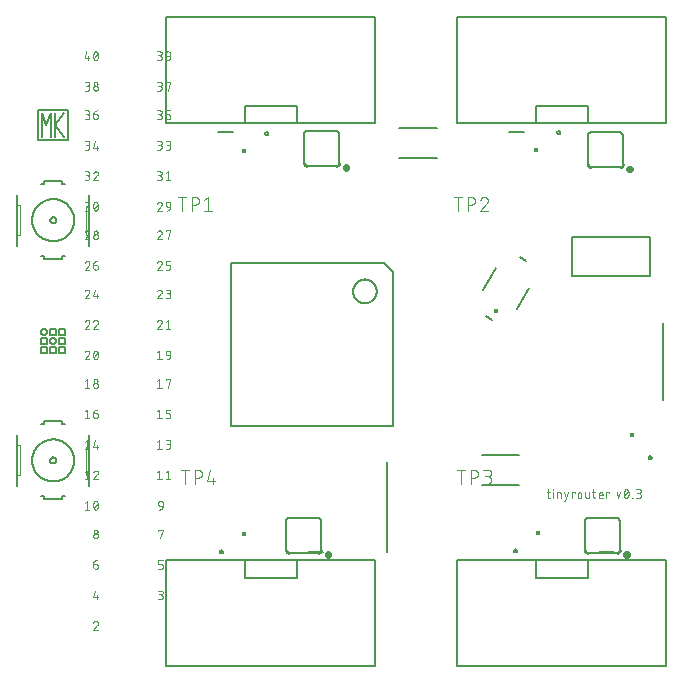
<source format=gto>
G75*
%MOIN*%
%OFA0B0*%
%FSLAX25Y25*%
%IPPOS*%
%LPD*%
%AMOC8*
5,1,8,0,0,1.08239X$1,22.5*
%
%ADD10C,0.00300*%
%ADD11C,0.00400*%
%ADD12C,0.00800*%
%ADD13C,0.01433*%
%ADD14C,0.00600*%
%ADD15C,0.00200*%
%ADD16R,0.01575X0.01575*%
%ADD17C,0.00500*%
%ADD18C,0.00060*%
%ADD19C,0.01600*%
D10*
X0253834Y0250545D02*
X0255445Y0250545D01*
X0253834Y0250545D02*
X0255203Y0252156D01*
X0254720Y0253445D02*
X0254661Y0253443D01*
X0254603Y0253438D01*
X0254545Y0253428D01*
X0254488Y0253416D01*
X0254432Y0253399D01*
X0254377Y0253380D01*
X0254323Y0253356D01*
X0254271Y0253330D01*
X0254221Y0253300D01*
X0254172Y0253267D01*
X0254126Y0253231D01*
X0254082Y0253192D01*
X0254041Y0253151D01*
X0254002Y0253107D01*
X0253966Y0253061D01*
X0253934Y0253012D01*
X0253904Y0252962D01*
X0253877Y0252910D01*
X0253854Y0252856D01*
X0253834Y0252801D01*
X0255203Y0252156D02*
X0255240Y0252193D01*
X0255274Y0252233D01*
X0255306Y0252275D01*
X0255334Y0252320D01*
X0255360Y0252366D01*
X0255382Y0252413D01*
X0255401Y0252462D01*
X0255417Y0252512D01*
X0255429Y0252563D01*
X0255438Y0252615D01*
X0255443Y0252667D01*
X0255445Y0252720D01*
X0255443Y0252772D01*
X0255438Y0252823D01*
X0255428Y0252874D01*
X0255416Y0252924D01*
X0255399Y0252973D01*
X0255379Y0253021D01*
X0255356Y0253067D01*
X0255330Y0253112D01*
X0255300Y0253154D01*
X0255268Y0253195D01*
X0255233Y0253233D01*
X0255195Y0253268D01*
X0255154Y0253300D01*
X0255112Y0253330D01*
X0255067Y0253356D01*
X0255021Y0253379D01*
X0254973Y0253399D01*
X0254924Y0253416D01*
X0254874Y0253428D01*
X0254823Y0253438D01*
X0254772Y0253443D01*
X0254720Y0253445D01*
X0254962Y0260705D02*
X0254962Y0261994D01*
X0255445Y0261349D02*
X0253834Y0261349D01*
X0254478Y0263605D01*
X0253833Y0271671D02*
X0253835Y0271616D01*
X0253841Y0271561D01*
X0253850Y0271507D01*
X0253863Y0271454D01*
X0253880Y0271401D01*
X0253900Y0271350D01*
X0253923Y0271300D01*
X0253950Y0271252D01*
X0253981Y0271206D01*
X0254014Y0271162D01*
X0254050Y0271121D01*
X0254089Y0271082D01*
X0254130Y0271046D01*
X0254174Y0271013D01*
X0254220Y0270982D01*
X0254268Y0270955D01*
X0254318Y0270932D01*
X0254369Y0270912D01*
X0254422Y0270895D01*
X0254475Y0270882D01*
X0254529Y0270873D01*
X0254584Y0270867D01*
X0254639Y0270865D01*
X0254694Y0270867D01*
X0254749Y0270873D01*
X0254803Y0270882D01*
X0254856Y0270895D01*
X0254909Y0270912D01*
X0254960Y0270932D01*
X0255010Y0270955D01*
X0255058Y0270982D01*
X0255104Y0271013D01*
X0255148Y0271046D01*
X0255189Y0271082D01*
X0255228Y0271121D01*
X0255264Y0271162D01*
X0255297Y0271206D01*
X0255328Y0271252D01*
X0255355Y0271300D01*
X0255378Y0271350D01*
X0255398Y0271401D01*
X0255415Y0271454D01*
X0255428Y0271507D01*
X0255437Y0271561D01*
X0255443Y0271616D01*
X0255445Y0271671D01*
X0255445Y0271832D01*
X0255443Y0271880D01*
X0255438Y0271928D01*
X0255429Y0271975D01*
X0255416Y0272022D01*
X0255400Y0272067D01*
X0255381Y0272111D01*
X0255359Y0272154D01*
X0255333Y0272195D01*
X0255304Y0272234D01*
X0255273Y0272270D01*
X0255239Y0272304D01*
X0255203Y0272335D01*
X0255164Y0272364D01*
X0255123Y0272390D01*
X0255080Y0272412D01*
X0255036Y0272431D01*
X0254991Y0272447D01*
X0254944Y0272460D01*
X0254897Y0272469D01*
X0254849Y0272474D01*
X0254801Y0272476D01*
X0253834Y0272476D01*
X0253834Y0271671D01*
X0253834Y0272476D02*
X0253836Y0272546D01*
X0253842Y0272615D01*
X0253851Y0272685D01*
X0253864Y0272753D01*
X0253881Y0272821D01*
X0253901Y0272888D01*
X0253926Y0272953D01*
X0253953Y0273017D01*
X0253984Y0273080D01*
X0254019Y0273141D01*
X0254056Y0273199D01*
X0254097Y0273256D01*
X0254141Y0273310D01*
X0254187Y0273362D01*
X0254237Y0273412D01*
X0254289Y0273458D01*
X0254343Y0273502D01*
X0254400Y0273543D01*
X0254458Y0273580D01*
X0254519Y0273615D01*
X0254582Y0273646D01*
X0254646Y0273673D01*
X0254711Y0273698D01*
X0254778Y0273718D01*
X0254846Y0273735D01*
X0254914Y0273748D01*
X0254984Y0273757D01*
X0255053Y0273763D01*
X0255123Y0273765D01*
X0255445Y0281831D02*
X0255443Y0281776D01*
X0255437Y0281721D01*
X0255428Y0281667D01*
X0255415Y0281614D01*
X0255398Y0281561D01*
X0255378Y0281510D01*
X0255355Y0281460D01*
X0255328Y0281412D01*
X0255297Y0281366D01*
X0255264Y0281322D01*
X0255228Y0281281D01*
X0255189Y0281242D01*
X0255148Y0281206D01*
X0255104Y0281173D01*
X0255058Y0281142D01*
X0255010Y0281115D01*
X0254960Y0281092D01*
X0254909Y0281072D01*
X0254856Y0281055D01*
X0254803Y0281042D01*
X0254749Y0281033D01*
X0254694Y0281027D01*
X0254639Y0281025D01*
X0254584Y0281027D01*
X0254529Y0281033D01*
X0254475Y0281042D01*
X0254422Y0281055D01*
X0254369Y0281072D01*
X0254318Y0281092D01*
X0254268Y0281115D01*
X0254220Y0281142D01*
X0254174Y0281173D01*
X0254130Y0281206D01*
X0254089Y0281242D01*
X0254050Y0281281D01*
X0254014Y0281322D01*
X0253981Y0281366D01*
X0253950Y0281412D01*
X0253923Y0281460D01*
X0253900Y0281510D01*
X0253880Y0281561D01*
X0253863Y0281614D01*
X0253850Y0281667D01*
X0253841Y0281721D01*
X0253835Y0281776D01*
X0253833Y0281831D01*
X0253835Y0281886D01*
X0253841Y0281941D01*
X0253850Y0281995D01*
X0253863Y0282048D01*
X0253880Y0282101D01*
X0253900Y0282152D01*
X0253923Y0282202D01*
X0253950Y0282250D01*
X0253981Y0282296D01*
X0254014Y0282340D01*
X0254050Y0282381D01*
X0254089Y0282420D01*
X0254130Y0282456D01*
X0254174Y0282489D01*
X0254220Y0282520D01*
X0254268Y0282547D01*
X0254318Y0282570D01*
X0254369Y0282590D01*
X0254422Y0282607D01*
X0254475Y0282620D01*
X0254529Y0282629D01*
X0254584Y0282635D01*
X0254639Y0282637D01*
X0254694Y0282635D01*
X0254749Y0282629D01*
X0254803Y0282620D01*
X0254856Y0282607D01*
X0254909Y0282590D01*
X0254960Y0282570D01*
X0255010Y0282547D01*
X0255058Y0282520D01*
X0255104Y0282489D01*
X0255148Y0282456D01*
X0255189Y0282420D01*
X0255228Y0282381D01*
X0255264Y0282340D01*
X0255297Y0282296D01*
X0255328Y0282250D01*
X0255355Y0282202D01*
X0255378Y0282152D01*
X0255398Y0282101D01*
X0255415Y0282048D01*
X0255428Y0281995D01*
X0255437Y0281941D01*
X0255443Y0281886D01*
X0255445Y0281831D01*
X0255283Y0283281D02*
X0255281Y0283232D01*
X0255275Y0283183D01*
X0255266Y0283134D01*
X0255253Y0283087D01*
X0255236Y0283040D01*
X0255216Y0282995D01*
X0255193Y0282952D01*
X0255166Y0282910D01*
X0255136Y0282871D01*
X0255103Y0282834D01*
X0255067Y0282800D01*
X0255029Y0282769D01*
X0254989Y0282740D01*
X0254947Y0282715D01*
X0254902Y0282693D01*
X0254857Y0282675D01*
X0254810Y0282660D01*
X0254762Y0282649D01*
X0254713Y0282641D01*
X0254664Y0282637D01*
X0254614Y0282637D01*
X0254565Y0282641D01*
X0254516Y0282649D01*
X0254468Y0282660D01*
X0254421Y0282675D01*
X0254376Y0282693D01*
X0254331Y0282715D01*
X0254289Y0282740D01*
X0254249Y0282769D01*
X0254211Y0282800D01*
X0254175Y0282834D01*
X0254142Y0282871D01*
X0254112Y0282910D01*
X0254085Y0282952D01*
X0254062Y0282995D01*
X0254042Y0283040D01*
X0254025Y0283087D01*
X0254012Y0283134D01*
X0254003Y0283183D01*
X0253997Y0283232D01*
X0253995Y0283281D01*
X0253997Y0283330D01*
X0254003Y0283379D01*
X0254012Y0283428D01*
X0254025Y0283475D01*
X0254042Y0283522D01*
X0254062Y0283567D01*
X0254085Y0283610D01*
X0254112Y0283652D01*
X0254142Y0283691D01*
X0254175Y0283728D01*
X0254211Y0283762D01*
X0254249Y0283793D01*
X0254289Y0283822D01*
X0254331Y0283847D01*
X0254376Y0283869D01*
X0254421Y0283887D01*
X0254468Y0283902D01*
X0254516Y0283913D01*
X0254565Y0283921D01*
X0254614Y0283925D01*
X0254664Y0283925D01*
X0254713Y0283921D01*
X0254762Y0283913D01*
X0254810Y0283902D01*
X0254857Y0283887D01*
X0254902Y0283869D01*
X0254947Y0283847D01*
X0254989Y0283822D01*
X0255029Y0283793D01*
X0255067Y0283762D01*
X0255103Y0283728D01*
X0255136Y0283691D01*
X0255166Y0283652D01*
X0255193Y0283610D01*
X0255216Y0283567D01*
X0255236Y0283522D01*
X0255253Y0283475D01*
X0255266Y0283428D01*
X0255275Y0283379D01*
X0255281Y0283330D01*
X0255283Y0283281D01*
X0252565Y0290550D02*
X0250954Y0290550D01*
X0251759Y0290550D02*
X0251759Y0293450D01*
X0250954Y0292806D01*
X0255445Y0292000D02*
X0255443Y0291910D01*
X0255438Y0291819D01*
X0255430Y0291730D01*
X0255418Y0291640D01*
X0255402Y0291551D01*
X0255384Y0291463D01*
X0255362Y0291375D01*
X0255337Y0291288D01*
X0255308Y0291203D01*
X0255276Y0291118D01*
X0255241Y0291035D01*
X0255203Y0290953D01*
X0255186Y0290910D01*
X0255166Y0290868D01*
X0255143Y0290828D01*
X0255117Y0290790D01*
X0255088Y0290754D01*
X0255056Y0290720D01*
X0255022Y0290689D01*
X0254985Y0290661D01*
X0254947Y0290636D01*
X0254906Y0290613D01*
X0254864Y0290594D01*
X0254821Y0290578D01*
X0254776Y0290566D01*
X0254731Y0290557D01*
X0254685Y0290552D01*
X0254639Y0290550D01*
X0254593Y0290552D01*
X0254547Y0290557D01*
X0254502Y0290566D01*
X0254457Y0290578D01*
X0254414Y0290594D01*
X0254372Y0290613D01*
X0254331Y0290636D01*
X0254293Y0290661D01*
X0254256Y0290689D01*
X0254222Y0290720D01*
X0254190Y0290754D01*
X0254161Y0290790D01*
X0254135Y0290828D01*
X0254112Y0290868D01*
X0254092Y0290910D01*
X0254075Y0290953D01*
X0253995Y0291194D02*
X0255284Y0292806D01*
X0255203Y0293047D02*
X0255186Y0293090D01*
X0255166Y0293132D01*
X0255143Y0293172D01*
X0255117Y0293210D01*
X0255088Y0293246D01*
X0255056Y0293280D01*
X0255022Y0293311D01*
X0254985Y0293339D01*
X0254947Y0293364D01*
X0254906Y0293387D01*
X0254864Y0293406D01*
X0254821Y0293422D01*
X0254776Y0293434D01*
X0254731Y0293443D01*
X0254685Y0293448D01*
X0254639Y0293450D01*
X0254593Y0293448D01*
X0254547Y0293443D01*
X0254502Y0293434D01*
X0254457Y0293422D01*
X0254414Y0293406D01*
X0254372Y0293387D01*
X0254331Y0293364D01*
X0254293Y0293339D01*
X0254256Y0293311D01*
X0254222Y0293280D01*
X0254190Y0293246D01*
X0254161Y0293210D01*
X0254135Y0293172D01*
X0254112Y0293132D01*
X0254092Y0293090D01*
X0254075Y0293047D01*
X0255203Y0293047D02*
X0255241Y0292965D01*
X0255276Y0292882D01*
X0255308Y0292797D01*
X0255337Y0292712D01*
X0255362Y0292625D01*
X0255384Y0292537D01*
X0255402Y0292449D01*
X0255418Y0292360D01*
X0255430Y0292270D01*
X0255438Y0292181D01*
X0255443Y0292090D01*
X0255445Y0292000D01*
X0253834Y0292000D02*
X0253836Y0292090D01*
X0253841Y0292181D01*
X0253849Y0292270D01*
X0253861Y0292360D01*
X0253877Y0292449D01*
X0253895Y0292537D01*
X0253917Y0292625D01*
X0253942Y0292712D01*
X0253971Y0292797D01*
X0254003Y0292882D01*
X0254038Y0292965D01*
X0254076Y0293047D01*
X0253834Y0292000D02*
X0253836Y0291910D01*
X0253841Y0291819D01*
X0253849Y0291730D01*
X0253861Y0291640D01*
X0253877Y0291551D01*
X0253895Y0291463D01*
X0253917Y0291375D01*
X0253942Y0291288D01*
X0253971Y0291203D01*
X0254003Y0291118D01*
X0254038Y0291035D01*
X0254076Y0290953D01*
X0253834Y0300710D02*
X0255445Y0300710D01*
X0253834Y0300710D02*
X0255203Y0302321D01*
X0254720Y0303610D02*
X0254661Y0303608D01*
X0254603Y0303603D01*
X0254545Y0303593D01*
X0254488Y0303581D01*
X0254432Y0303564D01*
X0254377Y0303545D01*
X0254323Y0303521D01*
X0254271Y0303495D01*
X0254221Y0303465D01*
X0254172Y0303432D01*
X0254126Y0303396D01*
X0254082Y0303357D01*
X0254041Y0303316D01*
X0254002Y0303272D01*
X0253966Y0303226D01*
X0253934Y0303177D01*
X0253904Y0303127D01*
X0253877Y0303075D01*
X0253854Y0303021D01*
X0253834Y0302966D01*
X0255203Y0302321D02*
X0255240Y0302358D01*
X0255274Y0302398D01*
X0255306Y0302440D01*
X0255334Y0302485D01*
X0255360Y0302531D01*
X0255382Y0302578D01*
X0255401Y0302627D01*
X0255417Y0302677D01*
X0255429Y0302728D01*
X0255438Y0302780D01*
X0255443Y0302832D01*
X0255445Y0302885D01*
X0255443Y0302937D01*
X0255438Y0302988D01*
X0255428Y0303039D01*
X0255416Y0303089D01*
X0255399Y0303138D01*
X0255379Y0303186D01*
X0255356Y0303232D01*
X0255330Y0303277D01*
X0255300Y0303319D01*
X0255268Y0303360D01*
X0255233Y0303398D01*
X0255195Y0303433D01*
X0255154Y0303465D01*
X0255112Y0303495D01*
X0255067Y0303521D01*
X0255021Y0303544D01*
X0254973Y0303564D01*
X0254924Y0303581D01*
X0254874Y0303593D01*
X0254823Y0303603D01*
X0254772Y0303608D01*
X0254720Y0303610D01*
X0251759Y0303610D02*
X0251759Y0300710D01*
X0250954Y0300710D02*
X0252565Y0300710D01*
X0250954Y0302966D02*
X0251759Y0303610D01*
X0251759Y0310870D02*
X0251759Y0313770D01*
X0250954Y0313126D01*
X0250954Y0310870D02*
X0252565Y0310870D01*
X0253834Y0311514D02*
X0255445Y0311514D01*
X0254962Y0312159D02*
X0254962Y0310870D01*
X0253834Y0311514D02*
X0254478Y0313770D01*
X0252565Y0321030D02*
X0250954Y0321030D01*
X0251759Y0321030D02*
X0251759Y0323930D01*
X0250954Y0323286D01*
X0253834Y0322641D02*
X0253834Y0321836D01*
X0253834Y0322641D02*
X0254801Y0322641D01*
X0253834Y0322641D02*
X0253836Y0322711D01*
X0253842Y0322780D01*
X0253851Y0322850D01*
X0253864Y0322918D01*
X0253881Y0322986D01*
X0253901Y0323053D01*
X0253926Y0323118D01*
X0253953Y0323182D01*
X0253984Y0323245D01*
X0254019Y0323306D01*
X0254056Y0323364D01*
X0254097Y0323421D01*
X0254141Y0323475D01*
X0254187Y0323527D01*
X0254237Y0323577D01*
X0254289Y0323623D01*
X0254343Y0323667D01*
X0254400Y0323708D01*
X0254458Y0323745D01*
X0254519Y0323780D01*
X0254582Y0323811D01*
X0254646Y0323838D01*
X0254711Y0323863D01*
X0254778Y0323883D01*
X0254846Y0323900D01*
X0254914Y0323913D01*
X0254984Y0323922D01*
X0255053Y0323928D01*
X0255123Y0323930D01*
X0255445Y0321997D02*
X0255445Y0321836D01*
X0255445Y0321997D02*
X0255443Y0322045D01*
X0255438Y0322093D01*
X0255429Y0322140D01*
X0255416Y0322187D01*
X0255400Y0322232D01*
X0255381Y0322276D01*
X0255359Y0322319D01*
X0255333Y0322360D01*
X0255304Y0322399D01*
X0255273Y0322435D01*
X0255239Y0322469D01*
X0255203Y0322500D01*
X0255164Y0322529D01*
X0255123Y0322555D01*
X0255080Y0322577D01*
X0255036Y0322596D01*
X0254991Y0322612D01*
X0254944Y0322625D01*
X0254897Y0322634D01*
X0254849Y0322639D01*
X0254801Y0322641D01*
X0255445Y0321836D02*
X0255443Y0321781D01*
X0255437Y0321726D01*
X0255428Y0321672D01*
X0255415Y0321619D01*
X0255398Y0321566D01*
X0255378Y0321515D01*
X0255355Y0321465D01*
X0255328Y0321417D01*
X0255297Y0321371D01*
X0255264Y0321327D01*
X0255228Y0321286D01*
X0255189Y0321247D01*
X0255148Y0321211D01*
X0255104Y0321178D01*
X0255058Y0321147D01*
X0255010Y0321120D01*
X0254960Y0321097D01*
X0254909Y0321077D01*
X0254856Y0321060D01*
X0254803Y0321047D01*
X0254749Y0321038D01*
X0254694Y0321032D01*
X0254639Y0321030D01*
X0254584Y0321032D01*
X0254529Y0321038D01*
X0254475Y0321047D01*
X0254422Y0321060D01*
X0254369Y0321077D01*
X0254318Y0321097D01*
X0254268Y0321120D01*
X0254220Y0321147D01*
X0254174Y0321178D01*
X0254130Y0321211D01*
X0254089Y0321247D01*
X0254050Y0321286D01*
X0254014Y0321327D01*
X0253981Y0321371D01*
X0253950Y0321417D01*
X0253923Y0321465D01*
X0253900Y0321515D01*
X0253880Y0321566D01*
X0253863Y0321619D01*
X0253850Y0321672D01*
X0253841Y0321726D01*
X0253835Y0321781D01*
X0253833Y0321836D01*
X0252565Y0331190D02*
X0250954Y0331190D01*
X0251759Y0331190D02*
X0251759Y0334090D01*
X0250954Y0333446D01*
X0253995Y0333446D02*
X0253997Y0333397D01*
X0254003Y0333348D01*
X0254012Y0333299D01*
X0254025Y0333252D01*
X0254042Y0333205D01*
X0254062Y0333160D01*
X0254085Y0333117D01*
X0254112Y0333075D01*
X0254142Y0333036D01*
X0254175Y0332999D01*
X0254211Y0332965D01*
X0254249Y0332934D01*
X0254289Y0332905D01*
X0254331Y0332880D01*
X0254376Y0332858D01*
X0254421Y0332840D01*
X0254468Y0332825D01*
X0254516Y0332814D01*
X0254565Y0332806D01*
X0254614Y0332802D01*
X0254664Y0332802D01*
X0254713Y0332806D01*
X0254762Y0332814D01*
X0254810Y0332825D01*
X0254857Y0332840D01*
X0254902Y0332858D01*
X0254947Y0332880D01*
X0254989Y0332905D01*
X0255029Y0332934D01*
X0255067Y0332965D01*
X0255103Y0332999D01*
X0255136Y0333036D01*
X0255166Y0333075D01*
X0255193Y0333117D01*
X0255216Y0333160D01*
X0255236Y0333205D01*
X0255253Y0333252D01*
X0255266Y0333299D01*
X0255275Y0333348D01*
X0255281Y0333397D01*
X0255283Y0333446D01*
X0255281Y0333495D01*
X0255275Y0333544D01*
X0255266Y0333593D01*
X0255253Y0333640D01*
X0255236Y0333687D01*
X0255216Y0333732D01*
X0255193Y0333775D01*
X0255166Y0333817D01*
X0255136Y0333856D01*
X0255103Y0333893D01*
X0255067Y0333927D01*
X0255029Y0333958D01*
X0254989Y0333987D01*
X0254947Y0334012D01*
X0254902Y0334034D01*
X0254857Y0334052D01*
X0254810Y0334067D01*
X0254762Y0334078D01*
X0254713Y0334086D01*
X0254664Y0334090D01*
X0254614Y0334090D01*
X0254565Y0334086D01*
X0254516Y0334078D01*
X0254468Y0334067D01*
X0254421Y0334052D01*
X0254376Y0334034D01*
X0254331Y0334012D01*
X0254289Y0333987D01*
X0254249Y0333958D01*
X0254211Y0333927D01*
X0254175Y0333893D01*
X0254142Y0333856D01*
X0254112Y0333817D01*
X0254085Y0333775D01*
X0254062Y0333732D01*
X0254042Y0333687D01*
X0254025Y0333640D01*
X0254012Y0333593D01*
X0254003Y0333544D01*
X0253997Y0333495D01*
X0253995Y0333446D01*
X0253833Y0331996D02*
X0253835Y0331941D01*
X0253841Y0331886D01*
X0253850Y0331832D01*
X0253863Y0331779D01*
X0253880Y0331726D01*
X0253900Y0331675D01*
X0253923Y0331625D01*
X0253950Y0331577D01*
X0253981Y0331531D01*
X0254014Y0331487D01*
X0254050Y0331446D01*
X0254089Y0331407D01*
X0254130Y0331371D01*
X0254174Y0331338D01*
X0254220Y0331307D01*
X0254268Y0331280D01*
X0254318Y0331257D01*
X0254369Y0331237D01*
X0254422Y0331220D01*
X0254475Y0331207D01*
X0254529Y0331198D01*
X0254584Y0331192D01*
X0254639Y0331190D01*
X0254694Y0331192D01*
X0254749Y0331198D01*
X0254803Y0331207D01*
X0254856Y0331220D01*
X0254909Y0331237D01*
X0254960Y0331257D01*
X0255010Y0331280D01*
X0255058Y0331307D01*
X0255104Y0331338D01*
X0255148Y0331371D01*
X0255189Y0331407D01*
X0255228Y0331446D01*
X0255264Y0331487D01*
X0255297Y0331531D01*
X0255328Y0331577D01*
X0255355Y0331625D01*
X0255378Y0331675D01*
X0255398Y0331726D01*
X0255415Y0331779D01*
X0255428Y0331832D01*
X0255437Y0331886D01*
X0255443Y0331941D01*
X0255445Y0331996D01*
X0255443Y0332051D01*
X0255437Y0332106D01*
X0255428Y0332160D01*
X0255415Y0332213D01*
X0255398Y0332266D01*
X0255378Y0332317D01*
X0255355Y0332367D01*
X0255328Y0332415D01*
X0255297Y0332461D01*
X0255264Y0332505D01*
X0255228Y0332546D01*
X0255189Y0332585D01*
X0255148Y0332621D01*
X0255104Y0332654D01*
X0255058Y0332685D01*
X0255010Y0332712D01*
X0254960Y0332735D01*
X0254909Y0332755D01*
X0254856Y0332772D01*
X0254803Y0332785D01*
X0254749Y0332794D01*
X0254694Y0332800D01*
X0254639Y0332802D01*
X0254584Y0332800D01*
X0254529Y0332794D01*
X0254475Y0332785D01*
X0254422Y0332772D01*
X0254369Y0332755D01*
X0254318Y0332735D01*
X0254268Y0332712D01*
X0254220Y0332685D01*
X0254174Y0332654D01*
X0254130Y0332621D01*
X0254089Y0332585D01*
X0254050Y0332546D01*
X0254014Y0332505D01*
X0253981Y0332461D01*
X0253950Y0332415D01*
X0253923Y0332367D01*
X0253900Y0332317D01*
X0253880Y0332266D01*
X0253863Y0332213D01*
X0253850Y0332160D01*
X0253841Y0332106D01*
X0253835Y0332051D01*
X0253833Y0331996D01*
X0252565Y0340715D02*
X0250954Y0340715D01*
X0252323Y0342326D01*
X0251840Y0343615D02*
X0251781Y0343613D01*
X0251723Y0343608D01*
X0251665Y0343598D01*
X0251608Y0343586D01*
X0251552Y0343569D01*
X0251497Y0343550D01*
X0251443Y0343526D01*
X0251391Y0343500D01*
X0251341Y0343470D01*
X0251292Y0343437D01*
X0251246Y0343401D01*
X0251202Y0343362D01*
X0251161Y0343321D01*
X0251122Y0343277D01*
X0251086Y0343231D01*
X0251054Y0343182D01*
X0251024Y0343132D01*
X0250997Y0343080D01*
X0250974Y0343026D01*
X0250954Y0342971D01*
X0252323Y0342326D02*
X0252360Y0342363D01*
X0252394Y0342403D01*
X0252426Y0342445D01*
X0252454Y0342490D01*
X0252480Y0342536D01*
X0252502Y0342583D01*
X0252521Y0342632D01*
X0252537Y0342682D01*
X0252549Y0342733D01*
X0252558Y0342785D01*
X0252563Y0342837D01*
X0252565Y0342890D01*
X0252563Y0342942D01*
X0252558Y0342993D01*
X0252548Y0343044D01*
X0252536Y0343094D01*
X0252519Y0343143D01*
X0252499Y0343191D01*
X0252476Y0343237D01*
X0252450Y0343282D01*
X0252420Y0343324D01*
X0252388Y0343365D01*
X0252353Y0343403D01*
X0252315Y0343438D01*
X0252274Y0343470D01*
X0252232Y0343500D01*
X0252187Y0343526D01*
X0252141Y0343549D01*
X0252093Y0343569D01*
X0252044Y0343586D01*
X0251994Y0343598D01*
X0251943Y0343608D01*
X0251892Y0343613D01*
X0251840Y0343615D01*
X0255445Y0342165D02*
X0255443Y0342075D01*
X0255438Y0341984D01*
X0255430Y0341895D01*
X0255418Y0341805D01*
X0255402Y0341716D01*
X0255384Y0341628D01*
X0255362Y0341540D01*
X0255337Y0341453D01*
X0255308Y0341368D01*
X0255276Y0341283D01*
X0255241Y0341200D01*
X0255203Y0341118D01*
X0255186Y0341075D01*
X0255166Y0341033D01*
X0255143Y0340993D01*
X0255117Y0340955D01*
X0255088Y0340919D01*
X0255056Y0340885D01*
X0255022Y0340854D01*
X0254985Y0340826D01*
X0254947Y0340801D01*
X0254906Y0340778D01*
X0254864Y0340759D01*
X0254821Y0340743D01*
X0254776Y0340731D01*
X0254731Y0340722D01*
X0254685Y0340717D01*
X0254639Y0340715D01*
X0254593Y0340717D01*
X0254547Y0340722D01*
X0254502Y0340731D01*
X0254457Y0340743D01*
X0254414Y0340759D01*
X0254372Y0340778D01*
X0254331Y0340801D01*
X0254293Y0340826D01*
X0254256Y0340854D01*
X0254222Y0340885D01*
X0254190Y0340919D01*
X0254161Y0340955D01*
X0254135Y0340993D01*
X0254112Y0341033D01*
X0254092Y0341075D01*
X0254075Y0341118D01*
X0253995Y0341359D02*
X0255284Y0342971D01*
X0255203Y0343212D02*
X0255186Y0343255D01*
X0255166Y0343297D01*
X0255143Y0343337D01*
X0255117Y0343375D01*
X0255088Y0343411D01*
X0255056Y0343445D01*
X0255022Y0343476D01*
X0254985Y0343504D01*
X0254947Y0343529D01*
X0254906Y0343552D01*
X0254864Y0343571D01*
X0254821Y0343587D01*
X0254776Y0343599D01*
X0254731Y0343608D01*
X0254685Y0343613D01*
X0254639Y0343615D01*
X0254593Y0343613D01*
X0254547Y0343608D01*
X0254502Y0343599D01*
X0254457Y0343587D01*
X0254414Y0343571D01*
X0254372Y0343552D01*
X0254331Y0343529D01*
X0254293Y0343504D01*
X0254256Y0343476D01*
X0254222Y0343445D01*
X0254190Y0343411D01*
X0254161Y0343375D01*
X0254135Y0343337D01*
X0254112Y0343297D01*
X0254092Y0343255D01*
X0254075Y0343212D01*
X0255203Y0343212D02*
X0255241Y0343130D01*
X0255276Y0343047D01*
X0255308Y0342962D01*
X0255337Y0342877D01*
X0255362Y0342790D01*
X0255384Y0342702D01*
X0255402Y0342614D01*
X0255418Y0342525D01*
X0255430Y0342435D01*
X0255438Y0342346D01*
X0255443Y0342255D01*
X0255445Y0342165D01*
X0253834Y0342165D02*
X0253836Y0342255D01*
X0253841Y0342346D01*
X0253849Y0342435D01*
X0253861Y0342525D01*
X0253877Y0342614D01*
X0253895Y0342702D01*
X0253917Y0342790D01*
X0253942Y0342877D01*
X0253971Y0342962D01*
X0254003Y0343047D01*
X0254038Y0343130D01*
X0254076Y0343212D01*
X0253834Y0342165D02*
X0253836Y0342075D01*
X0253841Y0341984D01*
X0253849Y0341895D01*
X0253861Y0341805D01*
X0253877Y0341716D01*
X0253895Y0341628D01*
X0253917Y0341540D01*
X0253942Y0341453D01*
X0253971Y0341368D01*
X0254003Y0341283D01*
X0254038Y0341200D01*
X0254076Y0341118D01*
X0253834Y0350875D02*
X0255445Y0350875D01*
X0253834Y0350875D02*
X0255203Y0352486D01*
X0254720Y0353775D02*
X0254661Y0353773D01*
X0254603Y0353768D01*
X0254545Y0353758D01*
X0254488Y0353746D01*
X0254432Y0353729D01*
X0254377Y0353710D01*
X0254323Y0353686D01*
X0254271Y0353660D01*
X0254221Y0353630D01*
X0254172Y0353597D01*
X0254126Y0353561D01*
X0254082Y0353522D01*
X0254041Y0353481D01*
X0254002Y0353437D01*
X0253966Y0353391D01*
X0253934Y0353342D01*
X0253904Y0353292D01*
X0253877Y0353240D01*
X0253854Y0353186D01*
X0253834Y0353131D01*
X0255203Y0352486D02*
X0255240Y0352523D01*
X0255274Y0352563D01*
X0255306Y0352605D01*
X0255334Y0352650D01*
X0255360Y0352696D01*
X0255382Y0352743D01*
X0255401Y0352792D01*
X0255417Y0352842D01*
X0255429Y0352893D01*
X0255438Y0352945D01*
X0255443Y0352997D01*
X0255445Y0353050D01*
X0255443Y0353102D01*
X0255438Y0353153D01*
X0255428Y0353204D01*
X0255416Y0353254D01*
X0255399Y0353303D01*
X0255379Y0353351D01*
X0255356Y0353397D01*
X0255330Y0353442D01*
X0255300Y0353484D01*
X0255268Y0353525D01*
X0255233Y0353563D01*
X0255195Y0353598D01*
X0255154Y0353630D01*
X0255112Y0353660D01*
X0255067Y0353686D01*
X0255021Y0353709D01*
X0254973Y0353729D01*
X0254924Y0353746D01*
X0254874Y0353758D01*
X0254823Y0353768D01*
X0254772Y0353773D01*
X0254720Y0353775D01*
X0252323Y0352486D02*
X0250954Y0350875D01*
X0252565Y0350875D01*
X0250954Y0353131D02*
X0250974Y0353186D01*
X0250997Y0353240D01*
X0251024Y0353292D01*
X0251054Y0353342D01*
X0251086Y0353391D01*
X0251122Y0353437D01*
X0251161Y0353481D01*
X0251202Y0353522D01*
X0251246Y0353561D01*
X0251292Y0353597D01*
X0251341Y0353630D01*
X0251391Y0353660D01*
X0251443Y0353686D01*
X0251497Y0353710D01*
X0251552Y0353729D01*
X0251608Y0353746D01*
X0251665Y0353758D01*
X0251723Y0353768D01*
X0251781Y0353773D01*
X0251840Y0353775D01*
X0251892Y0353773D01*
X0251943Y0353768D01*
X0251994Y0353758D01*
X0252044Y0353746D01*
X0252093Y0353729D01*
X0252141Y0353709D01*
X0252187Y0353686D01*
X0252232Y0353660D01*
X0252274Y0353630D01*
X0252315Y0353598D01*
X0252353Y0353563D01*
X0252388Y0353525D01*
X0252420Y0353484D01*
X0252450Y0353442D01*
X0252476Y0353397D01*
X0252499Y0353351D01*
X0252519Y0353303D01*
X0252536Y0353254D01*
X0252548Y0353204D01*
X0252558Y0353153D01*
X0252563Y0353102D01*
X0252565Y0353050D01*
X0252563Y0352997D01*
X0252558Y0352945D01*
X0252549Y0352893D01*
X0252537Y0352842D01*
X0252521Y0352792D01*
X0252502Y0352743D01*
X0252480Y0352696D01*
X0252454Y0352650D01*
X0252426Y0352605D01*
X0252394Y0352563D01*
X0252360Y0352523D01*
X0252323Y0352486D01*
X0252565Y0361035D02*
X0250954Y0361035D01*
X0252323Y0362646D01*
X0251840Y0363935D02*
X0251781Y0363933D01*
X0251723Y0363928D01*
X0251665Y0363918D01*
X0251608Y0363906D01*
X0251552Y0363889D01*
X0251497Y0363870D01*
X0251443Y0363846D01*
X0251391Y0363820D01*
X0251341Y0363790D01*
X0251292Y0363757D01*
X0251246Y0363721D01*
X0251202Y0363682D01*
X0251161Y0363641D01*
X0251122Y0363597D01*
X0251086Y0363551D01*
X0251054Y0363502D01*
X0251024Y0363452D01*
X0250997Y0363400D01*
X0250974Y0363346D01*
X0250954Y0363291D01*
X0252323Y0362646D02*
X0252360Y0362683D01*
X0252394Y0362723D01*
X0252426Y0362765D01*
X0252454Y0362810D01*
X0252480Y0362856D01*
X0252502Y0362903D01*
X0252521Y0362952D01*
X0252537Y0363002D01*
X0252549Y0363053D01*
X0252558Y0363105D01*
X0252563Y0363157D01*
X0252565Y0363210D01*
X0252563Y0363262D01*
X0252558Y0363313D01*
X0252548Y0363364D01*
X0252536Y0363414D01*
X0252519Y0363463D01*
X0252499Y0363511D01*
X0252476Y0363557D01*
X0252450Y0363602D01*
X0252420Y0363644D01*
X0252388Y0363685D01*
X0252353Y0363723D01*
X0252315Y0363758D01*
X0252274Y0363790D01*
X0252232Y0363820D01*
X0252187Y0363846D01*
X0252141Y0363869D01*
X0252093Y0363889D01*
X0252044Y0363906D01*
X0251994Y0363918D01*
X0251943Y0363928D01*
X0251892Y0363933D01*
X0251840Y0363935D01*
X0254478Y0363935D02*
X0253834Y0361679D01*
X0255445Y0361679D01*
X0254962Y0362324D02*
X0254962Y0361035D01*
X0252565Y0370560D02*
X0250954Y0370560D01*
X0252323Y0372171D01*
X0251840Y0373460D02*
X0251781Y0373458D01*
X0251723Y0373453D01*
X0251665Y0373443D01*
X0251608Y0373431D01*
X0251552Y0373414D01*
X0251497Y0373395D01*
X0251443Y0373371D01*
X0251391Y0373345D01*
X0251341Y0373315D01*
X0251292Y0373282D01*
X0251246Y0373246D01*
X0251202Y0373207D01*
X0251161Y0373166D01*
X0251122Y0373122D01*
X0251086Y0373076D01*
X0251054Y0373027D01*
X0251024Y0372977D01*
X0250997Y0372925D01*
X0250974Y0372871D01*
X0250954Y0372816D01*
X0252323Y0372171D02*
X0252360Y0372208D01*
X0252394Y0372248D01*
X0252426Y0372290D01*
X0252454Y0372335D01*
X0252480Y0372381D01*
X0252502Y0372428D01*
X0252521Y0372477D01*
X0252537Y0372527D01*
X0252549Y0372578D01*
X0252558Y0372630D01*
X0252563Y0372682D01*
X0252565Y0372735D01*
X0252563Y0372787D01*
X0252558Y0372838D01*
X0252548Y0372889D01*
X0252536Y0372939D01*
X0252519Y0372988D01*
X0252499Y0373036D01*
X0252476Y0373082D01*
X0252450Y0373127D01*
X0252420Y0373169D01*
X0252388Y0373210D01*
X0252353Y0373248D01*
X0252315Y0373283D01*
X0252274Y0373315D01*
X0252232Y0373345D01*
X0252187Y0373371D01*
X0252141Y0373394D01*
X0252093Y0373414D01*
X0252044Y0373431D01*
X0251994Y0373443D01*
X0251943Y0373453D01*
X0251892Y0373458D01*
X0251840Y0373460D01*
X0253834Y0372171D02*
X0253834Y0371366D01*
X0253834Y0372171D02*
X0254801Y0372171D01*
X0253834Y0372171D02*
X0253836Y0372241D01*
X0253842Y0372310D01*
X0253851Y0372380D01*
X0253864Y0372448D01*
X0253881Y0372516D01*
X0253901Y0372583D01*
X0253926Y0372648D01*
X0253953Y0372712D01*
X0253984Y0372775D01*
X0254019Y0372836D01*
X0254056Y0372894D01*
X0254097Y0372951D01*
X0254141Y0373005D01*
X0254187Y0373057D01*
X0254237Y0373107D01*
X0254289Y0373153D01*
X0254343Y0373197D01*
X0254400Y0373238D01*
X0254458Y0373275D01*
X0254519Y0373310D01*
X0254582Y0373341D01*
X0254646Y0373368D01*
X0254711Y0373393D01*
X0254778Y0373413D01*
X0254846Y0373430D01*
X0254914Y0373443D01*
X0254984Y0373452D01*
X0255053Y0373458D01*
X0255123Y0373460D01*
X0255445Y0371527D02*
X0255445Y0371366D01*
X0255445Y0371527D02*
X0255443Y0371575D01*
X0255438Y0371623D01*
X0255429Y0371670D01*
X0255416Y0371717D01*
X0255400Y0371762D01*
X0255381Y0371806D01*
X0255359Y0371849D01*
X0255333Y0371890D01*
X0255304Y0371929D01*
X0255273Y0371965D01*
X0255239Y0371999D01*
X0255203Y0372030D01*
X0255164Y0372059D01*
X0255123Y0372085D01*
X0255080Y0372107D01*
X0255036Y0372126D01*
X0254991Y0372142D01*
X0254944Y0372155D01*
X0254897Y0372164D01*
X0254849Y0372169D01*
X0254801Y0372171D01*
X0255445Y0371366D02*
X0255443Y0371311D01*
X0255437Y0371256D01*
X0255428Y0371202D01*
X0255415Y0371149D01*
X0255398Y0371096D01*
X0255378Y0371045D01*
X0255355Y0370995D01*
X0255328Y0370947D01*
X0255297Y0370901D01*
X0255264Y0370857D01*
X0255228Y0370816D01*
X0255189Y0370777D01*
X0255148Y0370741D01*
X0255104Y0370708D01*
X0255058Y0370677D01*
X0255010Y0370650D01*
X0254960Y0370627D01*
X0254909Y0370607D01*
X0254856Y0370590D01*
X0254803Y0370577D01*
X0254749Y0370568D01*
X0254694Y0370562D01*
X0254639Y0370560D01*
X0254584Y0370562D01*
X0254529Y0370568D01*
X0254475Y0370577D01*
X0254422Y0370590D01*
X0254369Y0370607D01*
X0254318Y0370627D01*
X0254268Y0370650D01*
X0254220Y0370677D01*
X0254174Y0370708D01*
X0254130Y0370741D01*
X0254089Y0370777D01*
X0254050Y0370816D01*
X0254014Y0370857D01*
X0253981Y0370901D01*
X0253950Y0370947D01*
X0253923Y0370995D01*
X0253900Y0371045D01*
X0253880Y0371096D01*
X0253863Y0371149D01*
X0253850Y0371202D01*
X0253841Y0371256D01*
X0253835Y0371311D01*
X0253833Y0371366D01*
X0252565Y0380720D02*
X0250954Y0380720D01*
X0252323Y0382331D01*
X0251840Y0383620D02*
X0251781Y0383618D01*
X0251723Y0383613D01*
X0251665Y0383603D01*
X0251608Y0383591D01*
X0251552Y0383574D01*
X0251497Y0383555D01*
X0251443Y0383531D01*
X0251391Y0383505D01*
X0251341Y0383475D01*
X0251292Y0383442D01*
X0251246Y0383406D01*
X0251202Y0383367D01*
X0251161Y0383326D01*
X0251122Y0383282D01*
X0251086Y0383236D01*
X0251054Y0383187D01*
X0251024Y0383137D01*
X0250997Y0383085D01*
X0250974Y0383031D01*
X0250954Y0382976D01*
X0252323Y0382331D02*
X0252360Y0382368D01*
X0252394Y0382408D01*
X0252426Y0382450D01*
X0252454Y0382495D01*
X0252480Y0382541D01*
X0252502Y0382588D01*
X0252521Y0382637D01*
X0252537Y0382687D01*
X0252549Y0382738D01*
X0252558Y0382790D01*
X0252563Y0382842D01*
X0252565Y0382895D01*
X0252563Y0382947D01*
X0252558Y0382998D01*
X0252548Y0383049D01*
X0252536Y0383099D01*
X0252519Y0383148D01*
X0252499Y0383196D01*
X0252476Y0383242D01*
X0252450Y0383287D01*
X0252420Y0383329D01*
X0252388Y0383370D01*
X0252353Y0383408D01*
X0252315Y0383443D01*
X0252274Y0383475D01*
X0252232Y0383505D01*
X0252187Y0383531D01*
X0252141Y0383554D01*
X0252093Y0383574D01*
X0252044Y0383591D01*
X0251994Y0383603D01*
X0251943Y0383613D01*
X0251892Y0383618D01*
X0251840Y0383620D01*
X0253995Y0382976D02*
X0253997Y0382927D01*
X0254003Y0382878D01*
X0254012Y0382829D01*
X0254025Y0382782D01*
X0254042Y0382735D01*
X0254062Y0382690D01*
X0254085Y0382647D01*
X0254112Y0382605D01*
X0254142Y0382566D01*
X0254175Y0382529D01*
X0254211Y0382495D01*
X0254249Y0382464D01*
X0254289Y0382435D01*
X0254331Y0382410D01*
X0254376Y0382388D01*
X0254421Y0382370D01*
X0254468Y0382355D01*
X0254516Y0382344D01*
X0254565Y0382336D01*
X0254614Y0382332D01*
X0254664Y0382332D01*
X0254713Y0382336D01*
X0254762Y0382344D01*
X0254810Y0382355D01*
X0254857Y0382370D01*
X0254902Y0382388D01*
X0254947Y0382410D01*
X0254989Y0382435D01*
X0255029Y0382464D01*
X0255067Y0382495D01*
X0255103Y0382529D01*
X0255136Y0382566D01*
X0255166Y0382605D01*
X0255193Y0382647D01*
X0255216Y0382690D01*
X0255236Y0382735D01*
X0255253Y0382782D01*
X0255266Y0382829D01*
X0255275Y0382878D01*
X0255281Y0382927D01*
X0255283Y0382976D01*
X0255281Y0383025D01*
X0255275Y0383074D01*
X0255266Y0383123D01*
X0255253Y0383170D01*
X0255236Y0383217D01*
X0255216Y0383262D01*
X0255193Y0383305D01*
X0255166Y0383347D01*
X0255136Y0383386D01*
X0255103Y0383423D01*
X0255067Y0383457D01*
X0255029Y0383488D01*
X0254989Y0383517D01*
X0254947Y0383542D01*
X0254902Y0383564D01*
X0254857Y0383582D01*
X0254810Y0383597D01*
X0254762Y0383608D01*
X0254713Y0383616D01*
X0254664Y0383620D01*
X0254614Y0383620D01*
X0254565Y0383616D01*
X0254516Y0383608D01*
X0254468Y0383597D01*
X0254421Y0383582D01*
X0254376Y0383564D01*
X0254331Y0383542D01*
X0254289Y0383517D01*
X0254249Y0383488D01*
X0254211Y0383457D01*
X0254175Y0383423D01*
X0254142Y0383386D01*
X0254112Y0383347D01*
X0254085Y0383305D01*
X0254062Y0383262D01*
X0254042Y0383217D01*
X0254025Y0383170D01*
X0254012Y0383123D01*
X0254003Y0383074D01*
X0253997Y0383025D01*
X0253995Y0382976D01*
X0253833Y0381526D02*
X0253835Y0381471D01*
X0253841Y0381416D01*
X0253850Y0381362D01*
X0253863Y0381309D01*
X0253880Y0381256D01*
X0253900Y0381205D01*
X0253923Y0381155D01*
X0253950Y0381107D01*
X0253981Y0381061D01*
X0254014Y0381017D01*
X0254050Y0380976D01*
X0254089Y0380937D01*
X0254130Y0380901D01*
X0254174Y0380868D01*
X0254220Y0380837D01*
X0254268Y0380810D01*
X0254318Y0380787D01*
X0254369Y0380767D01*
X0254422Y0380750D01*
X0254475Y0380737D01*
X0254529Y0380728D01*
X0254584Y0380722D01*
X0254639Y0380720D01*
X0254694Y0380722D01*
X0254749Y0380728D01*
X0254803Y0380737D01*
X0254856Y0380750D01*
X0254909Y0380767D01*
X0254960Y0380787D01*
X0255010Y0380810D01*
X0255058Y0380837D01*
X0255104Y0380868D01*
X0255148Y0380901D01*
X0255189Y0380937D01*
X0255228Y0380976D01*
X0255264Y0381017D01*
X0255297Y0381061D01*
X0255328Y0381107D01*
X0255355Y0381155D01*
X0255378Y0381205D01*
X0255398Y0381256D01*
X0255415Y0381309D01*
X0255428Y0381362D01*
X0255437Y0381416D01*
X0255443Y0381471D01*
X0255445Y0381526D01*
X0255443Y0381581D01*
X0255437Y0381636D01*
X0255428Y0381690D01*
X0255415Y0381743D01*
X0255398Y0381796D01*
X0255378Y0381847D01*
X0255355Y0381897D01*
X0255328Y0381945D01*
X0255297Y0381991D01*
X0255264Y0382035D01*
X0255228Y0382076D01*
X0255189Y0382115D01*
X0255148Y0382151D01*
X0255104Y0382184D01*
X0255058Y0382215D01*
X0255010Y0382242D01*
X0254960Y0382265D01*
X0254909Y0382285D01*
X0254856Y0382302D01*
X0254803Y0382315D01*
X0254749Y0382324D01*
X0254694Y0382330D01*
X0254639Y0382332D01*
X0254584Y0382330D01*
X0254529Y0382324D01*
X0254475Y0382315D01*
X0254422Y0382302D01*
X0254369Y0382285D01*
X0254318Y0382265D01*
X0254268Y0382242D01*
X0254220Y0382215D01*
X0254174Y0382184D01*
X0254130Y0382151D01*
X0254089Y0382115D01*
X0254050Y0382076D01*
X0254014Y0382035D01*
X0253981Y0381991D01*
X0253950Y0381945D01*
X0253923Y0381897D01*
X0253900Y0381847D01*
X0253880Y0381796D01*
X0253863Y0381743D01*
X0253850Y0381690D01*
X0253841Y0381636D01*
X0253835Y0381581D01*
X0253833Y0381526D01*
X0251759Y0390245D02*
X0250954Y0390245D01*
X0251759Y0390245D02*
X0251814Y0390247D01*
X0251869Y0390253D01*
X0251923Y0390262D01*
X0251976Y0390275D01*
X0252029Y0390292D01*
X0252080Y0390312D01*
X0252130Y0390335D01*
X0252178Y0390362D01*
X0252224Y0390393D01*
X0252268Y0390426D01*
X0252309Y0390462D01*
X0252348Y0390501D01*
X0252384Y0390542D01*
X0252417Y0390586D01*
X0252448Y0390632D01*
X0252475Y0390680D01*
X0252498Y0390730D01*
X0252518Y0390781D01*
X0252535Y0390834D01*
X0252548Y0390887D01*
X0252557Y0390941D01*
X0252563Y0390996D01*
X0252565Y0391051D01*
X0252563Y0391106D01*
X0252557Y0391161D01*
X0252548Y0391215D01*
X0252535Y0391268D01*
X0252518Y0391321D01*
X0252498Y0391372D01*
X0252475Y0391422D01*
X0252448Y0391470D01*
X0252417Y0391516D01*
X0252384Y0391560D01*
X0252348Y0391601D01*
X0252309Y0391640D01*
X0252268Y0391676D01*
X0252224Y0391709D01*
X0252178Y0391740D01*
X0252130Y0391767D01*
X0252080Y0391790D01*
X0252029Y0391810D01*
X0251976Y0391827D01*
X0251923Y0391840D01*
X0251869Y0391849D01*
X0251814Y0391855D01*
X0251759Y0391857D01*
X0251921Y0391856D02*
X0251276Y0391856D01*
X0251921Y0391857D02*
X0251970Y0391859D01*
X0252019Y0391865D01*
X0252068Y0391874D01*
X0252115Y0391887D01*
X0252162Y0391904D01*
X0252207Y0391924D01*
X0252250Y0391947D01*
X0252292Y0391974D01*
X0252331Y0392004D01*
X0252368Y0392037D01*
X0252402Y0392073D01*
X0252433Y0392111D01*
X0252462Y0392151D01*
X0252487Y0392193D01*
X0252509Y0392238D01*
X0252527Y0392283D01*
X0252542Y0392330D01*
X0252553Y0392378D01*
X0252561Y0392427D01*
X0252565Y0392476D01*
X0252565Y0392526D01*
X0252561Y0392575D01*
X0252553Y0392624D01*
X0252542Y0392672D01*
X0252527Y0392719D01*
X0252509Y0392764D01*
X0252487Y0392809D01*
X0252462Y0392851D01*
X0252433Y0392891D01*
X0252402Y0392929D01*
X0252368Y0392965D01*
X0252331Y0392998D01*
X0252292Y0393028D01*
X0252250Y0393055D01*
X0252207Y0393078D01*
X0252162Y0393098D01*
X0252115Y0393115D01*
X0252068Y0393128D01*
X0252019Y0393137D01*
X0251970Y0393143D01*
X0251921Y0393145D01*
X0250954Y0393145D01*
X0255445Y0391695D02*
X0255443Y0391605D01*
X0255438Y0391514D01*
X0255430Y0391425D01*
X0255418Y0391335D01*
X0255402Y0391246D01*
X0255384Y0391158D01*
X0255362Y0391070D01*
X0255337Y0390983D01*
X0255308Y0390898D01*
X0255276Y0390813D01*
X0255241Y0390730D01*
X0255203Y0390648D01*
X0255186Y0390605D01*
X0255166Y0390563D01*
X0255143Y0390523D01*
X0255117Y0390485D01*
X0255088Y0390449D01*
X0255056Y0390415D01*
X0255022Y0390384D01*
X0254985Y0390356D01*
X0254947Y0390331D01*
X0254906Y0390308D01*
X0254864Y0390289D01*
X0254821Y0390273D01*
X0254776Y0390261D01*
X0254731Y0390252D01*
X0254685Y0390247D01*
X0254639Y0390245D01*
X0254593Y0390247D01*
X0254547Y0390252D01*
X0254502Y0390261D01*
X0254457Y0390273D01*
X0254414Y0390289D01*
X0254372Y0390308D01*
X0254331Y0390331D01*
X0254293Y0390356D01*
X0254256Y0390384D01*
X0254222Y0390415D01*
X0254190Y0390449D01*
X0254161Y0390485D01*
X0254135Y0390523D01*
X0254112Y0390563D01*
X0254092Y0390605D01*
X0254075Y0390648D01*
X0253995Y0390889D02*
X0255284Y0392501D01*
X0255203Y0392742D02*
X0255186Y0392785D01*
X0255166Y0392827D01*
X0255143Y0392867D01*
X0255117Y0392905D01*
X0255088Y0392941D01*
X0255056Y0392975D01*
X0255022Y0393006D01*
X0254985Y0393034D01*
X0254947Y0393059D01*
X0254906Y0393082D01*
X0254864Y0393101D01*
X0254821Y0393117D01*
X0254776Y0393129D01*
X0254731Y0393138D01*
X0254685Y0393143D01*
X0254639Y0393145D01*
X0254593Y0393143D01*
X0254547Y0393138D01*
X0254502Y0393129D01*
X0254457Y0393117D01*
X0254414Y0393101D01*
X0254372Y0393082D01*
X0254331Y0393059D01*
X0254293Y0393034D01*
X0254256Y0393006D01*
X0254222Y0392975D01*
X0254190Y0392941D01*
X0254161Y0392905D01*
X0254135Y0392867D01*
X0254112Y0392827D01*
X0254092Y0392785D01*
X0254075Y0392742D01*
X0255203Y0392742D02*
X0255241Y0392660D01*
X0255276Y0392577D01*
X0255308Y0392492D01*
X0255337Y0392407D01*
X0255362Y0392320D01*
X0255384Y0392232D01*
X0255402Y0392144D01*
X0255418Y0392055D01*
X0255430Y0391965D01*
X0255438Y0391876D01*
X0255443Y0391785D01*
X0255445Y0391695D01*
X0253834Y0391695D02*
X0253836Y0391785D01*
X0253841Y0391876D01*
X0253849Y0391965D01*
X0253861Y0392055D01*
X0253877Y0392144D01*
X0253895Y0392232D01*
X0253917Y0392320D01*
X0253942Y0392407D01*
X0253971Y0392492D01*
X0254003Y0392577D01*
X0254038Y0392660D01*
X0254076Y0392742D01*
X0253834Y0391695D02*
X0253836Y0391605D01*
X0253841Y0391514D01*
X0253849Y0391425D01*
X0253861Y0391335D01*
X0253877Y0391246D01*
X0253895Y0391158D01*
X0253917Y0391070D01*
X0253942Y0390983D01*
X0253971Y0390898D01*
X0254003Y0390813D01*
X0254038Y0390730D01*
X0254076Y0390648D01*
X0253834Y0400405D02*
X0255445Y0400405D01*
X0253834Y0400405D02*
X0255203Y0402016D01*
X0254720Y0403305D02*
X0254661Y0403303D01*
X0254603Y0403298D01*
X0254545Y0403288D01*
X0254488Y0403276D01*
X0254432Y0403259D01*
X0254377Y0403240D01*
X0254323Y0403216D01*
X0254271Y0403190D01*
X0254221Y0403160D01*
X0254172Y0403127D01*
X0254126Y0403091D01*
X0254082Y0403052D01*
X0254041Y0403011D01*
X0254002Y0402967D01*
X0253966Y0402921D01*
X0253934Y0402872D01*
X0253904Y0402822D01*
X0253877Y0402770D01*
X0253854Y0402716D01*
X0253834Y0402661D01*
X0255203Y0402016D02*
X0255240Y0402053D01*
X0255274Y0402093D01*
X0255306Y0402135D01*
X0255334Y0402180D01*
X0255360Y0402226D01*
X0255382Y0402273D01*
X0255401Y0402322D01*
X0255417Y0402372D01*
X0255429Y0402423D01*
X0255438Y0402475D01*
X0255443Y0402527D01*
X0255445Y0402580D01*
X0255443Y0402632D01*
X0255438Y0402683D01*
X0255428Y0402734D01*
X0255416Y0402784D01*
X0255399Y0402833D01*
X0255379Y0402881D01*
X0255356Y0402927D01*
X0255330Y0402972D01*
X0255300Y0403014D01*
X0255268Y0403055D01*
X0255233Y0403093D01*
X0255195Y0403128D01*
X0255154Y0403160D01*
X0255112Y0403190D01*
X0255067Y0403216D01*
X0255021Y0403239D01*
X0254973Y0403259D01*
X0254924Y0403276D01*
X0254874Y0403288D01*
X0254823Y0403298D01*
X0254772Y0403303D01*
X0254720Y0403305D01*
X0251921Y0403305D02*
X0250954Y0403305D01*
X0251921Y0403305D02*
X0251970Y0403303D01*
X0252019Y0403297D01*
X0252068Y0403288D01*
X0252115Y0403275D01*
X0252162Y0403258D01*
X0252207Y0403238D01*
X0252250Y0403215D01*
X0252292Y0403188D01*
X0252331Y0403158D01*
X0252368Y0403125D01*
X0252402Y0403089D01*
X0252433Y0403051D01*
X0252462Y0403011D01*
X0252487Y0402969D01*
X0252509Y0402924D01*
X0252527Y0402879D01*
X0252542Y0402832D01*
X0252553Y0402784D01*
X0252561Y0402735D01*
X0252565Y0402686D01*
X0252565Y0402636D01*
X0252561Y0402587D01*
X0252553Y0402538D01*
X0252542Y0402490D01*
X0252527Y0402443D01*
X0252509Y0402398D01*
X0252487Y0402353D01*
X0252462Y0402311D01*
X0252433Y0402271D01*
X0252402Y0402233D01*
X0252368Y0402197D01*
X0252331Y0402164D01*
X0252292Y0402134D01*
X0252250Y0402107D01*
X0252207Y0402084D01*
X0252162Y0402064D01*
X0252115Y0402047D01*
X0252068Y0402034D01*
X0252019Y0402025D01*
X0251970Y0402019D01*
X0251921Y0402017D01*
X0251921Y0402016D02*
X0251276Y0402016D01*
X0251759Y0402017D02*
X0251814Y0402015D01*
X0251869Y0402009D01*
X0251923Y0402000D01*
X0251976Y0401987D01*
X0252029Y0401970D01*
X0252080Y0401950D01*
X0252130Y0401927D01*
X0252178Y0401900D01*
X0252224Y0401869D01*
X0252268Y0401836D01*
X0252309Y0401800D01*
X0252348Y0401761D01*
X0252384Y0401720D01*
X0252417Y0401676D01*
X0252448Y0401630D01*
X0252475Y0401582D01*
X0252498Y0401532D01*
X0252518Y0401481D01*
X0252535Y0401428D01*
X0252548Y0401375D01*
X0252557Y0401321D01*
X0252563Y0401266D01*
X0252565Y0401211D01*
X0252563Y0401156D01*
X0252557Y0401101D01*
X0252548Y0401047D01*
X0252535Y0400994D01*
X0252518Y0400941D01*
X0252498Y0400890D01*
X0252475Y0400840D01*
X0252448Y0400792D01*
X0252417Y0400746D01*
X0252384Y0400702D01*
X0252348Y0400661D01*
X0252309Y0400622D01*
X0252268Y0400586D01*
X0252224Y0400553D01*
X0252178Y0400522D01*
X0252130Y0400495D01*
X0252080Y0400472D01*
X0252029Y0400452D01*
X0251976Y0400435D01*
X0251923Y0400422D01*
X0251869Y0400413D01*
X0251814Y0400407D01*
X0251759Y0400405D01*
X0250954Y0400405D01*
X0250954Y0410565D02*
X0251759Y0410565D01*
X0251814Y0410567D01*
X0251869Y0410573D01*
X0251923Y0410582D01*
X0251976Y0410595D01*
X0252029Y0410612D01*
X0252080Y0410632D01*
X0252130Y0410655D01*
X0252178Y0410682D01*
X0252224Y0410713D01*
X0252268Y0410746D01*
X0252309Y0410782D01*
X0252348Y0410821D01*
X0252384Y0410862D01*
X0252417Y0410906D01*
X0252448Y0410952D01*
X0252475Y0411000D01*
X0252498Y0411050D01*
X0252518Y0411101D01*
X0252535Y0411154D01*
X0252548Y0411207D01*
X0252557Y0411261D01*
X0252563Y0411316D01*
X0252565Y0411371D01*
X0252563Y0411426D01*
X0252557Y0411481D01*
X0252548Y0411535D01*
X0252535Y0411588D01*
X0252518Y0411641D01*
X0252498Y0411692D01*
X0252475Y0411742D01*
X0252448Y0411790D01*
X0252417Y0411836D01*
X0252384Y0411880D01*
X0252348Y0411921D01*
X0252309Y0411960D01*
X0252268Y0411996D01*
X0252224Y0412029D01*
X0252178Y0412060D01*
X0252130Y0412087D01*
X0252080Y0412110D01*
X0252029Y0412130D01*
X0251976Y0412147D01*
X0251923Y0412160D01*
X0251869Y0412169D01*
X0251814Y0412175D01*
X0251759Y0412177D01*
X0251921Y0412176D02*
X0251276Y0412176D01*
X0251921Y0412177D02*
X0251970Y0412179D01*
X0252019Y0412185D01*
X0252068Y0412194D01*
X0252115Y0412207D01*
X0252162Y0412224D01*
X0252207Y0412244D01*
X0252250Y0412267D01*
X0252292Y0412294D01*
X0252331Y0412324D01*
X0252368Y0412357D01*
X0252402Y0412393D01*
X0252433Y0412431D01*
X0252462Y0412471D01*
X0252487Y0412513D01*
X0252509Y0412558D01*
X0252527Y0412603D01*
X0252542Y0412650D01*
X0252553Y0412698D01*
X0252561Y0412747D01*
X0252565Y0412796D01*
X0252565Y0412846D01*
X0252561Y0412895D01*
X0252553Y0412944D01*
X0252542Y0412992D01*
X0252527Y0413039D01*
X0252509Y0413084D01*
X0252487Y0413129D01*
X0252462Y0413171D01*
X0252433Y0413211D01*
X0252402Y0413249D01*
X0252368Y0413285D01*
X0252331Y0413318D01*
X0252292Y0413348D01*
X0252250Y0413375D01*
X0252207Y0413398D01*
X0252162Y0413418D01*
X0252115Y0413435D01*
X0252068Y0413448D01*
X0252019Y0413457D01*
X0251970Y0413463D01*
X0251921Y0413465D01*
X0250954Y0413465D01*
X0254478Y0413465D02*
X0253834Y0411209D01*
X0255445Y0411209D01*
X0254962Y0411854D02*
X0254962Y0410565D01*
X0251759Y0420725D02*
X0250954Y0420725D01*
X0251759Y0420725D02*
X0251814Y0420727D01*
X0251869Y0420733D01*
X0251923Y0420742D01*
X0251976Y0420755D01*
X0252029Y0420772D01*
X0252080Y0420792D01*
X0252130Y0420815D01*
X0252178Y0420842D01*
X0252224Y0420873D01*
X0252268Y0420906D01*
X0252309Y0420942D01*
X0252348Y0420981D01*
X0252384Y0421022D01*
X0252417Y0421066D01*
X0252448Y0421112D01*
X0252475Y0421160D01*
X0252498Y0421210D01*
X0252518Y0421261D01*
X0252535Y0421314D01*
X0252548Y0421367D01*
X0252557Y0421421D01*
X0252563Y0421476D01*
X0252565Y0421531D01*
X0252563Y0421586D01*
X0252557Y0421641D01*
X0252548Y0421695D01*
X0252535Y0421748D01*
X0252518Y0421801D01*
X0252498Y0421852D01*
X0252475Y0421902D01*
X0252448Y0421950D01*
X0252417Y0421996D01*
X0252384Y0422040D01*
X0252348Y0422081D01*
X0252309Y0422120D01*
X0252268Y0422156D01*
X0252224Y0422189D01*
X0252178Y0422220D01*
X0252130Y0422247D01*
X0252080Y0422270D01*
X0252029Y0422290D01*
X0251976Y0422307D01*
X0251923Y0422320D01*
X0251869Y0422329D01*
X0251814Y0422335D01*
X0251759Y0422337D01*
X0251921Y0422336D02*
X0251276Y0422336D01*
X0251921Y0422337D02*
X0251970Y0422339D01*
X0252019Y0422345D01*
X0252068Y0422354D01*
X0252115Y0422367D01*
X0252162Y0422384D01*
X0252207Y0422404D01*
X0252250Y0422427D01*
X0252292Y0422454D01*
X0252331Y0422484D01*
X0252368Y0422517D01*
X0252402Y0422553D01*
X0252433Y0422591D01*
X0252462Y0422631D01*
X0252487Y0422673D01*
X0252509Y0422718D01*
X0252527Y0422763D01*
X0252542Y0422810D01*
X0252553Y0422858D01*
X0252561Y0422907D01*
X0252565Y0422956D01*
X0252565Y0423006D01*
X0252561Y0423055D01*
X0252553Y0423104D01*
X0252542Y0423152D01*
X0252527Y0423199D01*
X0252509Y0423244D01*
X0252487Y0423289D01*
X0252462Y0423331D01*
X0252433Y0423371D01*
X0252402Y0423409D01*
X0252368Y0423445D01*
X0252331Y0423478D01*
X0252292Y0423508D01*
X0252250Y0423535D01*
X0252207Y0423558D01*
X0252162Y0423578D01*
X0252115Y0423595D01*
X0252068Y0423608D01*
X0252019Y0423617D01*
X0251970Y0423623D01*
X0251921Y0423625D01*
X0250954Y0423625D01*
X0253834Y0422336D02*
X0253834Y0421531D01*
X0253834Y0422336D02*
X0254801Y0422336D01*
X0253834Y0422336D02*
X0253836Y0422406D01*
X0253842Y0422475D01*
X0253851Y0422545D01*
X0253864Y0422613D01*
X0253881Y0422681D01*
X0253901Y0422748D01*
X0253926Y0422813D01*
X0253953Y0422877D01*
X0253984Y0422940D01*
X0254019Y0423001D01*
X0254056Y0423059D01*
X0254097Y0423116D01*
X0254141Y0423170D01*
X0254187Y0423222D01*
X0254237Y0423272D01*
X0254289Y0423318D01*
X0254343Y0423362D01*
X0254400Y0423403D01*
X0254458Y0423440D01*
X0254519Y0423475D01*
X0254582Y0423506D01*
X0254646Y0423533D01*
X0254711Y0423558D01*
X0254778Y0423578D01*
X0254846Y0423595D01*
X0254914Y0423608D01*
X0254984Y0423617D01*
X0255053Y0423623D01*
X0255123Y0423625D01*
X0255445Y0421692D02*
X0255445Y0421531D01*
X0255445Y0421692D02*
X0255443Y0421740D01*
X0255438Y0421788D01*
X0255429Y0421835D01*
X0255416Y0421882D01*
X0255400Y0421927D01*
X0255381Y0421971D01*
X0255359Y0422014D01*
X0255333Y0422055D01*
X0255304Y0422094D01*
X0255273Y0422130D01*
X0255239Y0422164D01*
X0255203Y0422195D01*
X0255164Y0422224D01*
X0255123Y0422250D01*
X0255080Y0422272D01*
X0255036Y0422291D01*
X0254991Y0422307D01*
X0254944Y0422320D01*
X0254897Y0422329D01*
X0254849Y0422334D01*
X0254801Y0422336D01*
X0255445Y0421531D02*
X0255443Y0421476D01*
X0255437Y0421421D01*
X0255428Y0421367D01*
X0255415Y0421314D01*
X0255398Y0421261D01*
X0255378Y0421210D01*
X0255355Y0421160D01*
X0255328Y0421112D01*
X0255297Y0421066D01*
X0255264Y0421022D01*
X0255228Y0420981D01*
X0255189Y0420942D01*
X0255148Y0420906D01*
X0255104Y0420873D01*
X0255058Y0420842D01*
X0255010Y0420815D01*
X0254960Y0420792D01*
X0254909Y0420772D01*
X0254856Y0420755D01*
X0254803Y0420742D01*
X0254749Y0420733D01*
X0254694Y0420727D01*
X0254639Y0420725D01*
X0254584Y0420727D01*
X0254529Y0420733D01*
X0254475Y0420742D01*
X0254422Y0420755D01*
X0254369Y0420772D01*
X0254318Y0420792D01*
X0254268Y0420815D01*
X0254220Y0420842D01*
X0254174Y0420873D01*
X0254130Y0420906D01*
X0254089Y0420942D01*
X0254050Y0420981D01*
X0254014Y0421022D01*
X0253981Y0421066D01*
X0253950Y0421112D01*
X0253923Y0421160D01*
X0253900Y0421210D01*
X0253880Y0421261D01*
X0253863Y0421314D01*
X0253850Y0421367D01*
X0253841Y0421421D01*
X0253835Y0421476D01*
X0253833Y0421531D01*
X0251759Y0430250D02*
X0250954Y0430250D01*
X0251759Y0430250D02*
X0251814Y0430252D01*
X0251869Y0430258D01*
X0251923Y0430267D01*
X0251976Y0430280D01*
X0252029Y0430297D01*
X0252080Y0430317D01*
X0252130Y0430340D01*
X0252178Y0430367D01*
X0252224Y0430398D01*
X0252268Y0430431D01*
X0252309Y0430467D01*
X0252348Y0430506D01*
X0252384Y0430547D01*
X0252417Y0430591D01*
X0252448Y0430637D01*
X0252475Y0430685D01*
X0252498Y0430735D01*
X0252518Y0430786D01*
X0252535Y0430839D01*
X0252548Y0430892D01*
X0252557Y0430946D01*
X0252563Y0431001D01*
X0252565Y0431056D01*
X0252563Y0431111D01*
X0252557Y0431166D01*
X0252548Y0431220D01*
X0252535Y0431273D01*
X0252518Y0431326D01*
X0252498Y0431377D01*
X0252475Y0431427D01*
X0252448Y0431475D01*
X0252417Y0431521D01*
X0252384Y0431565D01*
X0252348Y0431606D01*
X0252309Y0431645D01*
X0252268Y0431681D01*
X0252224Y0431714D01*
X0252178Y0431745D01*
X0252130Y0431772D01*
X0252080Y0431795D01*
X0252029Y0431815D01*
X0251976Y0431832D01*
X0251923Y0431845D01*
X0251869Y0431854D01*
X0251814Y0431860D01*
X0251759Y0431862D01*
X0251921Y0431861D02*
X0251276Y0431861D01*
X0251921Y0431862D02*
X0251970Y0431864D01*
X0252019Y0431870D01*
X0252068Y0431879D01*
X0252115Y0431892D01*
X0252162Y0431909D01*
X0252207Y0431929D01*
X0252250Y0431952D01*
X0252292Y0431979D01*
X0252331Y0432009D01*
X0252368Y0432042D01*
X0252402Y0432078D01*
X0252433Y0432116D01*
X0252462Y0432156D01*
X0252487Y0432198D01*
X0252509Y0432243D01*
X0252527Y0432288D01*
X0252542Y0432335D01*
X0252553Y0432383D01*
X0252561Y0432432D01*
X0252565Y0432481D01*
X0252565Y0432531D01*
X0252561Y0432580D01*
X0252553Y0432629D01*
X0252542Y0432677D01*
X0252527Y0432724D01*
X0252509Y0432769D01*
X0252487Y0432814D01*
X0252462Y0432856D01*
X0252433Y0432896D01*
X0252402Y0432934D01*
X0252368Y0432970D01*
X0252331Y0433003D01*
X0252292Y0433033D01*
X0252250Y0433060D01*
X0252207Y0433083D01*
X0252162Y0433103D01*
X0252115Y0433120D01*
X0252068Y0433133D01*
X0252019Y0433142D01*
X0251970Y0433148D01*
X0251921Y0433150D01*
X0250954Y0433150D01*
X0253995Y0432506D02*
X0253997Y0432457D01*
X0254003Y0432408D01*
X0254012Y0432359D01*
X0254025Y0432312D01*
X0254042Y0432265D01*
X0254062Y0432220D01*
X0254085Y0432177D01*
X0254112Y0432135D01*
X0254142Y0432096D01*
X0254175Y0432059D01*
X0254211Y0432025D01*
X0254249Y0431994D01*
X0254289Y0431965D01*
X0254331Y0431940D01*
X0254376Y0431918D01*
X0254421Y0431900D01*
X0254468Y0431885D01*
X0254516Y0431874D01*
X0254565Y0431866D01*
X0254614Y0431862D01*
X0254664Y0431862D01*
X0254713Y0431866D01*
X0254762Y0431874D01*
X0254810Y0431885D01*
X0254857Y0431900D01*
X0254902Y0431918D01*
X0254947Y0431940D01*
X0254989Y0431965D01*
X0255029Y0431994D01*
X0255067Y0432025D01*
X0255103Y0432059D01*
X0255136Y0432096D01*
X0255166Y0432135D01*
X0255193Y0432177D01*
X0255216Y0432220D01*
X0255236Y0432265D01*
X0255253Y0432312D01*
X0255266Y0432359D01*
X0255275Y0432408D01*
X0255281Y0432457D01*
X0255283Y0432506D01*
X0255281Y0432555D01*
X0255275Y0432604D01*
X0255266Y0432653D01*
X0255253Y0432700D01*
X0255236Y0432747D01*
X0255216Y0432792D01*
X0255193Y0432835D01*
X0255166Y0432877D01*
X0255136Y0432916D01*
X0255103Y0432953D01*
X0255067Y0432987D01*
X0255029Y0433018D01*
X0254989Y0433047D01*
X0254947Y0433072D01*
X0254902Y0433094D01*
X0254857Y0433112D01*
X0254810Y0433127D01*
X0254762Y0433138D01*
X0254713Y0433146D01*
X0254664Y0433150D01*
X0254614Y0433150D01*
X0254565Y0433146D01*
X0254516Y0433138D01*
X0254468Y0433127D01*
X0254421Y0433112D01*
X0254376Y0433094D01*
X0254331Y0433072D01*
X0254289Y0433047D01*
X0254249Y0433018D01*
X0254211Y0432987D01*
X0254175Y0432953D01*
X0254142Y0432916D01*
X0254112Y0432877D01*
X0254085Y0432835D01*
X0254062Y0432792D01*
X0254042Y0432747D01*
X0254025Y0432700D01*
X0254012Y0432653D01*
X0254003Y0432604D01*
X0253997Y0432555D01*
X0253995Y0432506D01*
X0253833Y0431056D02*
X0253835Y0431001D01*
X0253841Y0430946D01*
X0253850Y0430892D01*
X0253863Y0430839D01*
X0253880Y0430786D01*
X0253900Y0430735D01*
X0253923Y0430685D01*
X0253950Y0430637D01*
X0253981Y0430591D01*
X0254014Y0430547D01*
X0254050Y0430506D01*
X0254089Y0430467D01*
X0254130Y0430431D01*
X0254174Y0430398D01*
X0254220Y0430367D01*
X0254268Y0430340D01*
X0254318Y0430317D01*
X0254369Y0430297D01*
X0254422Y0430280D01*
X0254475Y0430267D01*
X0254529Y0430258D01*
X0254584Y0430252D01*
X0254639Y0430250D01*
X0254694Y0430252D01*
X0254749Y0430258D01*
X0254803Y0430267D01*
X0254856Y0430280D01*
X0254909Y0430297D01*
X0254960Y0430317D01*
X0255010Y0430340D01*
X0255058Y0430367D01*
X0255104Y0430398D01*
X0255148Y0430431D01*
X0255189Y0430467D01*
X0255228Y0430506D01*
X0255264Y0430547D01*
X0255297Y0430591D01*
X0255328Y0430637D01*
X0255355Y0430685D01*
X0255378Y0430735D01*
X0255398Y0430786D01*
X0255415Y0430839D01*
X0255428Y0430892D01*
X0255437Y0430946D01*
X0255443Y0431001D01*
X0255445Y0431056D01*
X0255443Y0431111D01*
X0255437Y0431166D01*
X0255428Y0431220D01*
X0255415Y0431273D01*
X0255398Y0431326D01*
X0255378Y0431377D01*
X0255355Y0431427D01*
X0255328Y0431475D01*
X0255297Y0431521D01*
X0255264Y0431565D01*
X0255228Y0431606D01*
X0255189Y0431645D01*
X0255148Y0431681D01*
X0255104Y0431714D01*
X0255058Y0431745D01*
X0255010Y0431772D01*
X0254960Y0431795D01*
X0254909Y0431815D01*
X0254856Y0431832D01*
X0254803Y0431845D01*
X0254749Y0431854D01*
X0254694Y0431860D01*
X0254639Y0431862D01*
X0254584Y0431860D01*
X0254529Y0431854D01*
X0254475Y0431845D01*
X0254422Y0431832D01*
X0254369Y0431815D01*
X0254318Y0431795D01*
X0254268Y0431772D01*
X0254220Y0431745D01*
X0254174Y0431714D01*
X0254130Y0431681D01*
X0254089Y0431645D01*
X0254050Y0431606D01*
X0254014Y0431565D01*
X0253981Y0431521D01*
X0253950Y0431475D01*
X0253923Y0431427D01*
X0253900Y0431377D01*
X0253880Y0431326D01*
X0253863Y0431273D01*
X0253850Y0431220D01*
X0253841Y0431166D01*
X0253835Y0431111D01*
X0253833Y0431056D01*
X0252082Y0440410D02*
X0252082Y0441699D01*
X0252565Y0441054D02*
X0250954Y0441054D01*
X0251598Y0443310D01*
X0255445Y0441860D02*
X0255443Y0441770D01*
X0255438Y0441679D01*
X0255430Y0441590D01*
X0255418Y0441500D01*
X0255402Y0441411D01*
X0255384Y0441323D01*
X0255362Y0441235D01*
X0255337Y0441148D01*
X0255308Y0441063D01*
X0255276Y0440978D01*
X0255241Y0440895D01*
X0255203Y0440813D01*
X0255186Y0440770D01*
X0255166Y0440728D01*
X0255143Y0440688D01*
X0255117Y0440650D01*
X0255088Y0440614D01*
X0255056Y0440580D01*
X0255022Y0440549D01*
X0254985Y0440521D01*
X0254947Y0440496D01*
X0254906Y0440473D01*
X0254864Y0440454D01*
X0254821Y0440438D01*
X0254776Y0440426D01*
X0254731Y0440417D01*
X0254685Y0440412D01*
X0254639Y0440410D01*
X0254593Y0440412D01*
X0254547Y0440417D01*
X0254502Y0440426D01*
X0254457Y0440438D01*
X0254414Y0440454D01*
X0254372Y0440473D01*
X0254331Y0440496D01*
X0254293Y0440521D01*
X0254256Y0440549D01*
X0254222Y0440580D01*
X0254190Y0440614D01*
X0254161Y0440650D01*
X0254135Y0440688D01*
X0254112Y0440728D01*
X0254092Y0440770D01*
X0254075Y0440813D01*
X0253995Y0441054D02*
X0255284Y0442666D01*
X0255203Y0442907D02*
X0255186Y0442950D01*
X0255166Y0442992D01*
X0255143Y0443032D01*
X0255117Y0443070D01*
X0255088Y0443106D01*
X0255056Y0443140D01*
X0255022Y0443171D01*
X0254985Y0443199D01*
X0254947Y0443224D01*
X0254906Y0443247D01*
X0254864Y0443266D01*
X0254821Y0443282D01*
X0254776Y0443294D01*
X0254731Y0443303D01*
X0254685Y0443308D01*
X0254639Y0443310D01*
X0254593Y0443308D01*
X0254547Y0443303D01*
X0254502Y0443294D01*
X0254457Y0443282D01*
X0254414Y0443266D01*
X0254372Y0443247D01*
X0254331Y0443224D01*
X0254293Y0443199D01*
X0254256Y0443171D01*
X0254222Y0443140D01*
X0254190Y0443106D01*
X0254161Y0443070D01*
X0254135Y0443032D01*
X0254112Y0442992D01*
X0254092Y0442950D01*
X0254075Y0442907D01*
X0255203Y0442907D02*
X0255241Y0442825D01*
X0255276Y0442742D01*
X0255308Y0442657D01*
X0255337Y0442572D01*
X0255362Y0442485D01*
X0255384Y0442397D01*
X0255402Y0442309D01*
X0255418Y0442220D01*
X0255430Y0442130D01*
X0255438Y0442041D01*
X0255443Y0441950D01*
X0255445Y0441860D01*
X0253834Y0441860D02*
X0253836Y0441950D01*
X0253841Y0442041D01*
X0253849Y0442130D01*
X0253861Y0442220D01*
X0253877Y0442309D01*
X0253895Y0442397D01*
X0253917Y0442485D01*
X0253942Y0442572D01*
X0253971Y0442657D01*
X0254003Y0442742D01*
X0254038Y0442825D01*
X0254076Y0442907D01*
X0253834Y0441860D02*
X0253836Y0441770D01*
X0253841Y0441679D01*
X0253849Y0441590D01*
X0253861Y0441500D01*
X0253877Y0441411D01*
X0253895Y0441323D01*
X0253917Y0441235D01*
X0253942Y0441148D01*
X0253971Y0441063D01*
X0254003Y0440978D01*
X0254038Y0440895D01*
X0254076Y0440813D01*
X0275084Y0440410D02*
X0275889Y0440410D01*
X0275944Y0440412D01*
X0275999Y0440418D01*
X0276053Y0440427D01*
X0276106Y0440440D01*
X0276159Y0440457D01*
X0276210Y0440477D01*
X0276260Y0440500D01*
X0276308Y0440527D01*
X0276354Y0440558D01*
X0276398Y0440591D01*
X0276439Y0440627D01*
X0276478Y0440666D01*
X0276514Y0440707D01*
X0276547Y0440751D01*
X0276578Y0440797D01*
X0276605Y0440845D01*
X0276628Y0440895D01*
X0276648Y0440946D01*
X0276665Y0440999D01*
X0276678Y0441052D01*
X0276687Y0441106D01*
X0276693Y0441161D01*
X0276695Y0441216D01*
X0276693Y0441271D01*
X0276687Y0441326D01*
X0276678Y0441380D01*
X0276665Y0441433D01*
X0276648Y0441486D01*
X0276628Y0441537D01*
X0276605Y0441587D01*
X0276578Y0441635D01*
X0276547Y0441681D01*
X0276514Y0441725D01*
X0276478Y0441766D01*
X0276439Y0441805D01*
X0276398Y0441841D01*
X0276354Y0441874D01*
X0276308Y0441905D01*
X0276260Y0441932D01*
X0276210Y0441955D01*
X0276159Y0441975D01*
X0276106Y0441992D01*
X0276053Y0442005D01*
X0275999Y0442014D01*
X0275944Y0442020D01*
X0275889Y0442022D01*
X0276051Y0442021D02*
X0275406Y0442021D01*
X0276051Y0442022D02*
X0276100Y0442024D01*
X0276149Y0442030D01*
X0276198Y0442039D01*
X0276245Y0442052D01*
X0276292Y0442069D01*
X0276337Y0442089D01*
X0276380Y0442112D01*
X0276422Y0442139D01*
X0276461Y0442169D01*
X0276498Y0442202D01*
X0276532Y0442238D01*
X0276563Y0442276D01*
X0276592Y0442316D01*
X0276617Y0442358D01*
X0276639Y0442403D01*
X0276657Y0442448D01*
X0276672Y0442495D01*
X0276683Y0442543D01*
X0276691Y0442592D01*
X0276695Y0442641D01*
X0276695Y0442691D01*
X0276691Y0442740D01*
X0276683Y0442789D01*
X0276672Y0442837D01*
X0276657Y0442884D01*
X0276639Y0442929D01*
X0276617Y0442974D01*
X0276592Y0443016D01*
X0276563Y0443056D01*
X0276532Y0443094D01*
X0276498Y0443130D01*
X0276461Y0443163D01*
X0276422Y0443193D01*
X0276380Y0443220D01*
X0276337Y0443243D01*
X0276292Y0443263D01*
X0276245Y0443280D01*
X0276198Y0443293D01*
X0276149Y0443302D01*
X0276100Y0443308D01*
X0276051Y0443310D01*
X0275084Y0443310D01*
X0277964Y0442504D02*
X0277964Y0442343D01*
X0277966Y0442295D01*
X0277971Y0442247D01*
X0277980Y0442200D01*
X0277993Y0442153D01*
X0278009Y0442108D01*
X0278028Y0442064D01*
X0278050Y0442021D01*
X0278076Y0441980D01*
X0278104Y0441941D01*
X0278136Y0441905D01*
X0278170Y0441871D01*
X0278206Y0441840D01*
X0278245Y0441811D01*
X0278286Y0441785D01*
X0278329Y0441763D01*
X0278373Y0441744D01*
X0278418Y0441728D01*
X0278465Y0441715D01*
X0278512Y0441706D01*
X0278560Y0441701D01*
X0278608Y0441699D01*
X0279575Y0441699D01*
X0279575Y0442504D01*
X0279573Y0442559D01*
X0279567Y0442614D01*
X0279558Y0442668D01*
X0279545Y0442721D01*
X0279528Y0442774D01*
X0279508Y0442825D01*
X0279485Y0442875D01*
X0279458Y0442923D01*
X0279427Y0442969D01*
X0279394Y0443013D01*
X0279358Y0443054D01*
X0279319Y0443093D01*
X0279278Y0443129D01*
X0279234Y0443162D01*
X0279188Y0443193D01*
X0279140Y0443220D01*
X0279090Y0443243D01*
X0279039Y0443263D01*
X0278986Y0443280D01*
X0278933Y0443293D01*
X0278879Y0443302D01*
X0278824Y0443308D01*
X0278769Y0443310D01*
X0278714Y0443308D01*
X0278659Y0443302D01*
X0278605Y0443293D01*
X0278552Y0443280D01*
X0278499Y0443263D01*
X0278448Y0443243D01*
X0278398Y0443220D01*
X0278350Y0443193D01*
X0278304Y0443162D01*
X0278260Y0443129D01*
X0278219Y0443093D01*
X0278180Y0443054D01*
X0278144Y0443013D01*
X0278111Y0442969D01*
X0278080Y0442923D01*
X0278053Y0442875D01*
X0278030Y0442825D01*
X0278010Y0442774D01*
X0277993Y0442721D01*
X0277980Y0442668D01*
X0277971Y0442614D01*
X0277965Y0442559D01*
X0277963Y0442504D01*
X0279575Y0441699D02*
X0279573Y0441629D01*
X0279567Y0441560D01*
X0279558Y0441490D01*
X0279545Y0441422D01*
X0279528Y0441354D01*
X0279508Y0441287D01*
X0279483Y0441222D01*
X0279456Y0441158D01*
X0279425Y0441095D01*
X0279390Y0441034D01*
X0279353Y0440976D01*
X0279312Y0440919D01*
X0279268Y0440865D01*
X0279222Y0440813D01*
X0279172Y0440763D01*
X0279120Y0440717D01*
X0279066Y0440673D01*
X0279009Y0440632D01*
X0278951Y0440595D01*
X0278890Y0440560D01*
X0278827Y0440529D01*
X0278763Y0440502D01*
X0278698Y0440477D01*
X0278631Y0440457D01*
X0278563Y0440440D01*
X0278495Y0440427D01*
X0278425Y0440418D01*
X0278356Y0440412D01*
X0278286Y0440410D01*
X0277964Y0433150D02*
X0279575Y0433150D01*
X0278769Y0430250D01*
X0277964Y0432828D02*
X0277964Y0433150D01*
X0276051Y0433150D02*
X0275084Y0433150D01*
X0276051Y0433150D02*
X0276100Y0433148D01*
X0276149Y0433142D01*
X0276198Y0433133D01*
X0276245Y0433120D01*
X0276292Y0433103D01*
X0276337Y0433083D01*
X0276380Y0433060D01*
X0276422Y0433033D01*
X0276461Y0433003D01*
X0276498Y0432970D01*
X0276532Y0432934D01*
X0276563Y0432896D01*
X0276592Y0432856D01*
X0276617Y0432814D01*
X0276639Y0432769D01*
X0276657Y0432724D01*
X0276672Y0432677D01*
X0276683Y0432629D01*
X0276691Y0432580D01*
X0276695Y0432531D01*
X0276695Y0432481D01*
X0276691Y0432432D01*
X0276683Y0432383D01*
X0276672Y0432335D01*
X0276657Y0432288D01*
X0276639Y0432243D01*
X0276617Y0432198D01*
X0276592Y0432156D01*
X0276563Y0432116D01*
X0276532Y0432078D01*
X0276498Y0432042D01*
X0276461Y0432009D01*
X0276422Y0431979D01*
X0276380Y0431952D01*
X0276337Y0431929D01*
X0276292Y0431909D01*
X0276245Y0431892D01*
X0276198Y0431879D01*
X0276149Y0431870D01*
X0276100Y0431864D01*
X0276051Y0431862D01*
X0276051Y0431861D02*
X0275406Y0431861D01*
X0275889Y0431862D02*
X0275944Y0431860D01*
X0275999Y0431854D01*
X0276053Y0431845D01*
X0276106Y0431832D01*
X0276159Y0431815D01*
X0276210Y0431795D01*
X0276260Y0431772D01*
X0276308Y0431745D01*
X0276354Y0431714D01*
X0276398Y0431681D01*
X0276439Y0431645D01*
X0276478Y0431606D01*
X0276514Y0431565D01*
X0276547Y0431521D01*
X0276578Y0431475D01*
X0276605Y0431427D01*
X0276628Y0431377D01*
X0276648Y0431326D01*
X0276665Y0431273D01*
X0276678Y0431220D01*
X0276687Y0431166D01*
X0276693Y0431111D01*
X0276695Y0431056D01*
X0276693Y0431001D01*
X0276687Y0430946D01*
X0276678Y0430892D01*
X0276665Y0430839D01*
X0276648Y0430786D01*
X0276628Y0430735D01*
X0276605Y0430685D01*
X0276578Y0430637D01*
X0276547Y0430591D01*
X0276514Y0430547D01*
X0276478Y0430506D01*
X0276439Y0430467D01*
X0276398Y0430431D01*
X0276354Y0430398D01*
X0276308Y0430367D01*
X0276260Y0430340D01*
X0276210Y0430317D01*
X0276159Y0430297D01*
X0276106Y0430280D01*
X0276053Y0430267D01*
X0275999Y0430258D01*
X0275944Y0430252D01*
X0275889Y0430250D01*
X0275084Y0430250D01*
X0275084Y0423625D02*
X0276051Y0423625D01*
X0276100Y0423623D01*
X0276149Y0423617D01*
X0276198Y0423608D01*
X0276245Y0423595D01*
X0276292Y0423578D01*
X0276337Y0423558D01*
X0276380Y0423535D01*
X0276422Y0423508D01*
X0276461Y0423478D01*
X0276498Y0423445D01*
X0276532Y0423409D01*
X0276563Y0423371D01*
X0276592Y0423331D01*
X0276617Y0423289D01*
X0276639Y0423244D01*
X0276657Y0423199D01*
X0276672Y0423152D01*
X0276683Y0423104D01*
X0276691Y0423055D01*
X0276695Y0423006D01*
X0276695Y0422956D01*
X0276691Y0422907D01*
X0276683Y0422858D01*
X0276672Y0422810D01*
X0276657Y0422763D01*
X0276639Y0422718D01*
X0276617Y0422673D01*
X0276592Y0422631D01*
X0276563Y0422591D01*
X0276532Y0422553D01*
X0276498Y0422517D01*
X0276461Y0422484D01*
X0276422Y0422454D01*
X0276380Y0422427D01*
X0276337Y0422404D01*
X0276292Y0422384D01*
X0276245Y0422367D01*
X0276198Y0422354D01*
X0276149Y0422345D01*
X0276100Y0422339D01*
X0276051Y0422337D01*
X0276051Y0422336D02*
X0275406Y0422336D01*
X0275889Y0422337D02*
X0275944Y0422335D01*
X0275999Y0422329D01*
X0276053Y0422320D01*
X0276106Y0422307D01*
X0276159Y0422290D01*
X0276210Y0422270D01*
X0276260Y0422247D01*
X0276308Y0422220D01*
X0276354Y0422189D01*
X0276398Y0422156D01*
X0276439Y0422120D01*
X0276478Y0422081D01*
X0276514Y0422040D01*
X0276547Y0421996D01*
X0276578Y0421950D01*
X0276605Y0421902D01*
X0276628Y0421852D01*
X0276648Y0421801D01*
X0276665Y0421748D01*
X0276678Y0421695D01*
X0276687Y0421641D01*
X0276693Y0421586D01*
X0276695Y0421531D01*
X0276693Y0421476D01*
X0276687Y0421421D01*
X0276678Y0421367D01*
X0276665Y0421314D01*
X0276648Y0421261D01*
X0276628Y0421210D01*
X0276605Y0421160D01*
X0276578Y0421112D01*
X0276547Y0421066D01*
X0276514Y0421022D01*
X0276478Y0420981D01*
X0276439Y0420942D01*
X0276398Y0420906D01*
X0276354Y0420873D01*
X0276308Y0420842D01*
X0276260Y0420815D01*
X0276210Y0420792D01*
X0276159Y0420772D01*
X0276106Y0420755D01*
X0276053Y0420742D01*
X0275999Y0420733D01*
X0275944Y0420727D01*
X0275889Y0420725D01*
X0275084Y0420725D01*
X0277964Y0420725D02*
X0278931Y0420725D01*
X0278979Y0420727D01*
X0279027Y0420732D01*
X0279074Y0420741D01*
X0279121Y0420754D01*
X0279166Y0420770D01*
X0279210Y0420789D01*
X0279253Y0420811D01*
X0279294Y0420837D01*
X0279333Y0420866D01*
X0279369Y0420897D01*
X0279403Y0420931D01*
X0279434Y0420967D01*
X0279463Y0421006D01*
X0279489Y0421047D01*
X0279511Y0421090D01*
X0279530Y0421134D01*
X0279546Y0421179D01*
X0279559Y0421226D01*
X0279568Y0421273D01*
X0279573Y0421321D01*
X0279575Y0421369D01*
X0279575Y0421692D01*
X0279573Y0421740D01*
X0279568Y0421788D01*
X0279559Y0421835D01*
X0279546Y0421882D01*
X0279530Y0421927D01*
X0279511Y0421971D01*
X0279489Y0422014D01*
X0279463Y0422055D01*
X0279434Y0422094D01*
X0279403Y0422130D01*
X0279369Y0422164D01*
X0279333Y0422195D01*
X0279294Y0422224D01*
X0279253Y0422250D01*
X0279210Y0422272D01*
X0279166Y0422291D01*
X0279121Y0422307D01*
X0279074Y0422320D01*
X0279027Y0422329D01*
X0278979Y0422334D01*
X0278931Y0422336D01*
X0277964Y0422336D01*
X0277964Y0423625D01*
X0279575Y0423625D01*
X0278931Y0413465D02*
X0277964Y0413465D01*
X0278931Y0413465D02*
X0278980Y0413463D01*
X0279029Y0413457D01*
X0279078Y0413448D01*
X0279125Y0413435D01*
X0279172Y0413418D01*
X0279217Y0413398D01*
X0279260Y0413375D01*
X0279302Y0413348D01*
X0279341Y0413318D01*
X0279378Y0413285D01*
X0279412Y0413249D01*
X0279443Y0413211D01*
X0279472Y0413171D01*
X0279497Y0413129D01*
X0279519Y0413084D01*
X0279537Y0413039D01*
X0279552Y0412992D01*
X0279563Y0412944D01*
X0279571Y0412895D01*
X0279575Y0412846D01*
X0279575Y0412796D01*
X0279571Y0412747D01*
X0279563Y0412698D01*
X0279552Y0412650D01*
X0279537Y0412603D01*
X0279519Y0412558D01*
X0279497Y0412513D01*
X0279472Y0412471D01*
X0279443Y0412431D01*
X0279412Y0412393D01*
X0279378Y0412357D01*
X0279341Y0412324D01*
X0279302Y0412294D01*
X0279260Y0412267D01*
X0279217Y0412244D01*
X0279172Y0412224D01*
X0279125Y0412207D01*
X0279078Y0412194D01*
X0279029Y0412185D01*
X0278980Y0412179D01*
X0278931Y0412177D01*
X0278931Y0412176D02*
X0278286Y0412176D01*
X0278769Y0412177D02*
X0278824Y0412175D01*
X0278879Y0412169D01*
X0278933Y0412160D01*
X0278986Y0412147D01*
X0279039Y0412130D01*
X0279090Y0412110D01*
X0279140Y0412087D01*
X0279188Y0412060D01*
X0279234Y0412029D01*
X0279278Y0411996D01*
X0279319Y0411960D01*
X0279358Y0411921D01*
X0279394Y0411880D01*
X0279427Y0411836D01*
X0279458Y0411790D01*
X0279485Y0411742D01*
X0279508Y0411692D01*
X0279528Y0411641D01*
X0279545Y0411588D01*
X0279558Y0411535D01*
X0279567Y0411481D01*
X0279573Y0411426D01*
X0279575Y0411371D01*
X0279573Y0411316D01*
X0279567Y0411261D01*
X0279558Y0411207D01*
X0279545Y0411154D01*
X0279528Y0411101D01*
X0279508Y0411050D01*
X0279485Y0411000D01*
X0279458Y0410952D01*
X0279427Y0410906D01*
X0279394Y0410862D01*
X0279358Y0410821D01*
X0279319Y0410782D01*
X0279278Y0410746D01*
X0279234Y0410713D01*
X0279188Y0410682D01*
X0279140Y0410655D01*
X0279090Y0410632D01*
X0279039Y0410612D01*
X0278986Y0410595D01*
X0278933Y0410582D01*
X0278879Y0410573D01*
X0278824Y0410567D01*
X0278769Y0410565D01*
X0277964Y0410565D01*
X0275889Y0410565D02*
X0275084Y0410565D01*
X0275889Y0410565D02*
X0275944Y0410567D01*
X0275999Y0410573D01*
X0276053Y0410582D01*
X0276106Y0410595D01*
X0276159Y0410612D01*
X0276210Y0410632D01*
X0276260Y0410655D01*
X0276308Y0410682D01*
X0276354Y0410713D01*
X0276398Y0410746D01*
X0276439Y0410782D01*
X0276478Y0410821D01*
X0276514Y0410862D01*
X0276547Y0410906D01*
X0276578Y0410952D01*
X0276605Y0411000D01*
X0276628Y0411050D01*
X0276648Y0411101D01*
X0276665Y0411154D01*
X0276678Y0411207D01*
X0276687Y0411261D01*
X0276693Y0411316D01*
X0276695Y0411371D01*
X0276693Y0411426D01*
X0276687Y0411481D01*
X0276678Y0411535D01*
X0276665Y0411588D01*
X0276648Y0411641D01*
X0276628Y0411692D01*
X0276605Y0411742D01*
X0276578Y0411790D01*
X0276547Y0411836D01*
X0276514Y0411880D01*
X0276478Y0411921D01*
X0276439Y0411960D01*
X0276398Y0411996D01*
X0276354Y0412029D01*
X0276308Y0412060D01*
X0276260Y0412087D01*
X0276210Y0412110D01*
X0276159Y0412130D01*
X0276106Y0412147D01*
X0276053Y0412160D01*
X0275999Y0412169D01*
X0275944Y0412175D01*
X0275889Y0412177D01*
X0276051Y0412176D02*
X0275406Y0412176D01*
X0276051Y0412177D02*
X0276100Y0412179D01*
X0276149Y0412185D01*
X0276198Y0412194D01*
X0276245Y0412207D01*
X0276292Y0412224D01*
X0276337Y0412244D01*
X0276380Y0412267D01*
X0276422Y0412294D01*
X0276461Y0412324D01*
X0276498Y0412357D01*
X0276532Y0412393D01*
X0276563Y0412431D01*
X0276592Y0412471D01*
X0276617Y0412513D01*
X0276639Y0412558D01*
X0276657Y0412603D01*
X0276672Y0412650D01*
X0276683Y0412698D01*
X0276691Y0412747D01*
X0276695Y0412796D01*
X0276695Y0412846D01*
X0276691Y0412895D01*
X0276683Y0412944D01*
X0276672Y0412992D01*
X0276657Y0413039D01*
X0276639Y0413084D01*
X0276617Y0413129D01*
X0276592Y0413171D01*
X0276563Y0413211D01*
X0276532Y0413249D01*
X0276498Y0413285D01*
X0276461Y0413318D01*
X0276422Y0413348D01*
X0276380Y0413375D01*
X0276337Y0413398D01*
X0276292Y0413418D01*
X0276245Y0413435D01*
X0276198Y0413448D01*
X0276149Y0413457D01*
X0276100Y0413463D01*
X0276051Y0413465D01*
X0275084Y0413465D01*
X0275084Y0403305D02*
X0276051Y0403305D01*
X0276100Y0403303D01*
X0276149Y0403297D01*
X0276198Y0403288D01*
X0276245Y0403275D01*
X0276292Y0403258D01*
X0276337Y0403238D01*
X0276380Y0403215D01*
X0276422Y0403188D01*
X0276461Y0403158D01*
X0276498Y0403125D01*
X0276532Y0403089D01*
X0276563Y0403051D01*
X0276592Y0403011D01*
X0276617Y0402969D01*
X0276639Y0402924D01*
X0276657Y0402879D01*
X0276672Y0402832D01*
X0276683Y0402784D01*
X0276691Y0402735D01*
X0276695Y0402686D01*
X0276695Y0402636D01*
X0276691Y0402587D01*
X0276683Y0402538D01*
X0276672Y0402490D01*
X0276657Y0402443D01*
X0276639Y0402398D01*
X0276617Y0402353D01*
X0276592Y0402311D01*
X0276563Y0402271D01*
X0276532Y0402233D01*
X0276498Y0402197D01*
X0276461Y0402164D01*
X0276422Y0402134D01*
X0276380Y0402107D01*
X0276337Y0402084D01*
X0276292Y0402064D01*
X0276245Y0402047D01*
X0276198Y0402034D01*
X0276149Y0402025D01*
X0276100Y0402019D01*
X0276051Y0402017D01*
X0276051Y0402016D02*
X0275406Y0402016D01*
X0275889Y0402017D02*
X0275944Y0402015D01*
X0275999Y0402009D01*
X0276053Y0402000D01*
X0276106Y0401987D01*
X0276159Y0401970D01*
X0276210Y0401950D01*
X0276260Y0401927D01*
X0276308Y0401900D01*
X0276354Y0401869D01*
X0276398Y0401836D01*
X0276439Y0401800D01*
X0276478Y0401761D01*
X0276514Y0401720D01*
X0276547Y0401676D01*
X0276578Y0401630D01*
X0276605Y0401582D01*
X0276628Y0401532D01*
X0276648Y0401481D01*
X0276665Y0401428D01*
X0276678Y0401375D01*
X0276687Y0401321D01*
X0276693Y0401266D01*
X0276695Y0401211D01*
X0276693Y0401156D01*
X0276687Y0401101D01*
X0276678Y0401047D01*
X0276665Y0400994D01*
X0276648Y0400941D01*
X0276628Y0400890D01*
X0276605Y0400840D01*
X0276578Y0400792D01*
X0276547Y0400746D01*
X0276514Y0400702D01*
X0276478Y0400661D01*
X0276439Y0400622D01*
X0276398Y0400586D01*
X0276354Y0400553D01*
X0276308Y0400522D01*
X0276260Y0400495D01*
X0276210Y0400472D01*
X0276159Y0400452D01*
X0276106Y0400435D01*
X0276053Y0400422D01*
X0275999Y0400413D01*
X0275944Y0400407D01*
X0275889Y0400405D01*
X0275084Y0400405D01*
X0277964Y0400405D02*
X0279575Y0400405D01*
X0278769Y0400405D02*
X0278769Y0403305D01*
X0277964Y0402661D01*
X0277964Y0392339D02*
X0277964Y0392178D01*
X0277966Y0392130D01*
X0277971Y0392082D01*
X0277980Y0392035D01*
X0277993Y0391988D01*
X0278009Y0391943D01*
X0278028Y0391899D01*
X0278050Y0391856D01*
X0278076Y0391815D01*
X0278104Y0391776D01*
X0278136Y0391740D01*
X0278170Y0391706D01*
X0278206Y0391675D01*
X0278245Y0391646D01*
X0278286Y0391620D01*
X0278329Y0391598D01*
X0278373Y0391579D01*
X0278418Y0391563D01*
X0278465Y0391550D01*
X0278512Y0391541D01*
X0278560Y0391536D01*
X0278608Y0391534D01*
X0279575Y0391534D01*
X0279575Y0392339D01*
X0279573Y0392394D01*
X0279567Y0392449D01*
X0279558Y0392503D01*
X0279545Y0392556D01*
X0279528Y0392609D01*
X0279508Y0392660D01*
X0279485Y0392710D01*
X0279458Y0392758D01*
X0279427Y0392804D01*
X0279394Y0392848D01*
X0279358Y0392889D01*
X0279319Y0392928D01*
X0279278Y0392964D01*
X0279234Y0392997D01*
X0279188Y0393028D01*
X0279140Y0393055D01*
X0279090Y0393078D01*
X0279039Y0393098D01*
X0278986Y0393115D01*
X0278933Y0393128D01*
X0278879Y0393137D01*
X0278824Y0393143D01*
X0278769Y0393145D01*
X0278714Y0393143D01*
X0278659Y0393137D01*
X0278605Y0393128D01*
X0278552Y0393115D01*
X0278499Y0393098D01*
X0278448Y0393078D01*
X0278398Y0393055D01*
X0278350Y0393028D01*
X0278304Y0392997D01*
X0278260Y0392964D01*
X0278219Y0392928D01*
X0278180Y0392889D01*
X0278144Y0392848D01*
X0278111Y0392804D01*
X0278080Y0392758D01*
X0278053Y0392710D01*
X0278030Y0392660D01*
X0278010Y0392609D01*
X0277993Y0392556D01*
X0277980Y0392503D01*
X0277971Y0392449D01*
X0277965Y0392394D01*
X0277963Y0392339D01*
X0279575Y0391534D02*
X0279573Y0391464D01*
X0279567Y0391395D01*
X0279558Y0391325D01*
X0279545Y0391257D01*
X0279528Y0391189D01*
X0279508Y0391122D01*
X0279483Y0391057D01*
X0279456Y0390993D01*
X0279425Y0390930D01*
X0279390Y0390869D01*
X0279353Y0390811D01*
X0279312Y0390754D01*
X0279268Y0390700D01*
X0279222Y0390648D01*
X0279172Y0390598D01*
X0279120Y0390552D01*
X0279066Y0390508D01*
X0279009Y0390467D01*
X0278951Y0390430D01*
X0278890Y0390395D01*
X0278827Y0390364D01*
X0278763Y0390337D01*
X0278698Y0390312D01*
X0278631Y0390292D01*
X0278563Y0390275D01*
X0278495Y0390262D01*
X0278425Y0390253D01*
X0278356Y0390247D01*
X0278286Y0390245D01*
X0276695Y0390245D02*
X0275084Y0390245D01*
X0276453Y0391856D01*
X0275970Y0393145D02*
X0275911Y0393143D01*
X0275853Y0393138D01*
X0275795Y0393128D01*
X0275738Y0393116D01*
X0275682Y0393099D01*
X0275627Y0393080D01*
X0275573Y0393056D01*
X0275521Y0393030D01*
X0275471Y0393000D01*
X0275422Y0392967D01*
X0275376Y0392931D01*
X0275332Y0392892D01*
X0275291Y0392851D01*
X0275252Y0392807D01*
X0275216Y0392761D01*
X0275184Y0392712D01*
X0275154Y0392662D01*
X0275127Y0392610D01*
X0275104Y0392556D01*
X0275084Y0392501D01*
X0276453Y0391856D02*
X0276490Y0391893D01*
X0276524Y0391933D01*
X0276556Y0391975D01*
X0276584Y0392020D01*
X0276610Y0392066D01*
X0276632Y0392113D01*
X0276651Y0392162D01*
X0276667Y0392212D01*
X0276679Y0392263D01*
X0276688Y0392315D01*
X0276693Y0392367D01*
X0276695Y0392420D01*
X0276693Y0392472D01*
X0276688Y0392523D01*
X0276678Y0392574D01*
X0276666Y0392624D01*
X0276649Y0392673D01*
X0276629Y0392721D01*
X0276606Y0392767D01*
X0276580Y0392812D01*
X0276550Y0392854D01*
X0276518Y0392895D01*
X0276483Y0392933D01*
X0276445Y0392968D01*
X0276404Y0393000D01*
X0276362Y0393030D01*
X0276317Y0393056D01*
X0276271Y0393079D01*
X0276223Y0393099D01*
X0276174Y0393116D01*
X0276124Y0393128D01*
X0276073Y0393138D01*
X0276022Y0393143D01*
X0275970Y0393145D01*
X0277964Y0383620D02*
X0279575Y0383620D01*
X0278769Y0380720D01*
X0276695Y0380720D02*
X0275084Y0380720D01*
X0276453Y0382331D01*
X0275970Y0383620D02*
X0275911Y0383618D01*
X0275853Y0383613D01*
X0275795Y0383603D01*
X0275738Y0383591D01*
X0275682Y0383574D01*
X0275627Y0383555D01*
X0275573Y0383531D01*
X0275521Y0383505D01*
X0275471Y0383475D01*
X0275422Y0383442D01*
X0275376Y0383406D01*
X0275332Y0383367D01*
X0275291Y0383326D01*
X0275252Y0383282D01*
X0275216Y0383236D01*
X0275184Y0383187D01*
X0275154Y0383137D01*
X0275127Y0383085D01*
X0275104Y0383031D01*
X0275084Y0382976D01*
X0276453Y0382331D02*
X0276490Y0382368D01*
X0276524Y0382408D01*
X0276556Y0382450D01*
X0276584Y0382495D01*
X0276610Y0382541D01*
X0276632Y0382588D01*
X0276651Y0382637D01*
X0276667Y0382687D01*
X0276679Y0382738D01*
X0276688Y0382790D01*
X0276693Y0382842D01*
X0276695Y0382895D01*
X0276693Y0382947D01*
X0276688Y0382998D01*
X0276678Y0383049D01*
X0276666Y0383099D01*
X0276649Y0383148D01*
X0276629Y0383196D01*
X0276606Y0383242D01*
X0276580Y0383287D01*
X0276550Y0383329D01*
X0276518Y0383370D01*
X0276483Y0383408D01*
X0276445Y0383443D01*
X0276404Y0383475D01*
X0276362Y0383505D01*
X0276317Y0383531D01*
X0276271Y0383554D01*
X0276223Y0383574D01*
X0276174Y0383591D01*
X0276124Y0383603D01*
X0276073Y0383613D01*
X0276022Y0383618D01*
X0275970Y0383620D01*
X0277964Y0383620D02*
X0277964Y0383298D01*
X0277964Y0373460D02*
X0279575Y0373460D01*
X0278931Y0372171D02*
X0277964Y0372171D01*
X0277964Y0373460D01*
X0276453Y0372171D02*
X0275084Y0370560D01*
X0276695Y0370560D01*
X0277964Y0370560D02*
X0278931Y0370560D01*
X0278979Y0370562D01*
X0279027Y0370567D01*
X0279074Y0370576D01*
X0279121Y0370589D01*
X0279166Y0370605D01*
X0279210Y0370624D01*
X0279253Y0370646D01*
X0279294Y0370672D01*
X0279333Y0370701D01*
X0279369Y0370732D01*
X0279403Y0370766D01*
X0279434Y0370802D01*
X0279463Y0370841D01*
X0279489Y0370882D01*
X0279511Y0370925D01*
X0279530Y0370969D01*
X0279546Y0371014D01*
X0279559Y0371061D01*
X0279568Y0371108D01*
X0279573Y0371156D01*
X0279575Y0371204D01*
X0279575Y0371527D01*
X0279573Y0371575D01*
X0279568Y0371623D01*
X0279559Y0371670D01*
X0279546Y0371717D01*
X0279530Y0371762D01*
X0279511Y0371806D01*
X0279489Y0371849D01*
X0279463Y0371890D01*
X0279434Y0371929D01*
X0279403Y0371965D01*
X0279369Y0371999D01*
X0279333Y0372030D01*
X0279294Y0372059D01*
X0279253Y0372085D01*
X0279210Y0372107D01*
X0279166Y0372126D01*
X0279121Y0372142D01*
X0279074Y0372155D01*
X0279027Y0372164D01*
X0278979Y0372169D01*
X0278931Y0372171D01*
X0275970Y0373460D02*
X0275911Y0373458D01*
X0275853Y0373453D01*
X0275795Y0373443D01*
X0275738Y0373431D01*
X0275682Y0373414D01*
X0275627Y0373395D01*
X0275573Y0373371D01*
X0275521Y0373345D01*
X0275471Y0373315D01*
X0275422Y0373282D01*
X0275376Y0373246D01*
X0275332Y0373207D01*
X0275291Y0373166D01*
X0275252Y0373122D01*
X0275216Y0373076D01*
X0275184Y0373027D01*
X0275154Y0372977D01*
X0275127Y0372925D01*
X0275104Y0372871D01*
X0275084Y0372816D01*
X0276453Y0372171D02*
X0276490Y0372208D01*
X0276524Y0372248D01*
X0276556Y0372290D01*
X0276584Y0372335D01*
X0276610Y0372381D01*
X0276632Y0372428D01*
X0276651Y0372477D01*
X0276667Y0372527D01*
X0276679Y0372578D01*
X0276688Y0372630D01*
X0276693Y0372682D01*
X0276695Y0372735D01*
X0276693Y0372787D01*
X0276688Y0372838D01*
X0276678Y0372889D01*
X0276666Y0372939D01*
X0276649Y0372988D01*
X0276629Y0373036D01*
X0276606Y0373082D01*
X0276580Y0373127D01*
X0276550Y0373169D01*
X0276518Y0373210D01*
X0276483Y0373248D01*
X0276445Y0373283D01*
X0276404Y0373315D01*
X0276362Y0373345D01*
X0276317Y0373371D01*
X0276271Y0373394D01*
X0276223Y0373414D01*
X0276174Y0373431D01*
X0276124Y0373443D01*
X0276073Y0373453D01*
X0276022Y0373458D01*
X0275970Y0373460D01*
X0277964Y0363935D02*
X0278931Y0363935D01*
X0278980Y0363933D01*
X0279029Y0363927D01*
X0279078Y0363918D01*
X0279125Y0363905D01*
X0279172Y0363888D01*
X0279217Y0363868D01*
X0279260Y0363845D01*
X0279302Y0363818D01*
X0279341Y0363788D01*
X0279378Y0363755D01*
X0279412Y0363719D01*
X0279443Y0363681D01*
X0279472Y0363641D01*
X0279497Y0363599D01*
X0279519Y0363554D01*
X0279537Y0363509D01*
X0279552Y0363462D01*
X0279563Y0363414D01*
X0279571Y0363365D01*
X0279575Y0363316D01*
X0279575Y0363266D01*
X0279571Y0363217D01*
X0279563Y0363168D01*
X0279552Y0363120D01*
X0279537Y0363073D01*
X0279519Y0363028D01*
X0279497Y0362983D01*
X0279472Y0362941D01*
X0279443Y0362901D01*
X0279412Y0362863D01*
X0279378Y0362827D01*
X0279341Y0362794D01*
X0279302Y0362764D01*
X0279260Y0362737D01*
X0279217Y0362714D01*
X0279172Y0362694D01*
X0279125Y0362677D01*
X0279078Y0362664D01*
X0279029Y0362655D01*
X0278980Y0362649D01*
X0278931Y0362647D01*
X0278931Y0362646D02*
X0278286Y0362646D01*
X0278769Y0362647D02*
X0278824Y0362645D01*
X0278879Y0362639D01*
X0278933Y0362630D01*
X0278986Y0362617D01*
X0279039Y0362600D01*
X0279090Y0362580D01*
X0279140Y0362557D01*
X0279188Y0362530D01*
X0279234Y0362499D01*
X0279278Y0362466D01*
X0279319Y0362430D01*
X0279358Y0362391D01*
X0279394Y0362350D01*
X0279427Y0362306D01*
X0279458Y0362260D01*
X0279485Y0362212D01*
X0279508Y0362162D01*
X0279528Y0362111D01*
X0279545Y0362058D01*
X0279558Y0362005D01*
X0279567Y0361951D01*
X0279573Y0361896D01*
X0279575Y0361841D01*
X0279573Y0361786D01*
X0279567Y0361731D01*
X0279558Y0361677D01*
X0279545Y0361624D01*
X0279528Y0361571D01*
X0279508Y0361520D01*
X0279485Y0361470D01*
X0279458Y0361422D01*
X0279427Y0361376D01*
X0279394Y0361332D01*
X0279358Y0361291D01*
X0279319Y0361252D01*
X0279278Y0361216D01*
X0279234Y0361183D01*
X0279188Y0361152D01*
X0279140Y0361125D01*
X0279090Y0361102D01*
X0279039Y0361082D01*
X0278986Y0361065D01*
X0278933Y0361052D01*
X0278879Y0361043D01*
X0278824Y0361037D01*
X0278769Y0361035D01*
X0277964Y0361035D01*
X0276695Y0361035D02*
X0275084Y0361035D01*
X0276453Y0362646D01*
X0275970Y0363935D02*
X0275911Y0363933D01*
X0275853Y0363928D01*
X0275795Y0363918D01*
X0275738Y0363906D01*
X0275682Y0363889D01*
X0275627Y0363870D01*
X0275573Y0363846D01*
X0275521Y0363820D01*
X0275471Y0363790D01*
X0275422Y0363757D01*
X0275376Y0363721D01*
X0275332Y0363682D01*
X0275291Y0363641D01*
X0275252Y0363597D01*
X0275216Y0363551D01*
X0275184Y0363502D01*
X0275154Y0363452D01*
X0275127Y0363400D01*
X0275104Y0363346D01*
X0275084Y0363291D01*
X0276453Y0362646D02*
X0276490Y0362683D01*
X0276524Y0362723D01*
X0276556Y0362765D01*
X0276584Y0362810D01*
X0276610Y0362856D01*
X0276632Y0362903D01*
X0276651Y0362952D01*
X0276667Y0363002D01*
X0276679Y0363053D01*
X0276688Y0363105D01*
X0276693Y0363157D01*
X0276695Y0363210D01*
X0276693Y0363262D01*
X0276688Y0363313D01*
X0276678Y0363364D01*
X0276666Y0363414D01*
X0276649Y0363463D01*
X0276629Y0363511D01*
X0276606Y0363557D01*
X0276580Y0363602D01*
X0276550Y0363644D01*
X0276518Y0363685D01*
X0276483Y0363723D01*
X0276445Y0363758D01*
X0276404Y0363790D01*
X0276362Y0363820D01*
X0276317Y0363846D01*
X0276271Y0363869D01*
X0276223Y0363889D01*
X0276174Y0363906D01*
X0276124Y0363918D01*
X0276073Y0363928D01*
X0276022Y0363933D01*
X0275970Y0363935D01*
X0278769Y0353775D02*
X0277964Y0353131D01*
X0278769Y0353775D02*
X0278769Y0350875D01*
X0277964Y0350875D02*
X0279575Y0350875D01*
X0276695Y0350875D02*
X0275084Y0350875D01*
X0276453Y0352486D01*
X0275970Y0353775D02*
X0275911Y0353773D01*
X0275853Y0353768D01*
X0275795Y0353758D01*
X0275738Y0353746D01*
X0275682Y0353729D01*
X0275627Y0353710D01*
X0275573Y0353686D01*
X0275521Y0353660D01*
X0275471Y0353630D01*
X0275422Y0353597D01*
X0275376Y0353561D01*
X0275332Y0353522D01*
X0275291Y0353481D01*
X0275252Y0353437D01*
X0275216Y0353391D01*
X0275184Y0353342D01*
X0275154Y0353292D01*
X0275127Y0353240D01*
X0275104Y0353186D01*
X0275084Y0353131D01*
X0276453Y0352486D02*
X0276490Y0352523D01*
X0276524Y0352563D01*
X0276556Y0352605D01*
X0276584Y0352650D01*
X0276610Y0352696D01*
X0276632Y0352743D01*
X0276651Y0352792D01*
X0276667Y0352842D01*
X0276679Y0352893D01*
X0276688Y0352945D01*
X0276693Y0352997D01*
X0276695Y0353050D01*
X0276693Y0353102D01*
X0276688Y0353153D01*
X0276678Y0353204D01*
X0276666Y0353254D01*
X0276649Y0353303D01*
X0276629Y0353351D01*
X0276606Y0353397D01*
X0276580Y0353442D01*
X0276550Y0353484D01*
X0276518Y0353525D01*
X0276483Y0353563D01*
X0276445Y0353598D01*
X0276404Y0353630D01*
X0276362Y0353660D01*
X0276317Y0353686D01*
X0276271Y0353709D01*
X0276223Y0353729D01*
X0276174Y0353746D01*
X0276124Y0353758D01*
X0276073Y0353768D01*
X0276022Y0353773D01*
X0275970Y0353775D01*
X0275889Y0343615D02*
X0275889Y0340715D01*
X0275084Y0340715D02*
X0276695Y0340715D01*
X0278286Y0340715D02*
X0278356Y0340717D01*
X0278425Y0340723D01*
X0278495Y0340732D01*
X0278563Y0340745D01*
X0278631Y0340762D01*
X0278698Y0340782D01*
X0278763Y0340807D01*
X0278827Y0340834D01*
X0278890Y0340865D01*
X0278951Y0340900D01*
X0279009Y0340937D01*
X0279066Y0340978D01*
X0279120Y0341022D01*
X0279172Y0341068D01*
X0279222Y0341118D01*
X0279268Y0341170D01*
X0279312Y0341224D01*
X0279353Y0341281D01*
X0279390Y0341339D01*
X0279425Y0341400D01*
X0279456Y0341463D01*
X0279483Y0341527D01*
X0279508Y0341592D01*
X0279528Y0341659D01*
X0279545Y0341727D01*
X0279558Y0341795D01*
X0279567Y0341865D01*
X0279573Y0341934D01*
X0279575Y0342004D01*
X0279575Y0342809D01*
X0279575Y0342004D02*
X0278608Y0342004D01*
X0278560Y0342006D01*
X0278512Y0342011D01*
X0278465Y0342020D01*
X0278418Y0342033D01*
X0278373Y0342049D01*
X0278329Y0342068D01*
X0278286Y0342090D01*
X0278245Y0342116D01*
X0278206Y0342145D01*
X0278170Y0342176D01*
X0278136Y0342210D01*
X0278104Y0342246D01*
X0278076Y0342285D01*
X0278050Y0342326D01*
X0278028Y0342369D01*
X0278009Y0342413D01*
X0277993Y0342458D01*
X0277980Y0342505D01*
X0277971Y0342552D01*
X0277966Y0342600D01*
X0277964Y0342648D01*
X0277964Y0342809D01*
X0277963Y0342809D02*
X0277965Y0342864D01*
X0277971Y0342919D01*
X0277980Y0342973D01*
X0277993Y0343026D01*
X0278010Y0343079D01*
X0278030Y0343130D01*
X0278053Y0343180D01*
X0278080Y0343228D01*
X0278111Y0343274D01*
X0278144Y0343318D01*
X0278180Y0343359D01*
X0278219Y0343398D01*
X0278260Y0343434D01*
X0278304Y0343467D01*
X0278350Y0343498D01*
X0278398Y0343525D01*
X0278448Y0343548D01*
X0278499Y0343568D01*
X0278552Y0343585D01*
X0278605Y0343598D01*
X0278659Y0343607D01*
X0278714Y0343613D01*
X0278769Y0343615D01*
X0278824Y0343613D01*
X0278879Y0343607D01*
X0278933Y0343598D01*
X0278986Y0343585D01*
X0279039Y0343568D01*
X0279090Y0343548D01*
X0279140Y0343525D01*
X0279188Y0343498D01*
X0279234Y0343467D01*
X0279278Y0343434D01*
X0279319Y0343398D01*
X0279358Y0343359D01*
X0279394Y0343318D01*
X0279427Y0343274D01*
X0279458Y0343228D01*
X0279485Y0343180D01*
X0279508Y0343130D01*
X0279528Y0343079D01*
X0279545Y0343026D01*
X0279558Y0342973D01*
X0279567Y0342919D01*
X0279573Y0342864D01*
X0279575Y0342809D01*
X0275889Y0343615D02*
X0275084Y0342971D01*
X0275889Y0334090D02*
X0275889Y0331190D01*
X0275084Y0331190D02*
X0276695Y0331190D01*
X0278769Y0331190D02*
X0279575Y0334090D01*
X0277964Y0334090D01*
X0277964Y0333768D01*
X0275889Y0334090D02*
X0275084Y0333446D01*
X0275889Y0323930D02*
X0275889Y0321030D01*
X0275084Y0321030D02*
X0276695Y0321030D01*
X0277964Y0321030D02*
X0278931Y0321030D01*
X0278979Y0321032D01*
X0279027Y0321037D01*
X0279074Y0321046D01*
X0279121Y0321059D01*
X0279166Y0321075D01*
X0279210Y0321094D01*
X0279253Y0321116D01*
X0279294Y0321142D01*
X0279333Y0321171D01*
X0279369Y0321202D01*
X0279403Y0321236D01*
X0279434Y0321272D01*
X0279463Y0321311D01*
X0279489Y0321352D01*
X0279511Y0321395D01*
X0279530Y0321439D01*
X0279546Y0321484D01*
X0279559Y0321531D01*
X0279568Y0321578D01*
X0279573Y0321626D01*
X0279575Y0321674D01*
X0279575Y0321997D01*
X0279573Y0322045D01*
X0279568Y0322093D01*
X0279559Y0322140D01*
X0279546Y0322187D01*
X0279530Y0322232D01*
X0279511Y0322276D01*
X0279489Y0322319D01*
X0279463Y0322360D01*
X0279434Y0322399D01*
X0279403Y0322435D01*
X0279369Y0322469D01*
X0279333Y0322500D01*
X0279294Y0322529D01*
X0279253Y0322555D01*
X0279210Y0322577D01*
X0279166Y0322596D01*
X0279121Y0322612D01*
X0279074Y0322625D01*
X0279027Y0322634D01*
X0278979Y0322639D01*
X0278931Y0322641D01*
X0277964Y0322641D01*
X0277964Y0323930D01*
X0279575Y0323930D01*
X0275889Y0323930D02*
X0275084Y0323286D01*
X0275889Y0313770D02*
X0275889Y0310870D01*
X0275084Y0310870D02*
X0276695Y0310870D01*
X0277964Y0310870D02*
X0278769Y0310870D01*
X0278824Y0310872D01*
X0278879Y0310878D01*
X0278933Y0310887D01*
X0278986Y0310900D01*
X0279039Y0310917D01*
X0279090Y0310937D01*
X0279140Y0310960D01*
X0279188Y0310987D01*
X0279234Y0311018D01*
X0279278Y0311051D01*
X0279319Y0311087D01*
X0279358Y0311126D01*
X0279394Y0311167D01*
X0279427Y0311211D01*
X0279458Y0311257D01*
X0279485Y0311305D01*
X0279508Y0311355D01*
X0279528Y0311406D01*
X0279545Y0311459D01*
X0279558Y0311512D01*
X0279567Y0311566D01*
X0279573Y0311621D01*
X0279575Y0311676D01*
X0279573Y0311731D01*
X0279567Y0311786D01*
X0279558Y0311840D01*
X0279545Y0311893D01*
X0279528Y0311946D01*
X0279508Y0311997D01*
X0279485Y0312047D01*
X0279458Y0312095D01*
X0279427Y0312141D01*
X0279394Y0312185D01*
X0279358Y0312226D01*
X0279319Y0312265D01*
X0279278Y0312301D01*
X0279234Y0312334D01*
X0279188Y0312365D01*
X0279140Y0312392D01*
X0279090Y0312415D01*
X0279039Y0312435D01*
X0278986Y0312452D01*
X0278933Y0312465D01*
X0278879Y0312474D01*
X0278824Y0312480D01*
X0278769Y0312482D01*
X0278931Y0312481D02*
X0278286Y0312481D01*
X0278931Y0312482D02*
X0278980Y0312484D01*
X0279029Y0312490D01*
X0279078Y0312499D01*
X0279125Y0312512D01*
X0279172Y0312529D01*
X0279217Y0312549D01*
X0279260Y0312572D01*
X0279302Y0312599D01*
X0279341Y0312629D01*
X0279378Y0312662D01*
X0279412Y0312698D01*
X0279443Y0312736D01*
X0279472Y0312776D01*
X0279497Y0312818D01*
X0279519Y0312863D01*
X0279537Y0312908D01*
X0279552Y0312955D01*
X0279563Y0313003D01*
X0279571Y0313052D01*
X0279575Y0313101D01*
X0279575Y0313151D01*
X0279571Y0313200D01*
X0279563Y0313249D01*
X0279552Y0313297D01*
X0279537Y0313344D01*
X0279519Y0313389D01*
X0279497Y0313434D01*
X0279472Y0313476D01*
X0279443Y0313516D01*
X0279412Y0313554D01*
X0279378Y0313590D01*
X0279341Y0313623D01*
X0279302Y0313653D01*
X0279260Y0313680D01*
X0279217Y0313703D01*
X0279172Y0313723D01*
X0279125Y0313740D01*
X0279078Y0313753D01*
X0279029Y0313762D01*
X0278980Y0313768D01*
X0278931Y0313770D01*
X0277964Y0313770D01*
X0275889Y0313770D02*
X0275084Y0313126D01*
X0275889Y0303610D02*
X0275889Y0300710D01*
X0275084Y0300710D02*
X0276695Y0300710D01*
X0277964Y0300710D02*
X0279575Y0300710D01*
X0278769Y0300710D02*
X0278769Y0303610D01*
X0277964Y0302966D01*
X0275889Y0303610D02*
X0275084Y0302966D01*
X0275424Y0292644D02*
X0275424Y0292483D01*
X0275426Y0292435D01*
X0275431Y0292387D01*
X0275440Y0292340D01*
X0275453Y0292293D01*
X0275469Y0292248D01*
X0275488Y0292204D01*
X0275510Y0292161D01*
X0275536Y0292120D01*
X0275564Y0292081D01*
X0275596Y0292045D01*
X0275630Y0292011D01*
X0275666Y0291980D01*
X0275705Y0291951D01*
X0275746Y0291925D01*
X0275789Y0291903D01*
X0275833Y0291884D01*
X0275878Y0291868D01*
X0275925Y0291855D01*
X0275972Y0291846D01*
X0276020Y0291841D01*
X0276068Y0291839D01*
X0277035Y0291839D01*
X0277035Y0292644D01*
X0277033Y0292699D01*
X0277027Y0292754D01*
X0277018Y0292808D01*
X0277005Y0292861D01*
X0276988Y0292914D01*
X0276968Y0292965D01*
X0276945Y0293015D01*
X0276918Y0293063D01*
X0276887Y0293109D01*
X0276854Y0293153D01*
X0276818Y0293194D01*
X0276779Y0293233D01*
X0276738Y0293269D01*
X0276694Y0293302D01*
X0276648Y0293333D01*
X0276600Y0293360D01*
X0276550Y0293383D01*
X0276499Y0293403D01*
X0276446Y0293420D01*
X0276393Y0293433D01*
X0276339Y0293442D01*
X0276284Y0293448D01*
X0276229Y0293450D01*
X0276174Y0293448D01*
X0276119Y0293442D01*
X0276065Y0293433D01*
X0276012Y0293420D01*
X0275959Y0293403D01*
X0275908Y0293383D01*
X0275858Y0293360D01*
X0275810Y0293333D01*
X0275764Y0293302D01*
X0275720Y0293269D01*
X0275679Y0293233D01*
X0275640Y0293194D01*
X0275604Y0293153D01*
X0275571Y0293109D01*
X0275540Y0293063D01*
X0275513Y0293015D01*
X0275490Y0292965D01*
X0275470Y0292914D01*
X0275453Y0292861D01*
X0275440Y0292808D01*
X0275431Y0292754D01*
X0275425Y0292699D01*
X0275423Y0292644D01*
X0277035Y0291839D02*
X0277033Y0291769D01*
X0277027Y0291700D01*
X0277018Y0291630D01*
X0277005Y0291562D01*
X0276988Y0291494D01*
X0276968Y0291427D01*
X0276943Y0291362D01*
X0276916Y0291298D01*
X0276885Y0291235D01*
X0276850Y0291174D01*
X0276813Y0291116D01*
X0276772Y0291059D01*
X0276728Y0291005D01*
X0276682Y0290953D01*
X0276632Y0290903D01*
X0276580Y0290857D01*
X0276526Y0290813D01*
X0276469Y0290772D01*
X0276411Y0290735D01*
X0276350Y0290700D01*
X0276287Y0290669D01*
X0276223Y0290642D01*
X0276158Y0290617D01*
X0276091Y0290597D01*
X0276023Y0290580D01*
X0275955Y0290567D01*
X0275885Y0290558D01*
X0275816Y0290552D01*
X0275746Y0290550D01*
X0275424Y0283925D02*
X0277035Y0283925D01*
X0276229Y0281025D01*
X0275424Y0283603D02*
X0275424Y0283925D01*
X0275424Y0273765D02*
X0277035Y0273765D01*
X0276391Y0272476D02*
X0275424Y0272476D01*
X0275424Y0273765D01*
X0276391Y0272476D02*
X0276439Y0272474D01*
X0276487Y0272469D01*
X0276534Y0272460D01*
X0276581Y0272447D01*
X0276626Y0272431D01*
X0276670Y0272412D01*
X0276713Y0272390D01*
X0276754Y0272364D01*
X0276793Y0272335D01*
X0276829Y0272304D01*
X0276863Y0272270D01*
X0276894Y0272234D01*
X0276923Y0272195D01*
X0276949Y0272154D01*
X0276971Y0272111D01*
X0276990Y0272067D01*
X0277006Y0272022D01*
X0277019Y0271975D01*
X0277028Y0271928D01*
X0277033Y0271880D01*
X0277035Y0271832D01*
X0277035Y0271509D01*
X0277033Y0271461D01*
X0277028Y0271413D01*
X0277019Y0271366D01*
X0277006Y0271319D01*
X0276990Y0271274D01*
X0276971Y0271230D01*
X0276949Y0271187D01*
X0276923Y0271146D01*
X0276894Y0271107D01*
X0276863Y0271071D01*
X0276829Y0271037D01*
X0276793Y0271006D01*
X0276754Y0270977D01*
X0276713Y0270951D01*
X0276670Y0270929D01*
X0276626Y0270910D01*
X0276581Y0270894D01*
X0276534Y0270881D01*
X0276487Y0270872D01*
X0276439Y0270867D01*
X0276391Y0270865D01*
X0275424Y0270865D01*
X0275424Y0263605D02*
X0276391Y0263605D01*
X0276440Y0263603D01*
X0276489Y0263597D01*
X0276538Y0263588D01*
X0276585Y0263575D01*
X0276632Y0263558D01*
X0276677Y0263538D01*
X0276720Y0263515D01*
X0276762Y0263488D01*
X0276801Y0263458D01*
X0276838Y0263425D01*
X0276872Y0263389D01*
X0276903Y0263351D01*
X0276932Y0263311D01*
X0276957Y0263269D01*
X0276979Y0263224D01*
X0276997Y0263179D01*
X0277012Y0263132D01*
X0277023Y0263084D01*
X0277031Y0263035D01*
X0277035Y0262986D01*
X0277035Y0262936D01*
X0277031Y0262887D01*
X0277023Y0262838D01*
X0277012Y0262790D01*
X0276997Y0262743D01*
X0276979Y0262698D01*
X0276957Y0262653D01*
X0276932Y0262611D01*
X0276903Y0262571D01*
X0276872Y0262533D01*
X0276838Y0262497D01*
X0276801Y0262464D01*
X0276762Y0262434D01*
X0276720Y0262407D01*
X0276677Y0262384D01*
X0276632Y0262364D01*
X0276585Y0262347D01*
X0276538Y0262334D01*
X0276489Y0262325D01*
X0276440Y0262319D01*
X0276391Y0262317D01*
X0276391Y0262316D02*
X0275746Y0262316D01*
X0276229Y0262317D02*
X0276284Y0262315D01*
X0276339Y0262309D01*
X0276393Y0262300D01*
X0276446Y0262287D01*
X0276499Y0262270D01*
X0276550Y0262250D01*
X0276600Y0262227D01*
X0276648Y0262200D01*
X0276694Y0262169D01*
X0276738Y0262136D01*
X0276779Y0262100D01*
X0276818Y0262061D01*
X0276854Y0262020D01*
X0276887Y0261976D01*
X0276918Y0261930D01*
X0276945Y0261882D01*
X0276968Y0261832D01*
X0276988Y0261781D01*
X0277005Y0261728D01*
X0277018Y0261675D01*
X0277027Y0261621D01*
X0277033Y0261566D01*
X0277035Y0261511D01*
X0277033Y0261456D01*
X0277027Y0261401D01*
X0277018Y0261347D01*
X0277005Y0261294D01*
X0276988Y0261241D01*
X0276968Y0261190D01*
X0276945Y0261140D01*
X0276918Y0261092D01*
X0276887Y0261046D01*
X0276854Y0261002D01*
X0276818Y0260961D01*
X0276779Y0260922D01*
X0276738Y0260886D01*
X0276694Y0260853D01*
X0276648Y0260822D01*
X0276600Y0260795D01*
X0276550Y0260772D01*
X0276499Y0260752D01*
X0276446Y0260735D01*
X0276393Y0260722D01*
X0276339Y0260713D01*
X0276284Y0260707D01*
X0276229Y0260705D01*
X0275424Y0260705D01*
X0405406Y0294933D02*
X0405406Y0297350D01*
X0405084Y0296383D02*
X0406051Y0296383D01*
X0407129Y0296383D02*
X0407129Y0294450D01*
X0406051Y0294450D02*
X0405890Y0294450D01*
X0405848Y0294452D01*
X0405806Y0294457D01*
X0405765Y0294466D01*
X0405725Y0294479D01*
X0405686Y0294495D01*
X0405649Y0294515D01*
X0405613Y0294537D01*
X0405580Y0294563D01*
X0405548Y0294591D01*
X0405520Y0294623D01*
X0405494Y0294656D01*
X0405472Y0294692D01*
X0405452Y0294729D01*
X0405436Y0294768D01*
X0405423Y0294808D01*
X0405414Y0294849D01*
X0405409Y0294891D01*
X0405407Y0294933D01*
X0407048Y0297189D02*
X0407209Y0297189D01*
X0407209Y0297350D01*
X0407048Y0297350D01*
X0407048Y0297189D01*
X0408404Y0296383D02*
X0409210Y0296383D01*
X0409252Y0296381D01*
X0409294Y0296376D01*
X0409335Y0296367D01*
X0409375Y0296354D01*
X0409414Y0296338D01*
X0409452Y0296318D01*
X0409487Y0296296D01*
X0409520Y0296270D01*
X0409552Y0296242D01*
X0409580Y0296210D01*
X0409606Y0296177D01*
X0409628Y0296142D01*
X0409648Y0296104D01*
X0409664Y0296065D01*
X0409677Y0296025D01*
X0409686Y0295984D01*
X0409691Y0295942D01*
X0409693Y0295900D01*
X0409693Y0294450D01*
X0408404Y0294450D02*
X0408404Y0296383D01*
X0410900Y0296383D02*
X0411545Y0294450D01*
X0411222Y0293483D02*
X0412189Y0296383D01*
X0413414Y0296383D02*
X0414381Y0296383D01*
X0414381Y0296061D01*
X0415316Y0295739D02*
X0415316Y0295094D01*
X0415317Y0295094D02*
X0415319Y0295045D01*
X0415325Y0294996D01*
X0415334Y0294947D01*
X0415347Y0294900D01*
X0415364Y0294853D01*
X0415384Y0294808D01*
X0415407Y0294765D01*
X0415434Y0294723D01*
X0415464Y0294684D01*
X0415497Y0294647D01*
X0415533Y0294613D01*
X0415571Y0294582D01*
X0415611Y0294553D01*
X0415653Y0294528D01*
X0415698Y0294506D01*
X0415743Y0294488D01*
X0415790Y0294473D01*
X0415838Y0294462D01*
X0415887Y0294454D01*
X0415936Y0294450D01*
X0415986Y0294450D01*
X0416035Y0294454D01*
X0416084Y0294462D01*
X0416132Y0294473D01*
X0416179Y0294488D01*
X0416224Y0294506D01*
X0416269Y0294528D01*
X0416311Y0294553D01*
X0416351Y0294582D01*
X0416389Y0294613D01*
X0416425Y0294647D01*
X0416458Y0294684D01*
X0416488Y0294723D01*
X0416515Y0294765D01*
X0416538Y0294808D01*
X0416558Y0294853D01*
X0416575Y0294900D01*
X0416588Y0294947D01*
X0416597Y0294996D01*
X0416603Y0295045D01*
X0416605Y0295094D01*
X0416605Y0295739D01*
X0416603Y0295788D01*
X0416597Y0295837D01*
X0416588Y0295886D01*
X0416575Y0295933D01*
X0416558Y0295980D01*
X0416538Y0296025D01*
X0416515Y0296068D01*
X0416488Y0296110D01*
X0416458Y0296149D01*
X0416425Y0296186D01*
X0416389Y0296220D01*
X0416351Y0296251D01*
X0416311Y0296280D01*
X0416269Y0296305D01*
X0416224Y0296327D01*
X0416179Y0296345D01*
X0416132Y0296360D01*
X0416084Y0296371D01*
X0416035Y0296379D01*
X0415986Y0296383D01*
X0415936Y0296383D01*
X0415887Y0296379D01*
X0415838Y0296371D01*
X0415790Y0296360D01*
X0415743Y0296345D01*
X0415698Y0296327D01*
X0415653Y0296305D01*
X0415611Y0296280D01*
X0415571Y0296251D01*
X0415533Y0296220D01*
X0415497Y0296186D01*
X0415464Y0296149D01*
X0415434Y0296110D01*
X0415407Y0296068D01*
X0415384Y0296025D01*
X0415364Y0295980D01*
X0415347Y0295933D01*
X0415334Y0295886D01*
X0415325Y0295837D01*
X0415319Y0295788D01*
X0415317Y0295739D01*
X0413414Y0296383D02*
X0413414Y0294450D01*
X0411222Y0293483D02*
X0410900Y0293483D01*
X0417908Y0294933D02*
X0417908Y0296383D01*
X0419197Y0296383D02*
X0419197Y0294450D01*
X0418391Y0294450D01*
X0418349Y0294452D01*
X0418307Y0294457D01*
X0418266Y0294466D01*
X0418226Y0294479D01*
X0418187Y0294495D01*
X0418150Y0294515D01*
X0418114Y0294537D01*
X0418081Y0294563D01*
X0418049Y0294591D01*
X0418021Y0294623D01*
X0417995Y0294656D01*
X0417973Y0294692D01*
X0417953Y0294729D01*
X0417937Y0294768D01*
X0417924Y0294808D01*
X0417915Y0294849D01*
X0417910Y0294891D01*
X0417908Y0294933D01*
X0420574Y0294933D02*
X0420574Y0297350D01*
X0420252Y0296383D02*
X0421219Y0296383D01*
X0422324Y0295739D02*
X0422324Y0294933D01*
X0422326Y0294891D01*
X0422331Y0294849D01*
X0422340Y0294808D01*
X0422353Y0294768D01*
X0422369Y0294729D01*
X0422389Y0294692D01*
X0422411Y0294656D01*
X0422437Y0294623D01*
X0422465Y0294591D01*
X0422497Y0294563D01*
X0422530Y0294537D01*
X0422566Y0294515D01*
X0422603Y0294495D01*
X0422642Y0294479D01*
X0422682Y0294466D01*
X0422723Y0294457D01*
X0422765Y0294452D01*
X0422807Y0294450D01*
X0423613Y0294450D01*
X0423613Y0295417D02*
X0422324Y0295417D01*
X0422324Y0295739D02*
X0422326Y0295788D01*
X0422332Y0295837D01*
X0422341Y0295886D01*
X0422354Y0295933D01*
X0422371Y0295980D01*
X0422391Y0296025D01*
X0422414Y0296068D01*
X0422441Y0296110D01*
X0422471Y0296149D01*
X0422504Y0296186D01*
X0422540Y0296220D01*
X0422578Y0296251D01*
X0422618Y0296280D01*
X0422660Y0296305D01*
X0422705Y0296327D01*
X0422750Y0296345D01*
X0422797Y0296360D01*
X0422845Y0296371D01*
X0422894Y0296379D01*
X0422943Y0296383D01*
X0422993Y0296383D01*
X0423042Y0296379D01*
X0423091Y0296371D01*
X0423139Y0296360D01*
X0423186Y0296345D01*
X0423231Y0296327D01*
X0423276Y0296305D01*
X0423318Y0296280D01*
X0423358Y0296251D01*
X0423396Y0296220D01*
X0423432Y0296186D01*
X0423465Y0296149D01*
X0423495Y0296110D01*
X0423522Y0296068D01*
X0423545Y0296025D01*
X0423565Y0295980D01*
X0423582Y0295933D01*
X0423595Y0295886D01*
X0423604Y0295837D01*
X0423610Y0295788D01*
X0423612Y0295739D01*
X0423613Y0295739D02*
X0423613Y0295417D01*
X0424934Y0296383D02*
X0425901Y0296383D01*
X0425901Y0296061D01*
X0424934Y0296383D02*
X0424934Y0294450D01*
X0421219Y0294450D02*
X0421057Y0294450D01*
X0421015Y0294452D01*
X0420973Y0294457D01*
X0420932Y0294466D01*
X0420892Y0294479D01*
X0420853Y0294495D01*
X0420816Y0294515D01*
X0420780Y0294537D01*
X0420747Y0294563D01*
X0420715Y0294591D01*
X0420687Y0294623D01*
X0420661Y0294656D01*
X0420639Y0294692D01*
X0420619Y0294729D01*
X0420603Y0294768D01*
X0420590Y0294808D01*
X0420581Y0294849D01*
X0420576Y0294891D01*
X0420574Y0294933D01*
X0428276Y0296383D02*
X0428920Y0294450D01*
X0429565Y0296383D01*
X0432318Y0295900D02*
X0432316Y0295810D01*
X0432311Y0295719D01*
X0432303Y0295630D01*
X0432291Y0295540D01*
X0432275Y0295451D01*
X0432257Y0295363D01*
X0432235Y0295275D01*
X0432210Y0295188D01*
X0432181Y0295103D01*
X0432149Y0295018D01*
X0432114Y0294935D01*
X0432076Y0294853D01*
X0432059Y0294810D01*
X0432039Y0294768D01*
X0432016Y0294728D01*
X0431990Y0294690D01*
X0431961Y0294654D01*
X0431929Y0294620D01*
X0431895Y0294589D01*
X0431858Y0294561D01*
X0431820Y0294536D01*
X0431779Y0294513D01*
X0431737Y0294494D01*
X0431694Y0294478D01*
X0431649Y0294466D01*
X0431604Y0294457D01*
X0431558Y0294452D01*
X0431512Y0294450D01*
X0431466Y0294452D01*
X0431420Y0294457D01*
X0431375Y0294466D01*
X0431330Y0294478D01*
X0431287Y0294494D01*
X0431245Y0294513D01*
X0431204Y0294536D01*
X0431166Y0294561D01*
X0431129Y0294589D01*
X0431095Y0294620D01*
X0431063Y0294654D01*
X0431034Y0294690D01*
X0431008Y0294728D01*
X0430985Y0294768D01*
X0430965Y0294810D01*
X0430948Y0294853D01*
X0430868Y0295094D02*
X0432157Y0296706D01*
X0432076Y0296947D02*
X0432059Y0296990D01*
X0432039Y0297032D01*
X0432016Y0297072D01*
X0431990Y0297110D01*
X0431961Y0297146D01*
X0431929Y0297180D01*
X0431895Y0297211D01*
X0431858Y0297239D01*
X0431820Y0297264D01*
X0431779Y0297287D01*
X0431737Y0297306D01*
X0431694Y0297322D01*
X0431649Y0297334D01*
X0431604Y0297343D01*
X0431558Y0297348D01*
X0431512Y0297350D01*
X0431466Y0297348D01*
X0431420Y0297343D01*
X0431375Y0297334D01*
X0431330Y0297322D01*
X0431287Y0297306D01*
X0431245Y0297287D01*
X0431204Y0297264D01*
X0431166Y0297239D01*
X0431129Y0297211D01*
X0431095Y0297180D01*
X0431063Y0297146D01*
X0431034Y0297110D01*
X0431008Y0297072D01*
X0430985Y0297032D01*
X0430965Y0296990D01*
X0430948Y0296947D01*
X0432076Y0296947D02*
X0432114Y0296865D01*
X0432149Y0296782D01*
X0432181Y0296697D01*
X0432210Y0296612D01*
X0432235Y0296525D01*
X0432257Y0296437D01*
X0432275Y0296349D01*
X0432291Y0296260D01*
X0432303Y0296170D01*
X0432311Y0296081D01*
X0432316Y0295990D01*
X0432318Y0295900D01*
X0430707Y0295900D02*
X0430709Y0295990D01*
X0430714Y0296081D01*
X0430722Y0296170D01*
X0430734Y0296260D01*
X0430750Y0296349D01*
X0430768Y0296437D01*
X0430790Y0296525D01*
X0430815Y0296612D01*
X0430844Y0296697D01*
X0430876Y0296782D01*
X0430911Y0296865D01*
X0430949Y0296947D01*
X0430707Y0295900D02*
X0430709Y0295810D01*
X0430714Y0295719D01*
X0430722Y0295630D01*
X0430734Y0295540D01*
X0430750Y0295451D01*
X0430768Y0295363D01*
X0430790Y0295275D01*
X0430815Y0295188D01*
X0430844Y0295103D01*
X0430876Y0295018D01*
X0430911Y0294935D01*
X0430949Y0294853D01*
X0433448Y0294611D02*
X0433609Y0294611D01*
X0433609Y0294450D01*
X0433448Y0294450D01*
X0433448Y0294611D01*
X0434739Y0294450D02*
X0435544Y0294450D01*
X0435599Y0294452D01*
X0435654Y0294458D01*
X0435708Y0294467D01*
X0435761Y0294480D01*
X0435814Y0294497D01*
X0435865Y0294517D01*
X0435915Y0294540D01*
X0435963Y0294567D01*
X0436009Y0294598D01*
X0436053Y0294631D01*
X0436094Y0294667D01*
X0436133Y0294706D01*
X0436169Y0294747D01*
X0436202Y0294791D01*
X0436233Y0294837D01*
X0436260Y0294885D01*
X0436283Y0294935D01*
X0436303Y0294986D01*
X0436320Y0295039D01*
X0436333Y0295092D01*
X0436342Y0295146D01*
X0436348Y0295201D01*
X0436350Y0295256D01*
X0436348Y0295311D01*
X0436342Y0295366D01*
X0436333Y0295420D01*
X0436320Y0295473D01*
X0436303Y0295526D01*
X0436283Y0295577D01*
X0436260Y0295627D01*
X0436233Y0295675D01*
X0436202Y0295721D01*
X0436169Y0295765D01*
X0436133Y0295806D01*
X0436094Y0295845D01*
X0436053Y0295881D01*
X0436009Y0295914D01*
X0435963Y0295945D01*
X0435915Y0295972D01*
X0435865Y0295995D01*
X0435814Y0296015D01*
X0435761Y0296032D01*
X0435708Y0296045D01*
X0435654Y0296054D01*
X0435599Y0296060D01*
X0435544Y0296062D01*
X0435706Y0296061D02*
X0435061Y0296061D01*
X0435706Y0296062D02*
X0435755Y0296064D01*
X0435804Y0296070D01*
X0435853Y0296079D01*
X0435900Y0296092D01*
X0435947Y0296109D01*
X0435992Y0296129D01*
X0436035Y0296152D01*
X0436077Y0296179D01*
X0436116Y0296209D01*
X0436153Y0296242D01*
X0436187Y0296278D01*
X0436218Y0296316D01*
X0436247Y0296356D01*
X0436272Y0296398D01*
X0436294Y0296443D01*
X0436312Y0296488D01*
X0436327Y0296535D01*
X0436338Y0296583D01*
X0436346Y0296632D01*
X0436350Y0296681D01*
X0436350Y0296731D01*
X0436346Y0296780D01*
X0436338Y0296829D01*
X0436327Y0296877D01*
X0436312Y0296924D01*
X0436294Y0296969D01*
X0436272Y0297014D01*
X0436247Y0297056D01*
X0436218Y0297096D01*
X0436187Y0297134D01*
X0436153Y0297170D01*
X0436116Y0297203D01*
X0436077Y0297233D01*
X0436035Y0297260D01*
X0435992Y0297283D01*
X0435947Y0297303D01*
X0435900Y0297320D01*
X0435853Y0297333D01*
X0435804Y0297342D01*
X0435755Y0297348D01*
X0435706Y0297350D01*
X0434739Y0297350D01*
D11*
X0385433Y0301756D02*
X0384411Y0301756D01*
X0385433Y0301756D02*
X0385496Y0301758D01*
X0385559Y0301764D01*
X0385621Y0301773D01*
X0385682Y0301787D01*
X0385743Y0301804D01*
X0385802Y0301825D01*
X0385860Y0301850D01*
X0385917Y0301878D01*
X0385971Y0301909D01*
X0386023Y0301944D01*
X0386074Y0301982D01*
X0386122Y0302023D01*
X0386167Y0302067D01*
X0386209Y0302113D01*
X0386249Y0302162D01*
X0386285Y0302213D01*
X0386318Y0302267D01*
X0386348Y0302322D01*
X0386374Y0302380D01*
X0386397Y0302438D01*
X0386416Y0302498D01*
X0386431Y0302559D01*
X0386443Y0302621D01*
X0386451Y0302684D01*
X0386455Y0302747D01*
X0386455Y0302809D01*
X0386451Y0302872D01*
X0386443Y0302935D01*
X0386431Y0302997D01*
X0386416Y0303058D01*
X0386397Y0303118D01*
X0386374Y0303176D01*
X0386348Y0303234D01*
X0386318Y0303289D01*
X0386285Y0303343D01*
X0386249Y0303394D01*
X0386209Y0303443D01*
X0386167Y0303489D01*
X0386122Y0303533D01*
X0386074Y0303574D01*
X0386023Y0303612D01*
X0385971Y0303647D01*
X0385917Y0303678D01*
X0385860Y0303706D01*
X0385802Y0303731D01*
X0385743Y0303752D01*
X0385682Y0303769D01*
X0385621Y0303783D01*
X0385559Y0303792D01*
X0385496Y0303798D01*
X0385433Y0303800D01*
X0383900Y0303800D01*
X0380894Y0303800D02*
X0379617Y0303800D01*
X0379617Y0299200D01*
X0379617Y0301244D02*
X0380894Y0301244D01*
X0380964Y0301246D01*
X0381035Y0301252D01*
X0381104Y0301261D01*
X0381173Y0301275D01*
X0381242Y0301292D01*
X0381309Y0301313D01*
X0381375Y0301338D01*
X0381439Y0301366D01*
X0381502Y0301398D01*
X0381563Y0301433D01*
X0381622Y0301472D01*
X0381679Y0301513D01*
X0381733Y0301558D01*
X0381785Y0301606D01*
X0381834Y0301656D01*
X0381881Y0301710D01*
X0381924Y0301765D01*
X0381964Y0301823D01*
X0382001Y0301883D01*
X0382034Y0301945D01*
X0382064Y0302009D01*
X0382091Y0302074D01*
X0382114Y0302140D01*
X0382133Y0302208D01*
X0382148Y0302277D01*
X0382160Y0302346D01*
X0382168Y0302416D01*
X0382172Y0302487D01*
X0382172Y0302557D01*
X0382168Y0302628D01*
X0382160Y0302698D01*
X0382148Y0302767D01*
X0382133Y0302836D01*
X0382114Y0302904D01*
X0382091Y0302970D01*
X0382064Y0303035D01*
X0382034Y0303099D01*
X0382001Y0303161D01*
X0381964Y0303221D01*
X0381924Y0303279D01*
X0381881Y0303334D01*
X0381834Y0303388D01*
X0381785Y0303438D01*
X0381733Y0303486D01*
X0381679Y0303531D01*
X0381622Y0303572D01*
X0381563Y0303611D01*
X0381502Y0303646D01*
X0381439Y0303678D01*
X0381375Y0303706D01*
X0381309Y0303731D01*
X0381242Y0303752D01*
X0381173Y0303769D01*
X0381104Y0303783D01*
X0381035Y0303792D01*
X0380964Y0303798D01*
X0380894Y0303800D01*
X0377756Y0303800D02*
X0375200Y0303800D01*
X0376478Y0303800D02*
X0376478Y0299200D01*
X0383900Y0299200D02*
X0385178Y0299200D01*
X0385248Y0299202D01*
X0385319Y0299208D01*
X0385388Y0299217D01*
X0385457Y0299231D01*
X0385526Y0299248D01*
X0385593Y0299269D01*
X0385659Y0299294D01*
X0385723Y0299322D01*
X0385786Y0299354D01*
X0385847Y0299389D01*
X0385906Y0299428D01*
X0385963Y0299469D01*
X0386017Y0299514D01*
X0386069Y0299562D01*
X0386118Y0299612D01*
X0386165Y0299666D01*
X0386208Y0299721D01*
X0386248Y0299779D01*
X0386285Y0299839D01*
X0386318Y0299901D01*
X0386348Y0299965D01*
X0386375Y0300030D01*
X0386398Y0300096D01*
X0386417Y0300164D01*
X0386432Y0300233D01*
X0386444Y0300302D01*
X0386452Y0300372D01*
X0386456Y0300443D01*
X0386456Y0300513D01*
X0386452Y0300584D01*
X0386444Y0300654D01*
X0386432Y0300723D01*
X0386417Y0300792D01*
X0386398Y0300860D01*
X0386375Y0300926D01*
X0386348Y0300991D01*
X0386318Y0301055D01*
X0386285Y0301117D01*
X0386248Y0301177D01*
X0386208Y0301235D01*
X0386165Y0301290D01*
X0386118Y0301344D01*
X0386069Y0301394D01*
X0386017Y0301442D01*
X0385963Y0301487D01*
X0385906Y0301528D01*
X0385847Y0301567D01*
X0385786Y0301602D01*
X0385723Y0301634D01*
X0385659Y0301662D01*
X0385593Y0301687D01*
X0385526Y0301708D01*
X0385457Y0301725D01*
X0385388Y0301739D01*
X0385319Y0301748D01*
X0385248Y0301754D01*
X0385178Y0301756D01*
X0385456Y0390200D02*
X0382900Y0390200D01*
X0385072Y0392756D01*
X0384306Y0394800D02*
X0384232Y0394798D01*
X0384158Y0394793D01*
X0384084Y0394783D01*
X0384011Y0394770D01*
X0383938Y0394754D01*
X0383867Y0394733D01*
X0383797Y0394709D01*
X0383728Y0394682D01*
X0383660Y0394651D01*
X0383594Y0394617D01*
X0383530Y0394580D01*
X0383468Y0394539D01*
X0383408Y0394495D01*
X0383350Y0394449D01*
X0383294Y0394399D01*
X0383241Y0394347D01*
X0383191Y0394292D01*
X0383144Y0394235D01*
X0383100Y0394175D01*
X0383058Y0394113D01*
X0383020Y0394050D01*
X0382985Y0393984D01*
X0382954Y0393917D01*
X0382926Y0393848D01*
X0382901Y0393778D01*
X0385072Y0392756D02*
X0385119Y0392803D01*
X0385163Y0392853D01*
X0385205Y0392905D01*
X0385244Y0392959D01*
X0385279Y0393015D01*
X0385312Y0393073D01*
X0385342Y0393133D01*
X0385368Y0393194D01*
X0385391Y0393257D01*
X0385410Y0393321D01*
X0385426Y0393385D01*
X0385439Y0393451D01*
X0385448Y0393517D01*
X0385453Y0393583D01*
X0385455Y0393650D01*
X0385456Y0393650D02*
X0385454Y0393717D01*
X0385448Y0393784D01*
X0385439Y0393850D01*
X0385425Y0393915D01*
X0385408Y0393980D01*
X0385387Y0394043D01*
X0385362Y0394105D01*
X0385334Y0394166D01*
X0385302Y0394225D01*
X0385267Y0394282D01*
X0385228Y0394337D01*
X0385187Y0394389D01*
X0385142Y0394439D01*
X0385095Y0394486D01*
X0385045Y0394531D01*
X0384993Y0394572D01*
X0384938Y0394611D01*
X0384881Y0394646D01*
X0384822Y0394678D01*
X0384761Y0394706D01*
X0384699Y0394731D01*
X0384636Y0394752D01*
X0384571Y0394769D01*
X0384506Y0394783D01*
X0384440Y0394792D01*
X0384373Y0394798D01*
X0384306Y0394800D01*
X0379894Y0394800D02*
X0378617Y0394800D01*
X0378617Y0390200D01*
X0378617Y0392244D02*
X0379894Y0392244D01*
X0379964Y0392246D01*
X0380035Y0392252D01*
X0380104Y0392261D01*
X0380173Y0392275D01*
X0380242Y0392292D01*
X0380309Y0392313D01*
X0380375Y0392338D01*
X0380439Y0392366D01*
X0380502Y0392398D01*
X0380563Y0392433D01*
X0380622Y0392472D01*
X0380679Y0392513D01*
X0380733Y0392558D01*
X0380785Y0392606D01*
X0380834Y0392656D01*
X0380881Y0392710D01*
X0380924Y0392765D01*
X0380964Y0392823D01*
X0381001Y0392883D01*
X0381034Y0392945D01*
X0381064Y0393009D01*
X0381091Y0393074D01*
X0381114Y0393140D01*
X0381133Y0393208D01*
X0381148Y0393277D01*
X0381160Y0393346D01*
X0381168Y0393416D01*
X0381172Y0393487D01*
X0381172Y0393557D01*
X0381168Y0393628D01*
X0381160Y0393698D01*
X0381148Y0393767D01*
X0381133Y0393836D01*
X0381114Y0393904D01*
X0381091Y0393970D01*
X0381064Y0394035D01*
X0381034Y0394099D01*
X0381001Y0394161D01*
X0380964Y0394221D01*
X0380924Y0394279D01*
X0380881Y0394334D01*
X0380834Y0394388D01*
X0380785Y0394438D01*
X0380733Y0394486D01*
X0380679Y0394531D01*
X0380622Y0394572D01*
X0380563Y0394611D01*
X0380502Y0394646D01*
X0380439Y0394678D01*
X0380375Y0394706D01*
X0380309Y0394731D01*
X0380242Y0394752D01*
X0380173Y0394769D01*
X0380104Y0394783D01*
X0380035Y0394792D01*
X0379964Y0394798D01*
X0379894Y0394800D01*
X0376756Y0394800D02*
X0374200Y0394800D01*
X0375478Y0394800D02*
X0375478Y0390200D01*
X0293456Y0390200D02*
X0290900Y0390200D01*
X0292178Y0390200D02*
X0292178Y0394800D01*
X0290900Y0393778D01*
X0287894Y0394800D02*
X0287964Y0394798D01*
X0288035Y0394792D01*
X0288104Y0394783D01*
X0288173Y0394769D01*
X0288242Y0394752D01*
X0288309Y0394731D01*
X0288375Y0394706D01*
X0288439Y0394678D01*
X0288502Y0394646D01*
X0288563Y0394611D01*
X0288622Y0394572D01*
X0288679Y0394531D01*
X0288733Y0394486D01*
X0288785Y0394438D01*
X0288834Y0394388D01*
X0288881Y0394334D01*
X0288924Y0394279D01*
X0288964Y0394221D01*
X0289001Y0394161D01*
X0289034Y0394099D01*
X0289064Y0394035D01*
X0289091Y0393970D01*
X0289114Y0393904D01*
X0289133Y0393836D01*
X0289148Y0393767D01*
X0289160Y0393698D01*
X0289168Y0393628D01*
X0289172Y0393557D01*
X0289172Y0393487D01*
X0289168Y0393416D01*
X0289160Y0393346D01*
X0289148Y0393277D01*
X0289133Y0393208D01*
X0289114Y0393140D01*
X0289091Y0393074D01*
X0289064Y0393009D01*
X0289034Y0392945D01*
X0289001Y0392883D01*
X0288964Y0392823D01*
X0288924Y0392765D01*
X0288881Y0392710D01*
X0288834Y0392656D01*
X0288785Y0392606D01*
X0288733Y0392558D01*
X0288679Y0392513D01*
X0288622Y0392472D01*
X0288563Y0392433D01*
X0288502Y0392398D01*
X0288439Y0392366D01*
X0288375Y0392338D01*
X0288309Y0392313D01*
X0288242Y0392292D01*
X0288173Y0392275D01*
X0288104Y0392261D01*
X0288035Y0392252D01*
X0287964Y0392246D01*
X0287894Y0392244D01*
X0286617Y0392244D01*
X0286617Y0390200D02*
X0286617Y0394800D01*
X0287894Y0394800D01*
X0284756Y0394800D02*
X0282200Y0394800D01*
X0283478Y0394800D02*
X0283478Y0390200D01*
X0283200Y0303800D02*
X0285756Y0303800D01*
X0284478Y0303800D02*
X0284478Y0299200D01*
X0287617Y0299200D02*
X0287617Y0303800D01*
X0288894Y0303800D01*
X0288964Y0303798D01*
X0289035Y0303792D01*
X0289104Y0303783D01*
X0289173Y0303769D01*
X0289242Y0303752D01*
X0289309Y0303731D01*
X0289375Y0303706D01*
X0289439Y0303678D01*
X0289502Y0303646D01*
X0289563Y0303611D01*
X0289622Y0303572D01*
X0289679Y0303531D01*
X0289733Y0303486D01*
X0289785Y0303438D01*
X0289834Y0303388D01*
X0289881Y0303334D01*
X0289924Y0303279D01*
X0289964Y0303221D01*
X0290001Y0303161D01*
X0290034Y0303099D01*
X0290064Y0303035D01*
X0290091Y0302970D01*
X0290114Y0302904D01*
X0290133Y0302836D01*
X0290148Y0302767D01*
X0290160Y0302698D01*
X0290168Y0302628D01*
X0290172Y0302557D01*
X0290172Y0302487D01*
X0290168Y0302416D01*
X0290160Y0302346D01*
X0290148Y0302277D01*
X0290133Y0302208D01*
X0290114Y0302140D01*
X0290091Y0302074D01*
X0290064Y0302009D01*
X0290034Y0301945D01*
X0290001Y0301883D01*
X0289964Y0301823D01*
X0289924Y0301765D01*
X0289881Y0301710D01*
X0289834Y0301656D01*
X0289785Y0301606D01*
X0289733Y0301558D01*
X0289679Y0301513D01*
X0289622Y0301472D01*
X0289563Y0301433D01*
X0289502Y0301398D01*
X0289439Y0301366D01*
X0289375Y0301338D01*
X0289309Y0301313D01*
X0289242Y0301292D01*
X0289173Y0301275D01*
X0289104Y0301261D01*
X0289035Y0301252D01*
X0288964Y0301246D01*
X0288894Y0301244D01*
X0287617Y0301244D01*
X0291900Y0300222D02*
X0294456Y0300222D01*
X0293689Y0301244D02*
X0293689Y0299200D01*
X0291900Y0300222D02*
X0292922Y0303800D01*
D12*
X0304339Y0273717D02*
X0278236Y0273717D01*
X0278236Y0238283D01*
X0347764Y0238283D01*
X0347764Y0238677D02*
X0347764Y0273717D01*
X0321661Y0273717D01*
X0321661Y0267811D01*
X0304339Y0267811D01*
X0304339Y0273717D01*
X0321661Y0273717D01*
X0325500Y0276425D02*
X0330500Y0276425D01*
X0375236Y0273717D02*
X0375236Y0238283D01*
X0444764Y0238283D01*
X0444764Y0238677D02*
X0444764Y0273717D01*
X0418661Y0273717D01*
X0418661Y0267811D01*
X0401339Y0267811D01*
X0401339Y0273717D01*
X0418661Y0273717D01*
X0422500Y0276425D02*
X0427500Y0276425D01*
X0401339Y0273717D02*
X0375236Y0273717D01*
X0383281Y0298642D02*
X0395879Y0298642D01*
X0395879Y0308878D02*
X0383281Y0308878D01*
X0386820Y0353782D02*
X0384775Y0354963D01*
X0383813Y0363928D02*
X0387947Y0371088D01*
X0396192Y0374738D02*
X0398238Y0373557D01*
X0399199Y0364592D02*
X0395065Y0357432D01*
X0413600Y0368500D02*
X0413600Y0381500D01*
X0439400Y0381500D01*
X0439400Y0368500D01*
X0413600Y0368500D01*
X0397500Y0416575D02*
X0392500Y0416575D01*
X0401339Y0419283D02*
X0401339Y0425189D01*
X0418661Y0425189D01*
X0418661Y0419283D01*
X0401339Y0419283D01*
X0375236Y0419283D01*
X0375236Y0454323D01*
X0375236Y0454717D02*
X0444764Y0454717D01*
X0444764Y0419283D01*
X0418661Y0419283D01*
X0368289Y0417948D02*
X0355691Y0417948D01*
X0355691Y0407712D02*
X0368289Y0407712D01*
X0347764Y0419283D02*
X0347764Y0454717D01*
X0278236Y0454717D01*
X0278236Y0454323D02*
X0278236Y0419283D01*
X0304339Y0419283D01*
X0304339Y0425189D01*
X0321661Y0425189D01*
X0321661Y0419283D01*
X0304339Y0419283D01*
X0300500Y0416575D02*
X0295500Y0416575D01*
X0321661Y0419283D02*
X0347764Y0419283D01*
D13*
X0388153Y0356877D03*
D14*
X0353756Y0369753D02*
X0353756Y0318587D01*
X0299638Y0318587D01*
X0299638Y0372706D01*
X0350803Y0372706D01*
X0353756Y0369753D01*
X0340476Y0363363D02*
X0340478Y0363488D01*
X0340484Y0363613D01*
X0340494Y0363737D01*
X0340508Y0363861D01*
X0340525Y0363985D01*
X0340547Y0364108D01*
X0340573Y0364230D01*
X0340602Y0364352D01*
X0340635Y0364472D01*
X0340673Y0364591D01*
X0340713Y0364710D01*
X0340758Y0364826D01*
X0340806Y0364941D01*
X0340858Y0365055D01*
X0340914Y0365167D01*
X0340973Y0365277D01*
X0341035Y0365385D01*
X0341101Y0365492D01*
X0341170Y0365596D01*
X0341243Y0365697D01*
X0341318Y0365797D01*
X0341397Y0365894D01*
X0341479Y0365988D01*
X0341564Y0366080D01*
X0341651Y0366169D01*
X0341742Y0366255D01*
X0341835Y0366338D01*
X0341931Y0366419D01*
X0342029Y0366496D01*
X0342129Y0366570D01*
X0342232Y0366641D01*
X0342337Y0366708D01*
X0342445Y0366773D01*
X0342554Y0366833D01*
X0342665Y0366891D01*
X0342778Y0366944D01*
X0342892Y0366994D01*
X0343008Y0367041D01*
X0343125Y0367083D01*
X0343244Y0367122D01*
X0343364Y0367158D01*
X0343485Y0367189D01*
X0343607Y0367217D01*
X0343729Y0367240D01*
X0343853Y0367260D01*
X0343977Y0367276D01*
X0344101Y0367288D01*
X0344226Y0367296D01*
X0344351Y0367300D01*
X0344475Y0367300D01*
X0344600Y0367296D01*
X0344725Y0367288D01*
X0344849Y0367276D01*
X0344973Y0367260D01*
X0345097Y0367240D01*
X0345219Y0367217D01*
X0345341Y0367189D01*
X0345462Y0367158D01*
X0345582Y0367122D01*
X0345701Y0367083D01*
X0345818Y0367041D01*
X0345934Y0366994D01*
X0346048Y0366944D01*
X0346161Y0366891D01*
X0346272Y0366833D01*
X0346382Y0366773D01*
X0346489Y0366708D01*
X0346594Y0366641D01*
X0346697Y0366570D01*
X0346797Y0366496D01*
X0346895Y0366419D01*
X0346991Y0366338D01*
X0347084Y0366255D01*
X0347175Y0366169D01*
X0347262Y0366080D01*
X0347347Y0365988D01*
X0347429Y0365894D01*
X0347508Y0365797D01*
X0347583Y0365697D01*
X0347656Y0365596D01*
X0347725Y0365492D01*
X0347791Y0365385D01*
X0347853Y0365277D01*
X0347912Y0365167D01*
X0347968Y0365055D01*
X0348020Y0364941D01*
X0348068Y0364826D01*
X0348113Y0364710D01*
X0348153Y0364591D01*
X0348191Y0364472D01*
X0348224Y0364352D01*
X0348253Y0364230D01*
X0348279Y0364108D01*
X0348301Y0363985D01*
X0348318Y0363861D01*
X0348332Y0363737D01*
X0348342Y0363613D01*
X0348348Y0363488D01*
X0348350Y0363363D01*
X0348348Y0363238D01*
X0348342Y0363113D01*
X0348332Y0362989D01*
X0348318Y0362865D01*
X0348301Y0362741D01*
X0348279Y0362618D01*
X0348253Y0362496D01*
X0348224Y0362374D01*
X0348191Y0362254D01*
X0348153Y0362135D01*
X0348113Y0362016D01*
X0348068Y0361900D01*
X0348020Y0361785D01*
X0347968Y0361671D01*
X0347912Y0361559D01*
X0347853Y0361449D01*
X0347791Y0361341D01*
X0347725Y0361234D01*
X0347656Y0361130D01*
X0347583Y0361029D01*
X0347508Y0360929D01*
X0347429Y0360832D01*
X0347347Y0360738D01*
X0347262Y0360646D01*
X0347175Y0360557D01*
X0347084Y0360471D01*
X0346991Y0360388D01*
X0346895Y0360307D01*
X0346797Y0360230D01*
X0346697Y0360156D01*
X0346594Y0360085D01*
X0346489Y0360018D01*
X0346381Y0359953D01*
X0346272Y0359893D01*
X0346161Y0359835D01*
X0346048Y0359782D01*
X0345934Y0359732D01*
X0345818Y0359685D01*
X0345701Y0359643D01*
X0345582Y0359604D01*
X0345462Y0359568D01*
X0345341Y0359537D01*
X0345219Y0359509D01*
X0345097Y0359486D01*
X0344973Y0359466D01*
X0344849Y0359450D01*
X0344725Y0359438D01*
X0344600Y0359430D01*
X0344475Y0359426D01*
X0344351Y0359426D01*
X0344226Y0359430D01*
X0344101Y0359438D01*
X0343977Y0359450D01*
X0343853Y0359466D01*
X0343729Y0359486D01*
X0343607Y0359509D01*
X0343485Y0359537D01*
X0343364Y0359568D01*
X0343244Y0359604D01*
X0343125Y0359643D01*
X0343008Y0359685D01*
X0342892Y0359732D01*
X0342778Y0359782D01*
X0342665Y0359835D01*
X0342554Y0359893D01*
X0342444Y0359953D01*
X0342337Y0360018D01*
X0342232Y0360085D01*
X0342129Y0360156D01*
X0342029Y0360230D01*
X0341931Y0360307D01*
X0341835Y0360388D01*
X0341742Y0360471D01*
X0341651Y0360557D01*
X0341564Y0360646D01*
X0341479Y0360738D01*
X0341397Y0360832D01*
X0341318Y0360929D01*
X0341243Y0361029D01*
X0341170Y0361130D01*
X0341101Y0361234D01*
X0341035Y0361341D01*
X0340973Y0361449D01*
X0340914Y0361559D01*
X0340858Y0361671D01*
X0340806Y0361785D01*
X0340758Y0361900D01*
X0340713Y0362016D01*
X0340673Y0362135D01*
X0340635Y0362254D01*
X0340602Y0362374D01*
X0340573Y0362496D01*
X0340547Y0362618D01*
X0340525Y0362741D01*
X0340508Y0362865D01*
X0340494Y0362989D01*
X0340484Y0363113D01*
X0340478Y0363238D01*
X0340476Y0363363D01*
X0334843Y0405173D02*
X0325157Y0405173D01*
X0324173Y0406197D02*
X0324173Y0415882D01*
X0324173Y0415843D02*
X0324175Y0415905D01*
X0324181Y0415966D01*
X0324190Y0416027D01*
X0324204Y0416088D01*
X0324221Y0416147D01*
X0324242Y0416205D01*
X0324267Y0416262D01*
X0324295Y0416317D01*
X0324326Y0416370D01*
X0324361Y0416421D01*
X0324399Y0416470D01*
X0324440Y0416517D01*
X0324483Y0416560D01*
X0324530Y0416601D01*
X0324579Y0416639D01*
X0324630Y0416674D01*
X0324683Y0416705D01*
X0324738Y0416733D01*
X0324795Y0416758D01*
X0324853Y0416779D01*
X0324912Y0416796D01*
X0324973Y0416810D01*
X0325034Y0416819D01*
X0325095Y0416825D01*
X0325157Y0416827D01*
X0334882Y0416827D01*
X0334944Y0416825D01*
X0335005Y0416819D01*
X0335066Y0416810D01*
X0335127Y0416796D01*
X0335186Y0416779D01*
X0335244Y0416758D01*
X0335301Y0416733D01*
X0335356Y0416705D01*
X0335409Y0416674D01*
X0335460Y0416639D01*
X0335509Y0416601D01*
X0335556Y0416560D01*
X0335599Y0416517D01*
X0335640Y0416470D01*
X0335678Y0416421D01*
X0335713Y0416370D01*
X0335744Y0416317D01*
X0335772Y0416262D01*
X0335797Y0416205D01*
X0335818Y0416147D01*
X0335835Y0416088D01*
X0335849Y0416027D01*
X0335858Y0415966D01*
X0335864Y0415905D01*
X0335866Y0415843D01*
X0335866Y0415882D02*
X0335866Y0406197D01*
X0418673Y0405697D02*
X0418673Y0415382D01*
X0418673Y0415343D02*
X0418675Y0415405D01*
X0418681Y0415466D01*
X0418690Y0415527D01*
X0418704Y0415588D01*
X0418721Y0415647D01*
X0418742Y0415705D01*
X0418767Y0415762D01*
X0418795Y0415817D01*
X0418826Y0415870D01*
X0418861Y0415921D01*
X0418899Y0415970D01*
X0418940Y0416017D01*
X0418983Y0416060D01*
X0419030Y0416101D01*
X0419079Y0416139D01*
X0419130Y0416174D01*
X0419183Y0416205D01*
X0419238Y0416233D01*
X0419295Y0416258D01*
X0419353Y0416279D01*
X0419412Y0416296D01*
X0419473Y0416310D01*
X0419534Y0416319D01*
X0419595Y0416325D01*
X0419657Y0416327D01*
X0429382Y0416327D01*
X0429444Y0416325D01*
X0429505Y0416319D01*
X0429566Y0416310D01*
X0429627Y0416296D01*
X0429686Y0416279D01*
X0429744Y0416258D01*
X0429801Y0416233D01*
X0429856Y0416205D01*
X0429909Y0416174D01*
X0429960Y0416139D01*
X0430009Y0416101D01*
X0430056Y0416060D01*
X0430099Y0416017D01*
X0430140Y0415970D01*
X0430178Y0415921D01*
X0430213Y0415870D01*
X0430244Y0415817D01*
X0430272Y0415762D01*
X0430297Y0415705D01*
X0430318Y0415647D01*
X0430335Y0415588D01*
X0430349Y0415527D01*
X0430358Y0415466D01*
X0430364Y0415405D01*
X0430366Y0415343D01*
X0430366Y0415382D02*
X0430366Y0405697D01*
X0429343Y0404673D02*
X0419657Y0404673D01*
X0418657Y0287827D02*
X0428382Y0287827D01*
X0428444Y0287825D01*
X0428505Y0287819D01*
X0428566Y0287810D01*
X0428627Y0287796D01*
X0428686Y0287779D01*
X0428744Y0287758D01*
X0428801Y0287733D01*
X0428856Y0287705D01*
X0428909Y0287674D01*
X0428960Y0287639D01*
X0429009Y0287601D01*
X0429056Y0287560D01*
X0429099Y0287517D01*
X0429140Y0287470D01*
X0429178Y0287421D01*
X0429213Y0287370D01*
X0429244Y0287317D01*
X0429272Y0287262D01*
X0429297Y0287205D01*
X0429318Y0287147D01*
X0429335Y0287088D01*
X0429349Y0287027D01*
X0429358Y0286966D01*
X0429364Y0286905D01*
X0429366Y0286843D01*
X0429366Y0286882D02*
X0429366Y0277197D01*
X0428343Y0276173D02*
X0418657Y0276173D01*
X0417673Y0277197D02*
X0417673Y0286882D01*
X0417673Y0286843D02*
X0417675Y0286905D01*
X0417681Y0286966D01*
X0417690Y0287027D01*
X0417704Y0287088D01*
X0417721Y0287147D01*
X0417742Y0287205D01*
X0417767Y0287262D01*
X0417795Y0287317D01*
X0417826Y0287370D01*
X0417861Y0287421D01*
X0417899Y0287470D01*
X0417940Y0287517D01*
X0417983Y0287560D01*
X0418030Y0287601D01*
X0418079Y0287639D01*
X0418130Y0287674D01*
X0418183Y0287705D01*
X0418238Y0287733D01*
X0418295Y0287758D01*
X0418353Y0287779D01*
X0418412Y0287796D01*
X0418473Y0287810D01*
X0418534Y0287819D01*
X0418595Y0287825D01*
X0418657Y0287827D01*
X0329866Y0286882D02*
X0329866Y0277197D01*
X0328843Y0276173D02*
X0319157Y0276173D01*
X0318173Y0277197D02*
X0318173Y0286882D01*
X0318173Y0286843D02*
X0318175Y0286905D01*
X0318181Y0286966D01*
X0318190Y0287027D01*
X0318204Y0287088D01*
X0318221Y0287147D01*
X0318242Y0287205D01*
X0318267Y0287262D01*
X0318295Y0287317D01*
X0318326Y0287370D01*
X0318361Y0287421D01*
X0318399Y0287470D01*
X0318440Y0287517D01*
X0318483Y0287560D01*
X0318530Y0287601D01*
X0318579Y0287639D01*
X0318630Y0287674D01*
X0318683Y0287705D01*
X0318738Y0287733D01*
X0318795Y0287758D01*
X0318853Y0287779D01*
X0318912Y0287796D01*
X0318973Y0287810D01*
X0319034Y0287819D01*
X0319095Y0287825D01*
X0319157Y0287827D01*
X0328882Y0287827D01*
X0328944Y0287825D01*
X0329005Y0287819D01*
X0329066Y0287810D01*
X0329127Y0287796D01*
X0329186Y0287779D01*
X0329244Y0287758D01*
X0329301Y0287733D01*
X0329356Y0287705D01*
X0329409Y0287674D01*
X0329460Y0287639D01*
X0329509Y0287601D01*
X0329556Y0287560D01*
X0329599Y0287517D01*
X0329640Y0287470D01*
X0329678Y0287421D01*
X0329713Y0287370D01*
X0329744Y0287317D01*
X0329772Y0287262D01*
X0329797Y0287205D01*
X0329818Y0287147D01*
X0329835Y0287088D01*
X0329849Y0287027D01*
X0329858Y0286966D01*
X0329864Y0286905D01*
X0329866Y0286843D01*
X0252500Y0298500D02*
X0252500Y0302000D01*
X0252500Y0311500D01*
X0252500Y0315500D01*
X0244500Y0319000D02*
X0243500Y0319000D01*
X0243500Y0320000D01*
X0237500Y0320000D01*
X0237500Y0319000D01*
X0236500Y0319000D01*
X0228500Y0315500D02*
X0228500Y0312000D01*
X0228500Y0302000D01*
X0228500Y0298500D01*
X0236500Y0295000D02*
X0237500Y0295000D01*
X0237500Y0294000D01*
X0243500Y0294000D01*
X0243500Y0295000D01*
X0244500Y0295000D01*
X0239500Y0307000D02*
X0239502Y0307063D01*
X0239508Y0307125D01*
X0239518Y0307187D01*
X0239531Y0307249D01*
X0239549Y0307309D01*
X0239570Y0307368D01*
X0239595Y0307426D01*
X0239624Y0307482D01*
X0239656Y0307536D01*
X0239691Y0307588D01*
X0239729Y0307637D01*
X0239771Y0307685D01*
X0239815Y0307729D01*
X0239863Y0307771D01*
X0239912Y0307809D01*
X0239964Y0307844D01*
X0240018Y0307876D01*
X0240074Y0307905D01*
X0240132Y0307930D01*
X0240191Y0307951D01*
X0240251Y0307969D01*
X0240313Y0307982D01*
X0240375Y0307992D01*
X0240437Y0307998D01*
X0240500Y0308000D01*
X0240563Y0307998D01*
X0240625Y0307992D01*
X0240687Y0307982D01*
X0240749Y0307969D01*
X0240809Y0307951D01*
X0240868Y0307930D01*
X0240926Y0307905D01*
X0240982Y0307876D01*
X0241036Y0307844D01*
X0241088Y0307809D01*
X0241137Y0307771D01*
X0241185Y0307729D01*
X0241229Y0307685D01*
X0241271Y0307637D01*
X0241309Y0307588D01*
X0241344Y0307536D01*
X0241376Y0307482D01*
X0241405Y0307426D01*
X0241430Y0307368D01*
X0241451Y0307309D01*
X0241469Y0307249D01*
X0241482Y0307187D01*
X0241492Y0307125D01*
X0241498Y0307063D01*
X0241500Y0307000D01*
X0241498Y0306937D01*
X0241492Y0306875D01*
X0241482Y0306813D01*
X0241469Y0306751D01*
X0241451Y0306691D01*
X0241430Y0306632D01*
X0241405Y0306574D01*
X0241376Y0306518D01*
X0241344Y0306464D01*
X0241309Y0306412D01*
X0241271Y0306363D01*
X0241229Y0306315D01*
X0241185Y0306271D01*
X0241137Y0306229D01*
X0241088Y0306191D01*
X0241036Y0306156D01*
X0240982Y0306124D01*
X0240926Y0306095D01*
X0240868Y0306070D01*
X0240809Y0306049D01*
X0240749Y0306031D01*
X0240687Y0306018D01*
X0240625Y0306008D01*
X0240563Y0306002D01*
X0240500Y0306000D01*
X0240437Y0306002D01*
X0240375Y0306008D01*
X0240313Y0306018D01*
X0240251Y0306031D01*
X0240191Y0306049D01*
X0240132Y0306070D01*
X0240074Y0306095D01*
X0240018Y0306124D01*
X0239964Y0306156D01*
X0239912Y0306191D01*
X0239863Y0306229D01*
X0239815Y0306271D01*
X0239771Y0306315D01*
X0239729Y0306363D01*
X0239691Y0306412D01*
X0239656Y0306464D01*
X0239624Y0306518D01*
X0239595Y0306574D01*
X0239570Y0306632D01*
X0239549Y0306691D01*
X0239531Y0306751D01*
X0239518Y0306813D01*
X0239508Y0306875D01*
X0239502Y0306937D01*
X0239500Y0307000D01*
X0233500Y0307000D02*
X0233502Y0307172D01*
X0233508Y0307343D01*
X0233519Y0307515D01*
X0233534Y0307686D01*
X0233553Y0307857D01*
X0233576Y0308027D01*
X0233603Y0308197D01*
X0233635Y0308366D01*
X0233670Y0308534D01*
X0233710Y0308701D01*
X0233754Y0308867D01*
X0233801Y0309032D01*
X0233853Y0309196D01*
X0233909Y0309358D01*
X0233969Y0309519D01*
X0234033Y0309679D01*
X0234101Y0309837D01*
X0234172Y0309993D01*
X0234247Y0310147D01*
X0234327Y0310300D01*
X0234409Y0310450D01*
X0234496Y0310599D01*
X0234586Y0310745D01*
X0234680Y0310889D01*
X0234777Y0311031D01*
X0234878Y0311170D01*
X0234982Y0311307D01*
X0235089Y0311441D01*
X0235200Y0311572D01*
X0235313Y0311701D01*
X0235430Y0311827D01*
X0235550Y0311950D01*
X0235673Y0312070D01*
X0235799Y0312187D01*
X0235928Y0312300D01*
X0236059Y0312411D01*
X0236193Y0312518D01*
X0236330Y0312622D01*
X0236469Y0312723D01*
X0236611Y0312820D01*
X0236755Y0312914D01*
X0236901Y0313004D01*
X0237050Y0313091D01*
X0237200Y0313173D01*
X0237353Y0313253D01*
X0237507Y0313328D01*
X0237663Y0313399D01*
X0237821Y0313467D01*
X0237981Y0313531D01*
X0238142Y0313591D01*
X0238304Y0313647D01*
X0238468Y0313699D01*
X0238633Y0313746D01*
X0238799Y0313790D01*
X0238966Y0313830D01*
X0239134Y0313865D01*
X0239303Y0313897D01*
X0239473Y0313924D01*
X0239643Y0313947D01*
X0239814Y0313966D01*
X0239985Y0313981D01*
X0240157Y0313992D01*
X0240328Y0313998D01*
X0240500Y0314000D01*
X0240672Y0313998D01*
X0240843Y0313992D01*
X0241015Y0313981D01*
X0241186Y0313966D01*
X0241357Y0313947D01*
X0241527Y0313924D01*
X0241697Y0313897D01*
X0241866Y0313865D01*
X0242034Y0313830D01*
X0242201Y0313790D01*
X0242367Y0313746D01*
X0242532Y0313699D01*
X0242696Y0313647D01*
X0242858Y0313591D01*
X0243019Y0313531D01*
X0243179Y0313467D01*
X0243337Y0313399D01*
X0243493Y0313328D01*
X0243647Y0313253D01*
X0243800Y0313173D01*
X0243950Y0313091D01*
X0244099Y0313004D01*
X0244245Y0312914D01*
X0244389Y0312820D01*
X0244531Y0312723D01*
X0244670Y0312622D01*
X0244807Y0312518D01*
X0244941Y0312411D01*
X0245072Y0312300D01*
X0245201Y0312187D01*
X0245327Y0312070D01*
X0245450Y0311950D01*
X0245570Y0311827D01*
X0245687Y0311701D01*
X0245800Y0311572D01*
X0245911Y0311441D01*
X0246018Y0311307D01*
X0246122Y0311170D01*
X0246223Y0311031D01*
X0246320Y0310889D01*
X0246414Y0310745D01*
X0246504Y0310599D01*
X0246591Y0310450D01*
X0246673Y0310300D01*
X0246753Y0310147D01*
X0246828Y0309993D01*
X0246899Y0309837D01*
X0246967Y0309679D01*
X0247031Y0309519D01*
X0247091Y0309358D01*
X0247147Y0309196D01*
X0247199Y0309032D01*
X0247246Y0308867D01*
X0247290Y0308701D01*
X0247330Y0308534D01*
X0247365Y0308366D01*
X0247397Y0308197D01*
X0247424Y0308027D01*
X0247447Y0307857D01*
X0247466Y0307686D01*
X0247481Y0307515D01*
X0247492Y0307343D01*
X0247498Y0307172D01*
X0247500Y0307000D01*
X0247498Y0306828D01*
X0247492Y0306657D01*
X0247481Y0306485D01*
X0247466Y0306314D01*
X0247447Y0306143D01*
X0247424Y0305973D01*
X0247397Y0305803D01*
X0247365Y0305634D01*
X0247330Y0305466D01*
X0247290Y0305299D01*
X0247246Y0305133D01*
X0247199Y0304968D01*
X0247147Y0304804D01*
X0247091Y0304642D01*
X0247031Y0304481D01*
X0246967Y0304321D01*
X0246899Y0304163D01*
X0246828Y0304007D01*
X0246753Y0303853D01*
X0246673Y0303700D01*
X0246591Y0303550D01*
X0246504Y0303401D01*
X0246414Y0303255D01*
X0246320Y0303111D01*
X0246223Y0302969D01*
X0246122Y0302830D01*
X0246018Y0302693D01*
X0245911Y0302559D01*
X0245800Y0302428D01*
X0245687Y0302299D01*
X0245570Y0302173D01*
X0245450Y0302050D01*
X0245327Y0301930D01*
X0245201Y0301813D01*
X0245072Y0301700D01*
X0244941Y0301589D01*
X0244807Y0301482D01*
X0244670Y0301378D01*
X0244531Y0301277D01*
X0244389Y0301180D01*
X0244245Y0301086D01*
X0244099Y0300996D01*
X0243950Y0300909D01*
X0243800Y0300827D01*
X0243647Y0300747D01*
X0243493Y0300672D01*
X0243337Y0300601D01*
X0243179Y0300533D01*
X0243019Y0300469D01*
X0242858Y0300409D01*
X0242696Y0300353D01*
X0242532Y0300301D01*
X0242367Y0300254D01*
X0242201Y0300210D01*
X0242034Y0300170D01*
X0241866Y0300135D01*
X0241697Y0300103D01*
X0241527Y0300076D01*
X0241357Y0300053D01*
X0241186Y0300034D01*
X0241015Y0300019D01*
X0240843Y0300008D01*
X0240672Y0300002D01*
X0240500Y0300000D01*
X0240328Y0300002D01*
X0240157Y0300008D01*
X0239985Y0300019D01*
X0239814Y0300034D01*
X0239643Y0300053D01*
X0239473Y0300076D01*
X0239303Y0300103D01*
X0239134Y0300135D01*
X0238966Y0300170D01*
X0238799Y0300210D01*
X0238633Y0300254D01*
X0238468Y0300301D01*
X0238304Y0300353D01*
X0238142Y0300409D01*
X0237981Y0300469D01*
X0237821Y0300533D01*
X0237663Y0300601D01*
X0237507Y0300672D01*
X0237353Y0300747D01*
X0237200Y0300827D01*
X0237050Y0300909D01*
X0236901Y0300996D01*
X0236755Y0301086D01*
X0236611Y0301180D01*
X0236469Y0301277D01*
X0236330Y0301378D01*
X0236193Y0301482D01*
X0236059Y0301589D01*
X0235928Y0301700D01*
X0235799Y0301813D01*
X0235673Y0301930D01*
X0235550Y0302050D01*
X0235430Y0302173D01*
X0235313Y0302299D01*
X0235200Y0302428D01*
X0235089Y0302559D01*
X0234982Y0302693D01*
X0234878Y0302830D01*
X0234777Y0302969D01*
X0234680Y0303111D01*
X0234586Y0303255D01*
X0234496Y0303401D01*
X0234409Y0303550D01*
X0234327Y0303700D01*
X0234247Y0303853D01*
X0234172Y0304007D01*
X0234101Y0304163D01*
X0234033Y0304321D01*
X0233969Y0304481D01*
X0233909Y0304642D01*
X0233853Y0304804D01*
X0233801Y0304968D01*
X0233754Y0305133D01*
X0233710Y0305299D01*
X0233670Y0305466D01*
X0233635Y0305634D01*
X0233603Y0305803D01*
X0233576Y0305973D01*
X0233553Y0306143D01*
X0233534Y0306314D01*
X0233519Y0306485D01*
X0233508Y0306657D01*
X0233502Y0306828D01*
X0233500Y0307000D01*
X0237500Y0374100D02*
X0243500Y0374100D01*
X0243500Y0375100D01*
X0244500Y0375100D01*
X0237500Y0375100D02*
X0236500Y0375100D01*
X0237500Y0375100D02*
X0237500Y0374100D01*
X0228500Y0378600D02*
X0228500Y0382100D01*
X0228500Y0392100D01*
X0228500Y0395600D01*
X0236500Y0399100D02*
X0237500Y0399100D01*
X0237500Y0400100D01*
X0243500Y0400100D01*
X0243500Y0399100D01*
X0244500Y0399100D01*
X0252500Y0395600D02*
X0252500Y0391600D01*
X0252500Y0382100D01*
X0252500Y0378600D01*
X0239500Y0387100D02*
X0239502Y0387163D01*
X0239508Y0387225D01*
X0239518Y0387287D01*
X0239531Y0387349D01*
X0239549Y0387409D01*
X0239570Y0387468D01*
X0239595Y0387526D01*
X0239624Y0387582D01*
X0239656Y0387636D01*
X0239691Y0387688D01*
X0239729Y0387737D01*
X0239771Y0387785D01*
X0239815Y0387829D01*
X0239863Y0387871D01*
X0239912Y0387909D01*
X0239964Y0387944D01*
X0240018Y0387976D01*
X0240074Y0388005D01*
X0240132Y0388030D01*
X0240191Y0388051D01*
X0240251Y0388069D01*
X0240313Y0388082D01*
X0240375Y0388092D01*
X0240437Y0388098D01*
X0240500Y0388100D01*
X0240563Y0388098D01*
X0240625Y0388092D01*
X0240687Y0388082D01*
X0240749Y0388069D01*
X0240809Y0388051D01*
X0240868Y0388030D01*
X0240926Y0388005D01*
X0240982Y0387976D01*
X0241036Y0387944D01*
X0241088Y0387909D01*
X0241137Y0387871D01*
X0241185Y0387829D01*
X0241229Y0387785D01*
X0241271Y0387737D01*
X0241309Y0387688D01*
X0241344Y0387636D01*
X0241376Y0387582D01*
X0241405Y0387526D01*
X0241430Y0387468D01*
X0241451Y0387409D01*
X0241469Y0387349D01*
X0241482Y0387287D01*
X0241492Y0387225D01*
X0241498Y0387163D01*
X0241500Y0387100D01*
X0241498Y0387037D01*
X0241492Y0386975D01*
X0241482Y0386913D01*
X0241469Y0386851D01*
X0241451Y0386791D01*
X0241430Y0386732D01*
X0241405Y0386674D01*
X0241376Y0386618D01*
X0241344Y0386564D01*
X0241309Y0386512D01*
X0241271Y0386463D01*
X0241229Y0386415D01*
X0241185Y0386371D01*
X0241137Y0386329D01*
X0241088Y0386291D01*
X0241036Y0386256D01*
X0240982Y0386224D01*
X0240926Y0386195D01*
X0240868Y0386170D01*
X0240809Y0386149D01*
X0240749Y0386131D01*
X0240687Y0386118D01*
X0240625Y0386108D01*
X0240563Y0386102D01*
X0240500Y0386100D01*
X0240437Y0386102D01*
X0240375Y0386108D01*
X0240313Y0386118D01*
X0240251Y0386131D01*
X0240191Y0386149D01*
X0240132Y0386170D01*
X0240074Y0386195D01*
X0240018Y0386224D01*
X0239964Y0386256D01*
X0239912Y0386291D01*
X0239863Y0386329D01*
X0239815Y0386371D01*
X0239771Y0386415D01*
X0239729Y0386463D01*
X0239691Y0386512D01*
X0239656Y0386564D01*
X0239624Y0386618D01*
X0239595Y0386674D01*
X0239570Y0386732D01*
X0239549Y0386791D01*
X0239531Y0386851D01*
X0239518Y0386913D01*
X0239508Y0386975D01*
X0239502Y0387037D01*
X0239500Y0387100D01*
X0233500Y0387100D02*
X0233502Y0387272D01*
X0233508Y0387443D01*
X0233519Y0387615D01*
X0233534Y0387786D01*
X0233553Y0387957D01*
X0233576Y0388127D01*
X0233603Y0388297D01*
X0233635Y0388466D01*
X0233670Y0388634D01*
X0233710Y0388801D01*
X0233754Y0388967D01*
X0233801Y0389132D01*
X0233853Y0389296D01*
X0233909Y0389458D01*
X0233969Y0389619D01*
X0234033Y0389779D01*
X0234101Y0389937D01*
X0234172Y0390093D01*
X0234247Y0390247D01*
X0234327Y0390400D01*
X0234409Y0390550D01*
X0234496Y0390699D01*
X0234586Y0390845D01*
X0234680Y0390989D01*
X0234777Y0391131D01*
X0234878Y0391270D01*
X0234982Y0391407D01*
X0235089Y0391541D01*
X0235200Y0391672D01*
X0235313Y0391801D01*
X0235430Y0391927D01*
X0235550Y0392050D01*
X0235673Y0392170D01*
X0235799Y0392287D01*
X0235928Y0392400D01*
X0236059Y0392511D01*
X0236193Y0392618D01*
X0236330Y0392722D01*
X0236469Y0392823D01*
X0236611Y0392920D01*
X0236755Y0393014D01*
X0236901Y0393104D01*
X0237050Y0393191D01*
X0237200Y0393273D01*
X0237353Y0393353D01*
X0237507Y0393428D01*
X0237663Y0393499D01*
X0237821Y0393567D01*
X0237981Y0393631D01*
X0238142Y0393691D01*
X0238304Y0393747D01*
X0238468Y0393799D01*
X0238633Y0393846D01*
X0238799Y0393890D01*
X0238966Y0393930D01*
X0239134Y0393965D01*
X0239303Y0393997D01*
X0239473Y0394024D01*
X0239643Y0394047D01*
X0239814Y0394066D01*
X0239985Y0394081D01*
X0240157Y0394092D01*
X0240328Y0394098D01*
X0240500Y0394100D01*
X0240672Y0394098D01*
X0240843Y0394092D01*
X0241015Y0394081D01*
X0241186Y0394066D01*
X0241357Y0394047D01*
X0241527Y0394024D01*
X0241697Y0393997D01*
X0241866Y0393965D01*
X0242034Y0393930D01*
X0242201Y0393890D01*
X0242367Y0393846D01*
X0242532Y0393799D01*
X0242696Y0393747D01*
X0242858Y0393691D01*
X0243019Y0393631D01*
X0243179Y0393567D01*
X0243337Y0393499D01*
X0243493Y0393428D01*
X0243647Y0393353D01*
X0243800Y0393273D01*
X0243950Y0393191D01*
X0244099Y0393104D01*
X0244245Y0393014D01*
X0244389Y0392920D01*
X0244531Y0392823D01*
X0244670Y0392722D01*
X0244807Y0392618D01*
X0244941Y0392511D01*
X0245072Y0392400D01*
X0245201Y0392287D01*
X0245327Y0392170D01*
X0245450Y0392050D01*
X0245570Y0391927D01*
X0245687Y0391801D01*
X0245800Y0391672D01*
X0245911Y0391541D01*
X0246018Y0391407D01*
X0246122Y0391270D01*
X0246223Y0391131D01*
X0246320Y0390989D01*
X0246414Y0390845D01*
X0246504Y0390699D01*
X0246591Y0390550D01*
X0246673Y0390400D01*
X0246753Y0390247D01*
X0246828Y0390093D01*
X0246899Y0389937D01*
X0246967Y0389779D01*
X0247031Y0389619D01*
X0247091Y0389458D01*
X0247147Y0389296D01*
X0247199Y0389132D01*
X0247246Y0388967D01*
X0247290Y0388801D01*
X0247330Y0388634D01*
X0247365Y0388466D01*
X0247397Y0388297D01*
X0247424Y0388127D01*
X0247447Y0387957D01*
X0247466Y0387786D01*
X0247481Y0387615D01*
X0247492Y0387443D01*
X0247498Y0387272D01*
X0247500Y0387100D01*
X0247498Y0386928D01*
X0247492Y0386757D01*
X0247481Y0386585D01*
X0247466Y0386414D01*
X0247447Y0386243D01*
X0247424Y0386073D01*
X0247397Y0385903D01*
X0247365Y0385734D01*
X0247330Y0385566D01*
X0247290Y0385399D01*
X0247246Y0385233D01*
X0247199Y0385068D01*
X0247147Y0384904D01*
X0247091Y0384742D01*
X0247031Y0384581D01*
X0246967Y0384421D01*
X0246899Y0384263D01*
X0246828Y0384107D01*
X0246753Y0383953D01*
X0246673Y0383800D01*
X0246591Y0383650D01*
X0246504Y0383501D01*
X0246414Y0383355D01*
X0246320Y0383211D01*
X0246223Y0383069D01*
X0246122Y0382930D01*
X0246018Y0382793D01*
X0245911Y0382659D01*
X0245800Y0382528D01*
X0245687Y0382399D01*
X0245570Y0382273D01*
X0245450Y0382150D01*
X0245327Y0382030D01*
X0245201Y0381913D01*
X0245072Y0381800D01*
X0244941Y0381689D01*
X0244807Y0381582D01*
X0244670Y0381478D01*
X0244531Y0381377D01*
X0244389Y0381280D01*
X0244245Y0381186D01*
X0244099Y0381096D01*
X0243950Y0381009D01*
X0243800Y0380927D01*
X0243647Y0380847D01*
X0243493Y0380772D01*
X0243337Y0380701D01*
X0243179Y0380633D01*
X0243019Y0380569D01*
X0242858Y0380509D01*
X0242696Y0380453D01*
X0242532Y0380401D01*
X0242367Y0380354D01*
X0242201Y0380310D01*
X0242034Y0380270D01*
X0241866Y0380235D01*
X0241697Y0380203D01*
X0241527Y0380176D01*
X0241357Y0380153D01*
X0241186Y0380134D01*
X0241015Y0380119D01*
X0240843Y0380108D01*
X0240672Y0380102D01*
X0240500Y0380100D01*
X0240328Y0380102D01*
X0240157Y0380108D01*
X0239985Y0380119D01*
X0239814Y0380134D01*
X0239643Y0380153D01*
X0239473Y0380176D01*
X0239303Y0380203D01*
X0239134Y0380235D01*
X0238966Y0380270D01*
X0238799Y0380310D01*
X0238633Y0380354D01*
X0238468Y0380401D01*
X0238304Y0380453D01*
X0238142Y0380509D01*
X0237981Y0380569D01*
X0237821Y0380633D01*
X0237663Y0380701D01*
X0237507Y0380772D01*
X0237353Y0380847D01*
X0237200Y0380927D01*
X0237050Y0381009D01*
X0236901Y0381096D01*
X0236755Y0381186D01*
X0236611Y0381280D01*
X0236469Y0381377D01*
X0236330Y0381478D01*
X0236193Y0381582D01*
X0236059Y0381689D01*
X0235928Y0381800D01*
X0235799Y0381913D01*
X0235673Y0382030D01*
X0235550Y0382150D01*
X0235430Y0382273D01*
X0235313Y0382399D01*
X0235200Y0382528D01*
X0235089Y0382659D01*
X0234982Y0382793D01*
X0234878Y0382930D01*
X0234777Y0383069D01*
X0234680Y0383211D01*
X0234586Y0383355D01*
X0234496Y0383501D01*
X0234409Y0383650D01*
X0234327Y0383800D01*
X0234247Y0383953D01*
X0234172Y0384107D01*
X0234101Y0384263D01*
X0234033Y0384421D01*
X0233969Y0384581D01*
X0233909Y0384742D01*
X0233853Y0384904D01*
X0233801Y0385068D01*
X0233754Y0385233D01*
X0233710Y0385399D01*
X0233670Y0385566D01*
X0233635Y0385734D01*
X0233603Y0385903D01*
X0233576Y0386073D01*
X0233553Y0386243D01*
X0233534Y0386414D01*
X0233519Y0386585D01*
X0233508Y0386757D01*
X0233502Y0386928D01*
X0233500Y0387100D01*
D15*
X0229500Y0392100D02*
X0229500Y0382100D01*
X0228500Y0382100D01*
X0228500Y0392100D02*
X0229500Y0392100D01*
X0251500Y0391600D02*
X0251500Y0382100D01*
X0252500Y0382100D01*
X0252500Y0391600D02*
X0251500Y0391600D01*
X0229500Y0312000D02*
X0228500Y0312000D01*
X0229500Y0312000D02*
X0229500Y0302000D01*
X0228500Y0302000D01*
X0251500Y0302000D02*
X0252500Y0302000D01*
X0251500Y0302000D02*
X0251500Y0311500D01*
X0252500Y0311500D01*
D16*
X0304000Y0282500D03*
X0402000Y0282800D03*
X0433500Y0315500D03*
X0401500Y0410300D03*
X0304200Y0410000D03*
D17*
X0311200Y0416000D02*
X0311202Y0416044D01*
X0311208Y0416088D01*
X0311218Y0416131D01*
X0311231Y0416173D01*
X0311248Y0416214D01*
X0311269Y0416253D01*
X0311293Y0416290D01*
X0311320Y0416325D01*
X0311350Y0416357D01*
X0311383Y0416387D01*
X0311419Y0416413D01*
X0311456Y0416437D01*
X0311496Y0416456D01*
X0311537Y0416473D01*
X0311580Y0416485D01*
X0311623Y0416494D01*
X0311667Y0416499D01*
X0311711Y0416500D01*
X0311755Y0416497D01*
X0311799Y0416490D01*
X0311842Y0416479D01*
X0311884Y0416465D01*
X0311924Y0416447D01*
X0311963Y0416425D01*
X0311999Y0416401D01*
X0312033Y0416373D01*
X0312065Y0416342D01*
X0312094Y0416308D01*
X0312120Y0416272D01*
X0312142Y0416234D01*
X0312161Y0416194D01*
X0312176Y0416152D01*
X0312188Y0416110D01*
X0312196Y0416066D01*
X0312200Y0416022D01*
X0312200Y0415978D01*
X0312196Y0415934D01*
X0312188Y0415890D01*
X0312176Y0415848D01*
X0312161Y0415806D01*
X0312142Y0415766D01*
X0312120Y0415728D01*
X0312094Y0415692D01*
X0312065Y0415658D01*
X0312033Y0415627D01*
X0311999Y0415599D01*
X0311963Y0415575D01*
X0311924Y0415553D01*
X0311884Y0415535D01*
X0311842Y0415521D01*
X0311799Y0415510D01*
X0311755Y0415503D01*
X0311711Y0415500D01*
X0311667Y0415501D01*
X0311623Y0415506D01*
X0311580Y0415515D01*
X0311537Y0415527D01*
X0311496Y0415544D01*
X0311456Y0415563D01*
X0311419Y0415587D01*
X0311383Y0415613D01*
X0311350Y0415643D01*
X0311320Y0415675D01*
X0311293Y0415710D01*
X0311269Y0415747D01*
X0311248Y0415786D01*
X0311231Y0415827D01*
X0311218Y0415869D01*
X0311208Y0415912D01*
X0311202Y0415956D01*
X0311200Y0416000D01*
X0245365Y0413730D02*
X0245365Y0423730D01*
X0235365Y0423730D01*
X0235365Y0413730D01*
X0245365Y0413730D01*
X0244115Y0414730D02*
X0241115Y0418730D01*
X0244115Y0422730D01*
X0241115Y0422730D02*
X0241115Y0418730D01*
X0241115Y0414730D01*
X0239615Y0414730D02*
X0239615Y0422730D01*
X0238115Y0418730D01*
X0236615Y0422730D01*
X0236615Y0414730D01*
X0239355Y0350860D02*
X0239355Y0348860D01*
X0241355Y0348860D01*
X0241355Y0350860D01*
X0239355Y0350860D01*
X0236355Y0349860D02*
X0236357Y0349923D01*
X0236363Y0349985D01*
X0236373Y0350047D01*
X0236386Y0350109D01*
X0236404Y0350169D01*
X0236425Y0350228D01*
X0236450Y0350286D01*
X0236479Y0350342D01*
X0236511Y0350396D01*
X0236546Y0350448D01*
X0236584Y0350497D01*
X0236626Y0350545D01*
X0236670Y0350589D01*
X0236718Y0350631D01*
X0236767Y0350669D01*
X0236819Y0350704D01*
X0236873Y0350736D01*
X0236929Y0350765D01*
X0236987Y0350790D01*
X0237046Y0350811D01*
X0237106Y0350829D01*
X0237168Y0350842D01*
X0237230Y0350852D01*
X0237292Y0350858D01*
X0237355Y0350860D01*
X0237418Y0350858D01*
X0237480Y0350852D01*
X0237542Y0350842D01*
X0237604Y0350829D01*
X0237664Y0350811D01*
X0237723Y0350790D01*
X0237781Y0350765D01*
X0237837Y0350736D01*
X0237891Y0350704D01*
X0237943Y0350669D01*
X0237992Y0350631D01*
X0238040Y0350589D01*
X0238084Y0350545D01*
X0238126Y0350497D01*
X0238164Y0350448D01*
X0238199Y0350396D01*
X0238231Y0350342D01*
X0238260Y0350286D01*
X0238285Y0350228D01*
X0238306Y0350169D01*
X0238324Y0350109D01*
X0238337Y0350047D01*
X0238347Y0349985D01*
X0238353Y0349923D01*
X0238355Y0349860D01*
X0238353Y0349797D01*
X0238347Y0349735D01*
X0238337Y0349673D01*
X0238324Y0349611D01*
X0238306Y0349551D01*
X0238285Y0349492D01*
X0238260Y0349434D01*
X0238231Y0349378D01*
X0238199Y0349324D01*
X0238164Y0349272D01*
X0238126Y0349223D01*
X0238084Y0349175D01*
X0238040Y0349131D01*
X0237992Y0349089D01*
X0237943Y0349051D01*
X0237891Y0349016D01*
X0237837Y0348984D01*
X0237781Y0348955D01*
X0237723Y0348930D01*
X0237664Y0348909D01*
X0237604Y0348891D01*
X0237542Y0348878D01*
X0237480Y0348868D01*
X0237418Y0348862D01*
X0237355Y0348860D01*
X0237292Y0348862D01*
X0237230Y0348868D01*
X0237168Y0348878D01*
X0237106Y0348891D01*
X0237046Y0348909D01*
X0236987Y0348930D01*
X0236929Y0348955D01*
X0236873Y0348984D01*
X0236819Y0349016D01*
X0236767Y0349051D01*
X0236718Y0349089D01*
X0236670Y0349131D01*
X0236626Y0349175D01*
X0236584Y0349223D01*
X0236546Y0349272D01*
X0236511Y0349324D01*
X0236479Y0349378D01*
X0236450Y0349434D01*
X0236425Y0349492D01*
X0236404Y0349551D01*
X0236386Y0349611D01*
X0236373Y0349673D01*
X0236363Y0349735D01*
X0236357Y0349797D01*
X0236355Y0349860D01*
X0236355Y0347860D02*
X0236355Y0345860D01*
X0238355Y0345860D01*
X0238355Y0347860D01*
X0236355Y0347860D01*
X0236355Y0344860D02*
X0236355Y0342860D01*
X0238355Y0342860D01*
X0238355Y0344860D01*
X0236355Y0344860D01*
X0239355Y0344860D02*
X0239355Y0342860D01*
X0241355Y0342860D01*
X0241355Y0344860D01*
X0239355Y0344860D01*
X0239355Y0346860D02*
X0239357Y0346923D01*
X0239363Y0346985D01*
X0239373Y0347047D01*
X0239386Y0347109D01*
X0239404Y0347169D01*
X0239425Y0347228D01*
X0239450Y0347286D01*
X0239479Y0347342D01*
X0239511Y0347396D01*
X0239546Y0347448D01*
X0239584Y0347497D01*
X0239626Y0347545D01*
X0239670Y0347589D01*
X0239718Y0347631D01*
X0239767Y0347669D01*
X0239819Y0347704D01*
X0239873Y0347736D01*
X0239929Y0347765D01*
X0239987Y0347790D01*
X0240046Y0347811D01*
X0240106Y0347829D01*
X0240168Y0347842D01*
X0240230Y0347852D01*
X0240292Y0347858D01*
X0240355Y0347860D01*
X0240418Y0347858D01*
X0240480Y0347852D01*
X0240542Y0347842D01*
X0240604Y0347829D01*
X0240664Y0347811D01*
X0240723Y0347790D01*
X0240781Y0347765D01*
X0240837Y0347736D01*
X0240891Y0347704D01*
X0240943Y0347669D01*
X0240992Y0347631D01*
X0241040Y0347589D01*
X0241084Y0347545D01*
X0241126Y0347497D01*
X0241164Y0347448D01*
X0241199Y0347396D01*
X0241231Y0347342D01*
X0241260Y0347286D01*
X0241285Y0347228D01*
X0241306Y0347169D01*
X0241324Y0347109D01*
X0241337Y0347047D01*
X0241347Y0346985D01*
X0241353Y0346923D01*
X0241355Y0346860D01*
X0241353Y0346797D01*
X0241347Y0346735D01*
X0241337Y0346673D01*
X0241324Y0346611D01*
X0241306Y0346551D01*
X0241285Y0346492D01*
X0241260Y0346434D01*
X0241231Y0346378D01*
X0241199Y0346324D01*
X0241164Y0346272D01*
X0241126Y0346223D01*
X0241084Y0346175D01*
X0241040Y0346131D01*
X0240992Y0346089D01*
X0240943Y0346051D01*
X0240891Y0346016D01*
X0240837Y0345984D01*
X0240781Y0345955D01*
X0240723Y0345930D01*
X0240664Y0345909D01*
X0240604Y0345891D01*
X0240542Y0345878D01*
X0240480Y0345868D01*
X0240418Y0345862D01*
X0240355Y0345860D01*
X0240292Y0345862D01*
X0240230Y0345868D01*
X0240168Y0345878D01*
X0240106Y0345891D01*
X0240046Y0345909D01*
X0239987Y0345930D01*
X0239929Y0345955D01*
X0239873Y0345984D01*
X0239819Y0346016D01*
X0239767Y0346051D01*
X0239718Y0346089D01*
X0239670Y0346131D01*
X0239626Y0346175D01*
X0239584Y0346223D01*
X0239546Y0346272D01*
X0239511Y0346324D01*
X0239479Y0346378D01*
X0239450Y0346434D01*
X0239425Y0346492D01*
X0239404Y0346551D01*
X0239386Y0346611D01*
X0239373Y0346673D01*
X0239363Y0346735D01*
X0239357Y0346797D01*
X0239355Y0346860D01*
X0242355Y0345860D02*
X0242355Y0347860D01*
X0244355Y0347860D01*
X0244355Y0345860D01*
X0242355Y0345860D01*
X0242355Y0344860D02*
X0242355Y0342860D01*
X0244355Y0342860D01*
X0244355Y0344860D01*
X0242355Y0344860D01*
X0242355Y0348860D02*
X0242355Y0350860D01*
X0244355Y0350860D01*
X0244355Y0348860D01*
X0242355Y0348860D01*
X0296000Y0276500D02*
X0296002Y0276544D01*
X0296008Y0276588D01*
X0296018Y0276631D01*
X0296031Y0276673D01*
X0296048Y0276714D01*
X0296069Y0276753D01*
X0296093Y0276790D01*
X0296120Y0276825D01*
X0296150Y0276857D01*
X0296183Y0276887D01*
X0296219Y0276913D01*
X0296256Y0276937D01*
X0296296Y0276956D01*
X0296337Y0276973D01*
X0296380Y0276985D01*
X0296423Y0276994D01*
X0296467Y0276999D01*
X0296511Y0277000D01*
X0296555Y0276997D01*
X0296599Y0276990D01*
X0296642Y0276979D01*
X0296684Y0276965D01*
X0296724Y0276947D01*
X0296763Y0276925D01*
X0296799Y0276901D01*
X0296833Y0276873D01*
X0296865Y0276842D01*
X0296894Y0276808D01*
X0296920Y0276772D01*
X0296942Y0276734D01*
X0296961Y0276694D01*
X0296976Y0276652D01*
X0296988Y0276610D01*
X0296996Y0276566D01*
X0297000Y0276522D01*
X0297000Y0276478D01*
X0296996Y0276434D01*
X0296988Y0276390D01*
X0296976Y0276348D01*
X0296961Y0276306D01*
X0296942Y0276266D01*
X0296920Y0276228D01*
X0296894Y0276192D01*
X0296865Y0276158D01*
X0296833Y0276127D01*
X0296799Y0276099D01*
X0296763Y0276075D01*
X0296724Y0276053D01*
X0296684Y0276035D01*
X0296642Y0276021D01*
X0296599Y0276010D01*
X0296555Y0276003D01*
X0296511Y0276000D01*
X0296467Y0276001D01*
X0296423Y0276006D01*
X0296380Y0276015D01*
X0296337Y0276027D01*
X0296296Y0276044D01*
X0296256Y0276063D01*
X0296219Y0276087D01*
X0296183Y0276113D01*
X0296150Y0276143D01*
X0296120Y0276175D01*
X0296093Y0276210D01*
X0296069Y0276247D01*
X0296048Y0276286D01*
X0296031Y0276327D01*
X0296018Y0276369D01*
X0296008Y0276412D01*
X0296002Y0276456D01*
X0296000Y0276500D01*
X0351822Y0276581D02*
X0351822Y0306581D01*
X0394000Y0276800D02*
X0394002Y0276844D01*
X0394008Y0276888D01*
X0394018Y0276931D01*
X0394031Y0276973D01*
X0394048Y0277014D01*
X0394069Y0277053D01*
X0394093Y0277090D01*
X0394120Y0277125D01*
X0394150Y0277157D01*
X0394183Y0277187D01*
X0394219Y0277213D01*
X0394256Y0277237D01*
X0394296Y0277256D01*
X0394337Y0277273D01*
X0394380Y0277285D01*
X0394423Y0277294D01*
X0394467Y0277299D01*
X0394511Y0277300D01*
X0394555Y0277297D01*
X0394599Y0277290D01*
X0394642Y0277279D01*
X0394684Y0277265D01*
X0394724Y0277247D01*
X0394763Y0277225D01*
X0394799Y0277201D01*
X0394833Y0277173D01*
X0394865Y0277142D01*
X0394894Y0277108D01*
X0394920Y0277072D01*
X0394942Y0277034D01*
X0394961Y0276994D01*
X0394976Y0276952D01*
X0394988Y0276910D01*
X0394996Y0276866D01*
X0395000Y0276822D01*
X0395000Y0276778D01*
X0394996Y0276734D01*
X0394988Y0276690D01*
X0394976Y0276648D01*
X0394961Y0276606D01*
X0394942Y0276566D01*
X0394920Y0276528D01*
X0394894Y0276492D01*
X0394865Y0276458D01*
X0394833Y0276427D01*
X0394799Y0276399D01*
X0394763Y0276375D01*
X0394724Y0276353D01*
X0394684Y0276335D01*
X0394642Y0276321D01*
X0394599Y0276310D01*
X0394555Y0276303D01*
X0394511Y0276300D01*
X0394467Y0276301D01*
X0394423Y0276306D01*
X0394380Y0276315D01*
X0394337Y0276327D01*
X0394296Y0276344D01*
X0394256Y0276363D01*
X0394219Y0276387D01*
X0394183Y0276413D01*
X0394150Y0276443D01*
X0394120Y0276475D01*
X0394093Y0276510D01*
X0394069Y0276547D01*
X0394048Y0276586D01*
X0394031Y0276627D01*
X0394018Y0276669D01*
X0394008Y0276712D01*
X0394002Y0276756D01*
X0394000Y0276800D01*
X0439000Y0308000D02*
X0439002Y0308044D01*
X0439008Y0308088D01*
X0439018Y0308131D01*
X0439031Y0308173D01*
X0439048Y0308214D01*
X0439069Y0308253D01*
X0439093Y0308290D01*
X0439120Y0308325D01*
X0439150Y0308357D01*
X0439183Y0308387D01*
X0439219Y0308413D01*
X0439256Y0308437D01*
X0439296Y0308456D01*
X0439337Y0308473D01*
X0439380Y0308485D01*
X0439423Y0308494D01*
X0439467Y0308499D01*
X0439511Y0308500D01*
X0439555Y0308497D01*
X0439599Y0308490D01*
X0439642Y0308479D01*
X0439684Y0308465D01*
X0439724Y0308447D01*
X0439763Y0308425D01*
X0439799Y0308401D01*
X0439833Y0308373D01*
X0439865Y0308342D01*
X0439894Y0308308D01*
X0439920Y0308272D01*
X0439942Y0308234D01*
X0439961Y0308194D01*
X0439976Y0308152D01*
X0439988Y0308110D01*
X0439996Y0308066D01*
X0440000Y0308022D01*
X0440000Y0307978D01*
X0439996Y0307934D01*
X0439988Y0307890D01*
X0439976Y0307848D01*
X0439961Y0307806D01*
X0439942Y0307766D01*
X0439920Y0307728D01*
X0439894Y0307692D01*
X0439865Y0307658D01*
X0439833Y0307627D01*
X0439799Y0307599D01*
X0439763Y0307575D01*
X0439724Y0307553D01*
X0439684Y0307535D01*
X0439642Y0307521D01*
X0439599Y0307510D01*
X0439555Y0307503D01*
X0439511Y0307500D01*
X0439467Y0307501D01*
X0439423Y0307506D01*
X0439380Y0307515D01*
X0439337Y0307527D01*
X0439296Y0307544D01*
X0439256Y0307563D01*
X0439219Y0307587D01*
X0439183Y0307613D01*
X0439150Y0307643D01*
X0439120Y0307675D01*
X0439093Y0307710D01*
X0439069Y0307747D01*
X0439048Y0307786D01*
X0439031Y0307827D01*
X0439018Y0307869D01*
X0439008Y0307912D01*
X0439002Y0307956D01*
X0439000Y0308000D01*
X0443736Y0327205D02*
X0443736Y0352795D01*
X0408500Y0416300D02*
X0408502Y0416344D01*
X0408508Y0416388D01*
X0408518Y0416431D01*
X0408531Y0416473D01*
X0408548Y0416514D01*
X0408569Y0416553D01*
X0408593Y0416590D01*
X0408620Y0416625D01*
X0408650Y0416657D01*
X0408683Y0416687D01*
X0408719Y0416713D01*
X0408756Y0416737D01*
X0408796Y0416756D01*
X0408837Y0416773D01*
X0408880Y0416785D01*
X0408923Y0416794D01*
X0408967Y0416799D01*
X0409011Y0416800D01*
X0409055Y0416797D01*
X0409099Y0416790D01*
X0409142Y0416779D01*
X0409184Y0416765D01*
X0409224Y0416747D01*
X0409263Y0416725D01*
X0409299Y0416701D01*
X0409333Y0416673D01*
X0409365Y0416642D01*
X0409394Y0416608D01*
X0409420Y0416572D01*
X0409442Y0416534D01*
X0409461Y0416494D01*
X0409476Y0416452D01*
X0409488Y0416410D01*
X0409496Y0416366D01*
X0409500Y0416322D01*
X0409500Y0416278D01*
X0409496Y0416234D01*
X0409488Y0416190D01*
X0409476Y0416148D01*
X0409461Y0416106D01*
X0409442Y0416066D01*
X0409420Y0416028D01*
X0409394Y0415992D01*
X0409365Y0415958D01*
X0409333Y0415927D01*
X0409299Y0415899D01*
X0409263Y0415875D01*
X0409224Y0415853D01*
X0409184Y0415835D01*
X0409142Y0415821D01*
X0409099Y0415810D01*
X0409055Y0415803D01*
X0409011Y0415800D01*
X0408967Y0415801D01*
X0408923Y0415806D01*
X0408880Y0415815D01*
X0408837Y0415827D01*
X0408796Y0415844D01*
X0408756Y0415863D01*
X0408719Y0415887D01*
X0408683Y0415913D01*
X0408650Y0415943D01*
X0408620Y0415975D01*
X0408593Y0416010D01*
X0408569Y0416047D01*
X0408548Y0416086D01*
X0408531Y0416127D01*
X0408518Y0416169D01*
X0408508Y0416212D01*
X0408502Y0416256D01*
X0408500Y0416300D01*
D18*
X0418404Y0405628D02*
X0418944Y0405628D01*
X0418944Y0405627D02*
X0418948Y0405574D01*
X0418956Y0405522D01*
X0418968Y0405470D01*
X0418984Y0405419D01*
X0419003Y0405370D01*
X0419026Y0405322D01*
X0419053Y0405276D01*
X0419083Y0405232D01*
X0419116Y0405191D01*
X0419152Y0405152D01*
X0419191Y0405116D01*
X0419232Y0405083D01*
X0419276Y0405053D01*
X0419322Y0405026D01*
X0419370Y0405003D01*
X0419419Y0404984D01*
X0419470Y0404968D01*
X0419522Y0404956D01*
X0419574Y0404948D01*
X0419627Y0404944D01*
X0419628Y0404404D01*
X0419627Y0404403D01*
X0419559Y0404407D01*
X0419491Y0404414D01*
X0419424Y0404425D01*
X0419357Y0404439D01*
X0419291Y0404457D01*
X0419227Y0404479D01*
X0419163Y0404504D01*
X0419101Y0404533D01*
X0419041Y0404565D01*
X0418983Y0404600D01*
X0418926Y0404638D01*
X0418872Y0404679D01*
X0418820Y0404723D01*
X0418770Y0404770D01*
X0418723Y0404820D01*
X0418679Y0404872D01*
X0418638Y0404926D01*
X0418600Y0404983D01*
X0418565Y0405041D01*
X0418533Y0405101D01*
X0418504Y0405163D01*
X0418479Y0405227D01*
X0418457Y0405291D01*
X0418439Y0405357D01*
X0418425Y0405424D01*
X0418414Y0405491D01*
X0418407Y0405559D01*
X0418403Y0405627D01*
X0418459Y0405627D01*
X0418463Y0405560D01*
X0418470Y0405493D01*
X0418481Y0405426D01*
X0418496Y0405360D01*
X0418515Y0405295D01*
X0418537Y0405232D01*
X0418563Y0405169D01*
X0418592Y0405108D01*
X0418625Y0405049D01*
X0418660Y0404992D01*
X0418699Y0404937D01*
X0418741Y0404884D01*
X0418786Y0404834D01*
X0418834Y0404786D01*
X0418884Y0404741D01*
X0418937Y0404699D01*
X0418992Y0404660D01*
X0419049Y0404625D01*
X0419108Y0404592D01*
X0419169Y0404563D01*
X0419232Y0404537D01*
X0419295Y0404515D01*
X0419360Y0404496D01*
X0419426Y0404481D01*
X0419493Y0404470D01*
X0419560Y0404463D01*
X0419627Y0404459D01*
X0419627Y0404515D01*
X0419560Y0404519D01*
X0419494Y0404527D01*
X0419428Y0404538D01*
X0419364Y0404553D01*
X0419300Y0404572D01*
X0419237Y0404595D01*
X0419176Y0404621D01*
X0419116Y0404651D01*
X0419058Y0404685D01*
X0419003Y0404721D01*
X0418949Y0404761D01*
X0418898Y0404804D01*
X0418849Y0404849D01*
X0418804Y0404898D01*
X0418761Y0404949D01*
X0418721Y0405003D01*
X0418685Y0405058D01*
X0418651Y0405116D01*
X0418621Y0405176D01*
X0418595Y0405237D01*
X0418572Y0405300D01*
X0418553Y0405364D01*
X0418538Y0405428D01*
X0418527Y0405494D01*
X0418519Y0405560D01*
X0418515Y0405627D01*
X0418571Y0405627D01*
X0418575Y0405564D01*
X0418582Y0405501D01*
X0418593Y0405439D01*
X0418608Y0405377D01*
X0418626Y0405316D01*
X0418647Y0405257D01*
X0418672Y0405199D01*
X0418701Y0405142D01*
X0418732Y0405087D01*
X0418767Y0405034D01*
X0418805Y0404984D01*
X0418846Y0404935D01*
X0418889Y0404889D01*
X0418935Y0404846D01*
X0418984Y0404805D01*
X0419034Y0404767D01*
X0419087Y0404732D01*
X0419142Y0404701D01*
X0419199Y0404672D01*
X0419257Y0404647D01*
X0419316Y0404626D01*
X0419377Y0404608D01*
X0419439Y0404593D01*
X0419501Y0404582D01*
X0419564Y0404575D01*
X0419627Y0404571D01*
X0419627Y0404627D01*
X0419565Y0404631D01*
X0419503Y0404639D01*
X0419442Y0404650D01*
X0419381Y0404665D01*
X0419322Y0404683D01*
X0419263Y0404705D01*
X0419207Y0404731D01*
X0419151Y0404760D01*
X0419098Y0404792D01*
X0419047Y0404827D01*
X0418998Y0404866D01*
X0418951Y0404907D01*
X0418907Y0404951D01*
X0418866Y0404998D01*
X0418827Y0405047D01*
X0418792Y0405098D01*
X0418760Y0405151D01*
X0418731Y0405207D01*
X0418705Y0405263D01*
X0418683Y0405322D01*
X0418665Y0405381D01*
X0418650Y0405442D01*
X0418639Y0405503D01*
X0418631Y0405565D01*
X0418627Y0405627D01*
X0418683Y0405627D01*
X0418687Y0405566D01*
X0418695Y0405505D01*
X0418706Y0405445D01*
X0418722Y0405386D01*
X0418740Y0405327D01*
X0418763Y0405270D01*
X0418789Y0405215D01*
X0418819Y0405161D01*
X0418851Y0405110D01*
X0418887Y0405060D01*
X0418926Y0405013D01*
X0418968Y0404968D01*
X0419013Y0404926D01*
X0419060Y0404887D01*
X0419110Y0404851D01*
X0419161Y0404819D01*
X0419215Y0404789D01*
X0419270Y0404763D01*
X0419327Y0404740D01*
X0419386Y0404722D01*
X0419445Y0404706D01*
X0419505Y0404695D01*
X0419566Y0404687D01*
X0419627Y0404683D01*
X0419627Y0404739D01*
X0419570Y0404743D01*
X0419512Y0404750D01*
X0419456Y0404761D01*
X0419400Y0404776D01*
X0419345Y0404794D01*
X0419292Y0404815D01*
X0419240Y0404839D01*
X0419189Y0404867D01*
X0419141Y0404898D01*
X0419094Y0404932D01*
X0419050Y0404968D01*
X0419008Y0405008D01*
X0418968Y0405050D01*
X0418932Y0405094D01*
X0418898Y0405141D01*
X0418867Y0405189D01*
X0418839Y0405240D01*
X0418815Y0405292D01*
X0418794Y0405345D01*
X0418776Y0405400D01*
X0418761Y0405456D01*
X0418750Y0405512D01*
X0418743Y0405570D01*
X0418739Y0405627D01*
X0418796Y0405627D01*
X0418799Y0405571D01*
X0418807Y0405515D01*
X0418818Y0405460D01*
X0418832Y0405406D01*
X0418851Y0405352D01*
X0418872Y0405300D01*
X0418897Y0405250D01*
X0418925Y0405201D01*
X0418957Y0405155D01*
X0418991Y0405110D01*
X0419028Y0405068D01*
X0419068Y0405028D01*
X0419110Y0404991D01*
X0419155Y0404957D01*
X0419201Y0404925D01*
X0419250Y0404897D01*
X0419300Y0404872D01*
X0419352Y0404851D01*
X0419406Y0404832D01*
X0419460Y0404818D01*
X0419515Y0404807D01*
X0419571Y0404799D01*
X0419627Y0404796D01*
X0419627Y0404852D01*
X0419572Y0404855D01*
X0419518Y0404863D01*
X0419464Y0404874D01*
X0419412Y0404889D01*
X0419360Y0404908D01*
X0419310Y0404930D01*
X0419261Y0404955D01*
X0419214Y0404983D01*
X0419170Y0405015D01*
X0419127Y0405050D01*
X0419087Y0405087D01*
X0419050Y0405127D01*
X0419015Y0405170D01*
X0418983Y0405214D01*
X0418955Y0405261D01*
X0418930Y0405310D01*
X0418908Y0405360D01*
X0418889Y0405412D01*
X0418874Y0405464D01*
X0418863Y0405518D01*
X0418855Y0405572D01*
X0418852Y0405627D01*
X0418908Y0405627D01*
X0418912Y0405574D01*
X0418919Y0405521D01*
X0418931Y0405469D01*
X0418946Y0405418D01*
X0418965Y0405368D01*
X0418987Y0405320D01*
X0419013Y0405273D01*
X0419041Y0405229D01*
X0419073Y0405186D01*
X0419108Y0405146D01*
X0419146Y0405108D01*
X0419186Y0405073D01*
X0419229Y0405041D01*
X0419273Y0405013D01*
X0419320Y0404987D01*
X0419368Y0404965D01*
X0419418Y0404946D01*
X0419469Y0404931D01*
X0419521Y0404919D01*
X0419574Y0404912D01*
X0419627Y0404908D01*
X0429411Y0404404D02*
X0429411Y0404944D01*
X0429412Y0404944D02*
X0429465Y0404948D01*
X0429517Y0404956D01*
X0429569Y0404968D01*
X0429620Y0404984D01*
X0429669Y0405003D01*
X0429717Y0405026D01*
X0429763Y0405053D01*
X0429807Y0405083D01*
X0429848Y0405116D01*
X0429887Y0405152D01*
X0429923Y0405191D01*
X0429956Y0405232D01*
X0429986Y0405276D01*
X0430013Y0405322D01*
X0430036Y0405370D01*
X0430055Y0405419D01*
X0430071Y0405470D01*
X0430083Y0405522D01*
X0430091Y0405574D01*
X0430095Y0405627D01*
X0430635Y0405628D01*
X0430636Y0405627D01*
X0430632Y0405559D01*
X0430625Y0405491D01*
X0430614Y0405424D01*
X0430600Y0405357D01*
X0430582Y0405291D01*
X0430560Y0405227D01*
X0430535Y0405163D01*
X0430506Y0405101D01*
X0430474Y0405041D01*
X0430439Y0404983D01*
X0430401Y0404926D01*
X0430360Y0404872D01*
X0430316Y0404820D01*
X0430269Y0404770D01*
X0430219Y0404723D01*
X0430167Y0404679D01*
X0430113Y0404638D01*
X0430056Y0404600D01*
X0429998Y0404565D01*
X0429938Y0404533D01*
X0429876Y0404504D01*
X0429812Y0404479D01*
X0429748Y0404457D01*
X0429682Y0404439D01*
X0429615Y0404425D01*
X0429548Y0404414D01*
X0429480Y0404407D01*
X0429412Y0404403D01*
X0429412Y0404459D01*
X0429479Y0404463D01*
X0429546Y0404470D01*
X0429613Y0404481D01*
X0429679Y0404496D01*
X0429744Y0404515D01*
X0429807Y0404537D01*
X0429870Y0404563D01*
X0429931Y0404592D01*
X0429990Y0404625D01*
X0430047Y0404660D01*
X0430102Y0404699D01*
X0430155Y0404741D01*
X0430205Y0404786D01*
X0430253Y0404834D01*
X0430298Y0404884D01*
X0430340Y0404937D01*
X0430379Y0404992D01*
X0430414Y0405049D01*
X0430447Y0405108D01*
X0430476Y0405169D01*
X0430502Y0405232D01*
X0430524Y0405295D01*
X0430543Y0405360D01*
X0430558Y0405426D01*
X0430569Y0405493D01*
X0430576Y0405560D01*
X0430580Y0405627D01*
X0430524Y0405627D01*
X0430520Y0405560D01*
X0430512Y0405494D01*
X0430501Y0405428D01*
X0430486Y0405364D01*
X0430467Y0405300D01*
X0430444Y0405237D01*
X0430418Y0405176D01*
X0430388Y0405116D01*
X0430354Y0405058D01*
X0430318Y0405003D01*
X0430278Y0404949D01*
X0430235Y0404898D01*
X0430190Y0404849D01*
X0430141Y0404804D01*
X0430090Y0404761D01*
X0430036Y0404721D01*
X0429981Y0404685D01*
X0429923Y0404651D01*
X0429863Y0404621D01*
X0429802Y0404595D01*
X0429739Y0404572D01*
X0429675Y0404553D01*
X0429611Y0404538D01*
X0429545Y0404527D01*
X0429479Y0404519D01*
X0429412Y0404515D01*
X0429412Y0404571D01*
X0429475Y0404575D01*
X0429538Y0404582D01*
X0429600Y0404593D01*
X0429662Y0404608D01*
X0429723Y0404626D01*
X0429782Y0404647D01*
X0429840Y0404672D01*
X0429897Y0404701D01*
X0429952Y0404732D01*
X0430005Y0404767D01*
X0430055Y0404805D01*
X0430104Y0404846D01*
X0430150Y0404889D01*
X0430193Y0404935D01*
X0430234Y0404984D01*
X0430272Y0405034D01*
X0430307Y0405087D01*
X0430338Y0405142D01*
X0430367Y0405199D01*
X0430392Y0405257D01*
X0430413Y0405316D01*
X0430431Y0405377D01*
X0430446Y0405439D01*
X0430457Y0405501D01*
X0430464Y0405564D01*
X0430468Y0405627D01*
X0430412Y0405627D01*
X0430408Y0405565D01*
X0430400Y0405503D01*
X0430389Y0405442D01*
X0430374Y0405381D01*
X0430356Y0405322D01*
X0430334Y0405263D01*
X0430308Y0405207D01*
X0430279Y0405151D01*
X0430247Y0405098D01*
X0430212Y0405047D01*
X0430173Y0404998D01*
X0430132Y0404951D01*
X0430088Y0404907D01*
X0430041Y0404866D01*
X0429992Y0404827D01*
X0429941Y0404792D01*
X0429888Y0404760D01*
X0429832Y0404731D01*
X0429776Y0404705D01*
X0429717Y0404683D01*
X0429658Y0404665D01*
X0429597Y0404650D01*
X0429536Y0404639D01*
X0429474Y0404631D01*
X0429412Y0404627D01*
X0429412Y0404683D01*
X0429473Y0404687D01*
X0429534Y0404695D01*
X0429594Y0404706D01*
X0429653Y0404722D01*
X0429712Y0404740D01*
X0429769Y0404763D01*
X0429824Y0404789D01*
X0429878Y0404819D01*
X0429929Y0404851D01*
X0429979Y0404887D01*
X0430026Y0404926D01*
X0430071Y0404968D01*
X0430113Y0405013D01*
X0430152Y0405060D01*
X0430188Y0405110D01*
X0430220Y0405161D01*
X0430250Y0405215D01*
X0430276Y0405270D01*
X0430299Y0405327D01*
X0430317Y0405386D01*
X0430333Y0405445D01*
X0430344Y0405505D01*
X0430352Y0405566D01*
X0430356Y0405627D01*
X0430300Y0405627D01*
X0430296Y0405570D01*
X0430289Y0405512D01*
X0430278Y0405456D01*
X0430263Y0405400D01*
X0430245Y0405345D01*
X0430224Y0405292D01*
X0430200Y0405240D01*
X0430172Y0405189D01*
X0430141Y0405141D01*
X0430107Y0405094D01*
X0430071Y0405050D01*
X0430031Y0405008D01*
X0429989Y0404968D01*
X0429945Y0404932D01*
X0429898Y0404898D01*
X0429850Y0404867D01*
X0429799Y0404839D01*
X0429747Y0404815D01*
X0429694Y0404794D01*
X0429639Y0404776D01*
X0429583Y0404761D01*
X0429527Y0404750D01*
X0429469Y0404743D01*
X0429412Y0404739D01*
X0429412Y0404796D01*
X0429468Y0404799D01*
X0429524Y0404807D01*
X0429579Y0404818D01*
X0429633Y0404832D01*
X0429687Y0404851D01*
X0429739Y0404872D01*
X0429789Y0404897D01*
X0429838Y0404925D01*
X0429884Y0404957D01*
X0429929Y0404991D01*
X0429971Y0405028D01*
X0430011Y0405068D01*
X0430048Y0405110D01*
X0430082Y0405155D01*
X0430114Y0405201D01*
X0430142Y0405250D01*
X0430167Y0405300D01*
X0430188Y0405352D01*
X0430207Y0405406D01*
X0430221Y0405460D01*
X0430232Y0405515D01*
X0430240Y0405571D01*
X0430243Y0405627D01*
X0430187Y0405627D01*
X0430184Y0405572D01*
X0430176Y0405518D01*
X0430165Y0405464D01*
X0430150Y0405412D01*
X0430131Y0405360D01*
X0430109Y0405310D01*
X0430084Y0405261D01*
X0430056Y0405214D01*
X0430024Y0405170D01*
X0429989Y0405127D01*
X0429952Y0405087D01*
X0429912Y0405050D01*
X0429869Y0405015D01*
X0429825Y0404983D01*
X0429778Y0404955D01*
X0429729Y0404930D01*
X0429679Y0404908D01*
X0429627Y0404889D01*
X0429575Y0404874D01*
X0429521Y0404863D01*
X0429467Y0404855D01*
X0429412Y0404852D01*
X0429412Y0404908D01*
X0429465Y0404912D01*
X0429518Y0404919D01*
X0429570Y0404931D01*
X0429621Y0404946D01*
X0429671Y0404965D01*
X0429719Y0404987D01*
X0429766Y0405013D01*
X0429810Y0405041D01*
X0429853Y0405073D01*
X0429893Y0405108D01*
X0429931Y0405146D01*
X0429966Y0405186D01*
X0429998Y0405229D01*
X0430026Y0405273D01*
X0430052Y0405320D01*
X0430074Y0405368D01*
X0430093Y0405418D01*
X0430108Y0405469D01*
X0430120Y0405521D01*
X0430127Y0405574D01*
X0430131Y0405627D01*
X0334911Y0404904D02*
X0334911Y0405444D01*
X0334912Y0405444D02*
X0334965Y0405448D01*
X0335017Y0405456D01*
X0335069Y0405468D01*
X0335120Y0405484D01*
X0335169Y0405503D01*
X0335217Y0405526D01*
X0335263Y0405553D01*
X0335307Y0405583D01*
X0335348Y0405616D01*
X0335387Y0405652D01*
X0335423Y0405691D01*
X0335456Y0405732D01*
X0335486Y0405776D01*
X0335513Y0405822D01*
X0335536Y0405870D01*
X0335555Y0405919D01*
X0335571Y0405970D01*
X0335583Y0406022D01*
X0335591Y0406074D01*
X0335595Y0406127D01*
X0336135Y0406128D01*
X0336136Y0406127D01*
X0336132Y0406059D01*
X0336125Y0405991D01*
X0336114Y0405924D01*
X0336100Y0405857D01*
X0336082Y0405791D01*
X0336060Y0405727D01*
X0336035Y0405663D01*
X0336006Y0405601D01*
X0335974Y0405541D01*
X0335939Y0405483D01*
X0335901Y0405426D01*
X0335860Y0405372D01*
X0335816Y0405320D01*
X0335769Y0405270D01*
X0335719Y0405223D01*
X0335667Y0405179D01*
X0335613Y0405138D01*
X0335556Y0405100D01*
X0335498Y0405065D01*
X0335438Y0405033D01*
X0335376Y0405004D01*
X0335312Y0404979D01*
X0335248Y0404957D01*
X0335182Y0404939D01*
X0335115Y0404925D01*
X0335048Y0404914D01*
X0334980Y0404907D01*
X0334912Y0404903D01*
X0334912Y0404959D01*
X0334979Y0404963D01*
X0335046Y0404970D01*
X0335113Y0404981D01*
X0335179Y0404996D01*
X0335244Y0405015D01*
X0335307Y0405037D01*
X0335370Y0405063D01*
X0335431Y0405092D01*
X0335490Y0405125D01*
X0335547Y0405160D01*
X0335602Y0405199D01*
X0335655Y0405241D01*
X0335705Y0405286D01*
X0335753Y0405334D01*
X0335798Y0405384D01*
X0335840Y0405437D01*
X0335879Y0405492D01*
X0335914Y0405549D01*
X0335947Y0405608D01*
X0335976Y0405669D01*
X0336002Y0405732D01*
X0336024Y0405795D01*
X0336043Y0405860D01*
X0336058Y0405926D01*
X0336069Y0405993D01*
X0336076Y0406060D01*
X0336080Y0406127D01*
X0336024Y0406127D01*
X0336020Y0406060D01*
X0336012Y0405994D01*
X0336001Y0405928D01*
X0335986Y0405864D01*
X0335967Y0405800D01*
X0335944Y0405737D01*
X0335918Y0405676D01*
X0335888Y0405616D01*
X0335854Y0405558D01*
X0335818Y0405503D01*
X0335778Y0405449D01*
X0335735Y0405398D01*
X0335690Y0405349D01*
X0335641Y0405304D01*
X0335590Y0405261D01*
X0335536Y0405221D01*
X0335481Y0405185D01*
X0335423Y0405151D01*
X0335363Y0405121D01*
X0335302Y0405095D01*
X0335239Y0405072D01*
X0335175Y0405053D01*
X0335111Y0405038D01*
X0335045Y0405027D01*
X0334979Y0405019D01*
X0334912Y0405015D01*
X0334912Y0405071D01*
X0334975Y0405075D01*
X0335038Y0405082D01*
X0335100Y0405093D01*
X0335162Y0405108D01*
X0335223Y0405126D01*
X0335282Y0405147D01*
X0335340Y0405172D01*
X0335397Y0405201D01*
X0335452Y0405232D01*
X0335505Y0405267D01*
X0335555Y0405305D01*
X0335604Y0405346D01*
X0335650Y0405389D01*
X0335693Y0405435D01*
X0335734Y0405484D01*
X0335772Y0405534D01*
X0335807Y0405587D01*
X0335838Y0405642D01*
X0335867Y0405699D01*
X0335892Y0405757D01*
X0335913Y0405816D01*
X0335931Y0405877D01*
X0335946Y0405939D01*
X0335957Y0406001D01*
X0335964Y0406064D01*
X0335968Y0406127D01*
X0335912Y0406127D01*
X0335908Y0406065D01*
X0335900Y0406003D01*
X0335889Y0405942D01*
X0335874Y0405881D01*
X0335856Y0405822D01*
X0335834Y0405763D01*
X0335808Y0405707D01*
X0335779Y0405651D01*
X0335747Y0405598D01*
X0335712Y0405547D01*
X0335673Y0405498D01*
X0335632Y0405451D01*
X0335588Y0405407D01*
X0335541Y0405366D01*
X0335492Y0405327D01*
X0335441Y0405292D01*
X0335388Y0405260D01*
X0335332Y0405231D01*
X0335276Y0405205D01*
X0335217Y0405183D01*
X0335158Y0405165D01*
X0335097Y0405150D01*
X0335036Y0405139D01*
X0334974Y0405131D01*
X0334912Y0405127D01*
X0334912Y0405183D01*
X0334973Y0405187D01*
X0335034Y0405195D01*
X0335094Y0405206D01*
X0335153Y0405222D01*
X0335212Y0405240D01*
X0335269Y0405263D01*
X0335324Y0405289D01*
X0335378Y0405319D01*
X0335429Y0405351D01*
X0335479Y0405387D01*
X0335526Y0405426D01*
X0335571Y0405468D01*
X0335613Y0405513D01*
X0335652Y0405560D01*
X0335688Y0405610D01*
X0335720Y0405661D01*
X0335750Y0405715D01*
X0335776Y0405770D01*
X0335799Y0405827D01*
X0335817Y0405886D01*
X0335833Y0405945D01*
X0335844Y0406005D01*
X0335852Y0406066D01*
X0335856Y0406127D01*
X0335800Y0406127D01*
X0335796Y0406070D01*
X0335789Y0406012D01*
X0335778Y0405956D01*
X0335763Y0405900D01*
X0335745Y0405845D01*
X0335724Y0405792D01*
X0335700Y0405740D01*
X0335672Y0405689D01*
X0335641Y0405641D01*
X0335607Y0405594D01*
X0335571Y0405550D01*
X0335531Y0405508D01*
X0335489Y0405468D01*
X0335445Y0405432D01*
X0335398Y0405398D01*
X0335350Y0405367D01*
X0335299Y0405339D01*
X0335247Y0405315D01*
X0335194Y0405294D01*
X0335139Y0405276D01*
X0335083Y0405261D01*
X0335027Y0405250D01*
X0334969Y0405243D01*
X0334912Y0405239D01*
X0334912Y0405296D01*
X0334968Y0405299D01*
X0335024Y0405307D01*
X0335079Y0405318D01*
X0335133Y0405332D01*
X0335187Y0405351D01*
X0335239Y0405372D01*
X0335289Y0405397D01*
X0335338Y0405425D01*
X0335384Y0405457D01*
X0335429Y0405491D01*
X0335471Y0405528D01*
X0335511Y0405568D01*
X0335548Y0405610D01*
X0335582Y0405655D01*
X0335614Y0405701D01*
X0335642Y0405750D01*
X0335667Y0405800D01*
X0335688Y0405852D01*
X0335707Y0405906D01*
X0335721Y0405960D01*
X0335732Y0406015D01*
X0335740Y0406071D01*
X0335743Y0406127D01*
X0335687Y0406127D01*
X0335684Y0406072D01*
X0335676Y0406018D01*
X0335665Y0405964D01*
X0335650Y0405912D01*
X0335631Y0405860D01*
X0335609Y0405810D01*
X0335584Y0405761D01*
X0335556Y0405714D01*
X0335524Y0405670D01*
X0335489Y0405627D01*
X0335452Y0405587D01*
X0335412Y0405550D01*
X0335369Y0405515D01*
X0335325Y0405483D01*
X0335278Y0405455D01*
X0335229Y0405430D01*
X0335179Y0405408D01*
X0335127Y0405389D01*
X0335075Y0405374D01*
X0335021Y0405363D01*
X0334967Y0405355D01*
X0334912Y0405352D01*
X0334912Y0405408D01*
X0334965Y0405412D01*
X0335018Y0405419D01*
X0335070Y0405431D01*
X0335121Y0405446D01*
X0335171Y0405465D01*
X0335219Y0405487D01*
X0335266Y0405513D01*
X0335310Y0405541D01*
X0335353Y0405573D01*
X0335393Y0405608D01*
X0335431Y0405646D01*
X0335466Y0405686D01*
X0335498Y0405729D01*
X0335526Y0405773D01*
X0335552Y0405820D01*
X0335574Y0405868D01*
X0335593Y0405918D01*
X0335608Y0405969D01*
X0335620Y0406021D01*
X0335627Y0406074D01*
X0335631Y0406127D01*
X0323904Y0406128D02*
X0324444Y0406128D01*
X0324444Y0406127D02*
X0324448Y0406074D01*
X0324456Y0406022D01*
X0324468Y0405970D01*
X0324484Y0405919D01*
X0324503Y0405870D01*
X0324526Y0405822D01*
X0324553Y0405776D01*
X0324583Y0405732D01*
X0324616Y0405691D01*
X0324652Y0405652D01*
X0324691Y0405616D01*
X0324732Y0405583D01*
X0324776Y0405553D01*
X0324822Y0405526D01*
X0324870Y0405503D01*
X0324919Y0405484D01*
X0324970Y0405468D01*
X0325022Y0405456D01*
X0325074Y0405448D01*
X0325127Y0405444D01*
X0325128Y0404904D01*
X0325127Y0404903D01*
X0325059Y0404907D01*
X0324991Y0404914D01*
X0324924Y0404925D01*
X0324857Y0404939D01*
X0324791Y0404957D01*
X0324727Y0404979D01*
X0324663Y0405004D01*
X0324601Y0405033D01*
X0324541Y0405065D01*
X0324483Y0405100D01*
X0324426Y0405138D01*
X0324372Y0405179D01*
X0324320Y0405223D01*
X0324270Y0405270D01*
X0324223Y0405320D01*
X0324179Y0405372D01*
X0324138Y0405426D01*
X0324100Y0405483D01*
X0324065Y0405541D01*
X0324033Y0405601D01*
X0324004Y0405663D01*
X0323979Y0405727D01*
X0323957Y0405791D01*
X0323939Y0405857D01*
X0323925Y0405924D01*
X0323914Y0405991D01*
X0323907Y0406059D01*
X0323903Y0406127D01*
X0323959Y0406127D01*
X0323963Y0406060D01*
X0323970Y0405993D01*
X0323981Y0405926D01*
X0323996Y0405860D01*
X0324015Y0405795D01*
X0324037Y0405732D01*
X0324063Y0405669D01*
X0324092Y0405608D01*
X0324125Y0405549D01*
X0324160Y0405492D01*
X0324199Y0405437D01*
X0324241Y0405384D01*
X0324286Y0405334D01*
X0324334Y0405286D01*
X0324384Y0405241D01*
X0324437Y0405199D01*
X0324492Y0405160D01*
X0324549Y0405125D01*
X0324608Y0405092D01*
X0324669Y0405063D01*
X0324732Y0405037D01*
X0324795Y0405015D01*
X0324860Y0404996D01*
X0324926Y0404981D01*
X0324993Y0404970D01*
X0325060Y0404963D01*
X0325127Y0404959D01*
X0325127Y0405015D01*
X0325060Y0405019D01*
X0324994Y0405027D01*
X0324928Y0405038D01*
X0324864Y0405053D01*
X0324800Y0405072D01*
X0324737Y0405095D01*
X0324676Y0405121D01*
X0324616Y0405151D01*
X0324558Y0405185D01*
X0324503Y0405221D01*
X0324449Y0405261D01*
X0324398Y0405304D01*
X0324349Y0405349D01*
X0324304Y0405398D01*
X0324261Y0405449D01*
X0324221Y0405503D01*
X0324185Y0405558D01*
X0324151Y0405616D01*
X0324121Y0405676D01*
X0324095Y0405737D01*
X0324072Y0405800D01*
X0324053Y0405864D01*
X0324038Y0405928D01*
X0324027Y0405994D01*
X0324019Y0406060D01*
X0324015Y0406127D01*
X0324071Y0406127D01*
X0324075Y0406064D01*
X0324082Y0406001D01*
X0324093Y0405939D01*
X0324108Y0405877D01*
X0324126Y0405816D01*
X0324147Y0405757D01*
X0324172Y0405699D01*
X0324201Y0405642D01*
X0324232Y0405587D01*
X0324267Y0405534D01*
X0324305Y0405484D01*
X0324346Y0405435D01*
X0324389Y0405389D01*
X0324435Y0405346D01*
X0324484Y0405305D01*
X0324534Y0405267D01*
X0324587Y0405232D01*
X0324642Y0405201D01*
X0324699Y0405172D01*
X0324757Y0405147D01*
X0324816Y0405126D01*
X0324877Y0405108D01*
X0324939Y0405093D01*
X0325001Y0405082D01*
X0325064Y0405075D01*
X0325127Y0405071D01*
X0325127Y0405127D01*
X0325065Y0405131D01*
X0325003Y0405139D01*
X0324942Y0405150D01*
X0324881Y0405165D01*
X0324822Y0405183D01*
X0324763Y0405205D01*
X0324707Y0405231D01*
X0324651Y0405260D01*
X0324598Y0405292D01*
X0324547Y0405327D01*
X0324498Y0405366D01*
X0324451Y0405407D01*
X0324407Y0405451D01*
X0324366Y0405498D01*
X0324327Y0405547D01*
X0324292Y0405598D01*
X0324260Y0405651D01*
X0324231Y0405707D01*
X0324205Y0405763D01*
X0324183Y0405822D01*
X0324165Y0405881D01*
X0324150Y0405942D01*
X0324139Y0406003D01*
X0324131Y0406065D01*
X0324127Y0406127D01*
X0324183Y0406127D01*
X0324187Y0406066D01*
X0324195Y0406005D01*
X0324206Y0405945D01*
X0324222Y0405886D01*
X0324240Y0405827D01*
X0324263Y0405770D01*
X0324289Y0405715D01*
X0324319Y0405661D01*
X0324351Y0405610D01*
X0324387Y0405560D01*
X0324426Y0405513D01*
X0324468Y0405468D01*
X0324513Y0405426D01*
X0324560Y0405387D01*
X0324610Y0405351D01*
X0324661Y0405319D01*
X0324715Y0405289D01*
X0324770Y0405263D01*
X0324827Y0405240D01*
X0324886Y0405222D01*
X0324945Y0405206D01*
X0325005Y0405195D01*
X0325066Y0405187D01*
X0325127Y0405183D01*
X0325127Y0405239D01*
X0325070Y0405243D01*
X0325012Y0405250D01*
X0324956Y0405261D01*
X0324900Y0405276D01*
X0324845Y0405294D01*
X0324792Y0405315D01*
X0324740Y0405339D01*
X0324689Y0405367D01*
X0324641Y0405398D01*
X0324594Y0405432D01*
X0324550Y0405468D01*
X0324508Y0405508D01*
X0324468Y0405550D01*
X0324432Y0405594D01*
X0324398Y0405641D01*
X0324367Y0405689D01*
X0324339Y0405740D01*
X0324315Y0405792D01*
X0324294Y0405845D01*
X0324276Y0405900D01*
X0324261Y0405956D01*
X0324250Y0406012D01*
X0324243Y0406070D01*
X0324239Y0406127D01*
X0324296Y0406127D01*
X0324299Y0406071D01*
X0324307Y0406015D01*
X0324318Y0405960D01*
X0324332Y0405906D01*
X0324351Y0405852D01*
X0324372Y0405800D01*
X0324397Y0405750D01*
X0324425Y0405701D01*
X0324457Y0405655D01*
X0324491Y0405610D01*
X0324528Y0405568D01*
X0324568Y0405528D01*
X0324610Y0405491D01*
X0324655Y0405457D01*
X0324701Y0405425D01*
X0324750Y0405397D01*
X0324800Y0405372D01*
X0324852Y0405351D01*
X0324906Y0405332D01*
X0324960Y0405318D01*
X0325015Y0405307D01*
X0325071Y0405299D01*
X0325127Y0405296D01*
X0325127Y0405352D01*
X0325072Y0405355D01*
X0325018Y0405363D01*
X0324964Y0405374D01*
X0324912Y0405389D01*
X0324860Y0405408D01*
X0324810Y0405430D01*
X0324761Y0405455D01*
X0324714Y0405483D01*
X0324670Y0405515D01*
X0324627Y0405550D01*
X0324587Y0405587D01*
X0324550Y0405627D01*
X0324515Y0405670D01*
X0324483Y0405714D01*
X0324455Y0405761D01*
X0324430Y0405810D01*
X0324408Y0405860D01*
X0324389Y0405912D01*
X0324374Y0405964D01*
X0324363Y0406018D01*
X0324355Y0406072D01*
X0324352Y0406127D01*
X0324408Y0406127D01*
X0324412Y0406074D01*
X0324419Y0406021D01*
X0324431Y0405969D01*
X0324446Y0405918D01*
X0324465Y0405868D01*
X0324487Y0405820D01*
X0324513Y0405773D01*
X0324541Y0405729D01*
X0324573Y0405686D01*
X0324608Y0405646D01*
X0324646Y0405608D01*
X0324686Y0405573D01*
X0324729Y0405541D01*
X0324773Y0405513D01*
X0324820Y0405487D01*
X0324868Y0405465D01*
X0324918Y0405446D01*
X0324969Y0405431D01*
X0325021Y0405419D01*
X0325074Y0405412D01*
X0325127Y0405408D01*
X0328911Y0275904D02*
X0328911Y0276444D01*
X0328912Y0276444D02*
X0328965Y0276448D01*
X0329017Y0276456D01*
X0329069Y0276468D01*
X0329120Y0276484D01*
X0329169Y0276503D01*
X0329217Y0276526D01*
X0329263Y0276553D01*
X0329307Y0276583D01*
X0329348Y0276616D01*
X0329387Y0276652D01*
X0329423Y0276691D01*
X0329456Y0276732D01*
X0329486Y0276776D01*
X0329513Y0276822D01*
X0329536Y0276870D01*
X0329555Y0276919D01*
X0329571Y0276970D01*
X0329583Y0277022D01*
X0329591Y0277074D01*
X0329595Y0277127D01*
X0330135Y0277128D01*
X0330136Y0277127D01*
X0330132Y0277059D01*
X0330125Y0276991D01*
X0330114Y0276924D01*
X0330100Y0276857D01*
X0330082Y0276791D01*
X0330060Y0276727D01*
X0330035Y0276663D01*
X0330006Y0276601D01*
X0329974Y0276541D01*
X0329939Y0276483D01*
X0329901Y0276426D01*
X0329860Y0276372D01*
X0329816Y0276320D01*
X0329769Y0276270D01*
X0329719Y0276223D01*
X0329667Y0276179D01*
X0329613Y0276138D01*
X0329556Y0276100D01*
X0329498Y0276065D01*
X0329438Y0276033D01*
X0329376Y0276004D01*
X0329312Y0275979D01*
X0329248Y0275957D01*
X0329182Y0275939D01*
X0329115Y0275925D01*
X0329048Y0275914D01*
X0328980Y0275907D01*
X0328912Y0275903D01*
X0328912Y0275959D01*
X0328979Y0275963D01*
X0329046Y0275970D01*
X0329113Y0275981D01*
X0329179Y0275996D01*
X0329244Y0276015D01*
X0329307Y0276037D01*
X0329370Y0276063D01*
X0329431Y0276092D01*
X0329490Y0276125D01*
X0329547Y0276160D01*
X0329602Y0276199D01*
X0329655Y0276241D01*
X0329705Y0276286D01*
X0329753Y0276334D01*
X0329798Y0276384D01*
X0329840Y0276437D01*
X0329879Y0276492D01*
X0329914Y0276549D01*
X0329947Y0276608D01*
X0329976Y0276669D01*
X0330002Y0276732D01*
X0330024Y0276795D01*
X0330043Y0276860D01*
X0330058Y0276926D01*
X0330069Y0276993D01*
X0330076Y0277060D01*
X0330080Y0277127D01*
X0330024Y0277127D01*
X0330020Y0277060D01*
X0330012Y0276994D01*
X0330001Y0276928D01*
X0329986Y0276864D01*
X0329967Y0276800D01*
X0329944Y0276737D01*
X0329918Y0276676D01*
X0329888Y0276616D01*
X0329854Y0276558D01*
X0329818Y0276503D01*
X0329778Y0276449D01*
X0329735Y0276398D01*
X0329690Y0276349D01*
X0329641Y0276304D01*
X0329590Y0276261D01*
X0329536Y0276221D01*
X0329481Y0276185D01*
X0329423Y0276151D01*
X0329363Y0276121D01*
X0329302Y0276095D01*
X0329239Y0276072D01*
X0329175Y0276053D01*
X0329111Y0276038D01*
X0329045Y0276027D01*
X0328979Y0276019D01*
X0328912Y0276015D01*
X0328912Y0276071D01*
X0328975Y0276075D01*
X0329038Y0276082D01*
X0329100Y0276093D01*
X0329162Y0276108D01*
X0329223Y0276126D01*
X0329282Y0276147D01*
X0329340Y0276172D01*
X0329397Y0276201D01*
X0329452Y0276232D01*
X0329505Y0276267D01*
X0329555Y0276305D01*
X0329604Y0276346D01*
X0329650Y0276389D01*
X0329693Y0276435D01*
X0329734Y0276484D01*
X0329772Y0276534D01*
X0329807Y0276587D01*
X0329838Y0276642D01*
X0329867Y0276699D01*
X0329892Y0276757D01*
X0329913Y0276816D01*
X0329931Y0276877D01*
X0329946Y0276939D01*
X0329957Y0277001D01*
X0329964Y0277064D01*
X0329968Y0277127D01*
X0329912Y0277127D01*
X0329908Y0277065D01*
X0329900Y0277003D01*
X0329889Y0276942D01*
X0329874Y0276881D01*
X0329856Y0276822D01*
X0329834Y0276763D01*
X0329808Y0276707D01*
X0329779Y0276651D01*
X0329747Y0276598D01*
X0329712Y0276547D01*
X0329673Y0276498D01*
X0329632Y0276451D01*
X0329588Y0276407D01*
X0329541Y0276366D01*
X0329492Y0276327D01*
X0329441Y0276292D01*
X0329388Y0276260D01*
X0329332Y0276231D01*
X0329276Y0276205D01*
X0329217Y0276183D01*
X0329158Y0276165D01*
X0329097Y0276150D01*
X0329036Y0276139D01*
X0328974Y0276131D01*
X0328912Y0276127D01*
X0328912Y0276183D01*
X0328973Y0276187D01*
X0329034Y0276195D01*
X0329094Y0276206D01*
X0329153Y0276222D01*
X0329212Y0276240D01*
X0329269Y0276263D01*
X0329324Y0276289D01*
X0329378Y0276319D01*
X0329429Y0276351D01*
X0329479Y0276387D01*
X0329526Y0276426D01*
X0329571Y0276468D01*
X0329613Y0276513D01*
X0329652Y0276560D01*
X0329688Y0276610D01*
X0329720Y0276661D01*
X0329750Y0276715D01*
X0329776Y0276770D01*
X0329799Y0276827D01*
X0329817Y0276886D01*
X0329833Y0276945D01*
X0329844Y0277005D01*
X0329852Y0277066D01*
X0329856Y0277127D01*
X0329800Y0277127D01*
X0329796Y0277070D01*
X0329789Y0277012D01*
X0329778Y0276956D01*
X0329763Y0276900D01*
X0329745Y0276845D01*
X0329724Y0276792D01*
X0329700Y0276740D01*
X0329672Y0276689D01*
X0329641Y0276641D01*
X0329607Y0276594D01*
X0329571Y0276550D01*
X0329531Y0276508D01*
X0329489Y0276468D01*
X0329445Y0276432D01*
X0329398Y0276398D01*
X0329350Y0276367D01*
X0329299Y0276339D01*
X0329247Y0276315D01*
X0329194Y0276294D01*
X0329139Y0276276D01*
X0329083Y0276261D01*
X0329027Y0276250D01*
X0328969Y0276243D01*
X0328912Y0276239D01*
X0328912Y0276296D01*
X0328968Y0276299D01*
X0329024Y0276307D01*
X0329079Y0276318D01*
X0329133Y0276332D01*
X0329187Y0276351D01*
X0329239Y0276372D01*
X0329289Y0276397D01*
X0329338Y0276425D01*
X0329384Y0276457D01*
X0329429Y0276491D01*
X0329471Y0276528D01*
X0329511Y0276568D01*
X0329548Y0276610D01*
X0329582Y0276655D01*
X0329614Y0276701D01*
X0329642Y0276750D01*
X0329667Y0276800D01*
X0329688Y0276852D01*
X0329707Y0276906D01*
X0329721Y0276960D01*
X0329732Y0277015D01*
X0329740Y0277071D01*
X0329743Y0277127D01*
X0329687Y0277127D01*
X0329684Y0277072D01*
X0329676Y0277018D01*
X0329665Y0276964D01*
X0329650Y0276912D01*
X0329631Y0276860D01*
X0329609Y0276810D01*
X0329584Y0276761D01*
X0329556Y0276714D01*
X0329524Y0276670D01*
X0329489Y0276627D01*
X0329452Y0276587D01*
X0329412Y0276550D01*
X0329369Y0276515D01*
X0329325Y0276483D01*
X0329278Y0276455D01*
X0329229Y0276430D01*
X0329179Y0276408D01*
X0329127Y0276389D01*
X0329075Y0276374D01*
X0329021Y0276363D01*
X0328967Y0276355D01*
X0328912Y0276352D01*
X0328912Y0276408D01*
X0328965Y0276412D01*
X0329018Y0276419D01*
X0329070Y0276431D01*
X0329121Y0276446D01*
X0329171Y0276465D01*
X0329219Y0276487D01*
X0329266Y0276513D01*
X0329310Y0276541D01*
X0329353Y0276573D01*
X0329393Y0276608D01*
X0329431Y0276646D01*
X0329466Y0276686D01*
X0329498Y0276729D01*
X0329526Y0276773D01*
X0329552Y0276820D01*
X0329574Y0276868D01*
X0329593Y0276918D01*
X0329608Y0276969D01*
X0329620Y0277021D01*
X0329627Y0277074D01*
X0329631Y0277127D01*
X0317904Y0277128D02*
X0318444Y0277128D01*
X0318444Y0277127D02*
X0318448Y0277074D01*
X0318456Y0277022D01*
X0318468Y0276970D01*
X0318484Y0276919D01*
X0318503Y0276870D01*
X0318526Y0276822D01*
X0318553Y0276776D01*
X0318583Y0276732D01*
X0318616Y0276691D01*
X0318652Y0276652D01*
X0318691Y0276616D01*
X0318732Y0276583D01*
X0318776Y0276553D01*
X0318822Y0276526D01*
X0318870Y0276503D01*
X0318919Y0276484D01*
X0318970Y0276468D01*
X0319022Y0276456D01*
X0319074Y0276448D01*
X0319127Y0276444D01*
X0319128Y0275904D01*
X0319127Y0275903D01*
X0319059Y0275907D01*
X0318991Y0275914D01*
X0318924Y0275925D01*
X0318857Y0275939D01*
X0318791Y0275957D01*
X0318727Y0275979D01*
X0318663Y0276004D01*
X0318601Y0276033D01*
X0318541Y0276065D01*
X0318483Y0276100D01*
X0318426Y0276138D01*
X0318372Y0276179D01*
X0318320Y0276223D01*
X0318270Y0276270D01*
X0318223Y0276320D01*
X0318179Y0276372D01*
X0318138Y0276426D01*
X0318100Y0276483D01*
X0318065Y0276541D01*
X0318033Y0276601D01*
X0318004Y0276663D01*
X0317979Y0276727D01*
X0317957Y0276791D01*
X0317939Y0276857D01*
X0317925Y0276924D01*
X0317914Y0276991D01*
X0317907Y0277059D01*
X0317903Y0277127D01*
X0317959Y0277127D01*
X0317963Y0277060D01*
X0317970Y0276993D01*
X0317981Y0276926D01*
X0317996Y0276860D01*
X0318015Y0276795D01*
X0318037Y0276732D01*
X0318063Y0276669D01*
X0318092Y0276608D01*
X0318125Y0276549D01*
X0318160Y0276492D01*
X0318199Y0276437D01*
X0318241Y0276384D01*
X0318286Y0276334D01*
X0318334Y0276286D01*
X0318384Y0276241D01*
X0318437Y0276199D01*
X0318492Y0276160D01*
X0318549Y0276125D01*
X0318608Y0276092D01*
X0318669Y0276063D01*
X0318732Y0276037D01*
X0318795Y0276015D01*
X0318860Y0275996D01*
X0318926Y0275981D01*
X0318993Y0275970D01*
X0319060Y0275963D01*
X0319127Y0275959D01*
X0319127Y0276015D01*
X0319060Y0276019D01*
X0318994Y0276027D01*
X0318928Y0276038D01*
X0318864Y0276053D01*
X0318800Y0276072D01*
X0318737Y0276095D01*
X0318676Y0276121D01*
X0318616Y0276151D01*
X0318558Y0276185D01*
X0318503Y0276221D01*
X0318449Y0276261D01*
X0318398Y0276304D01*
X0318349Y0276349D01*
X0318304Y0276398D01*
X0318261Y0276449D01*
X0318221Y0276503D01*
X0318185Y0276558D01*
X0318151Y0276616D01*
X0318121Y0276676D01*
X0318095Y0276737D01*
X0318072Y0276800D01*
X0318053Y0276864D01*
X0318038Y0276928D01*
X0318027Y0276994D01*
X0318019Y0277060D01*
X0318015Y0277127D01*
X0318071Y0277127D01*
X0318075Y0277064D01*
X0318082Y0277001D01*
X0318093Y0276939D01*
X0318108Y0276877D01*
X0318126Y0276816D01*
X0318147Y0276757D01*
X0318172Y0276699D01*
X0318201Y0276642D01*
X0318232Y0276587D01*
X0318267Y0276534D01*
X0318305Y0276484D01*
X0318346Y0276435D01*
X0318389Y0276389D01*
X0318435Y0276346D01*
X0318484Y0276305D01*
X0318534Y0276267D01*
X0318587Y0276232D01*
X0318642Y0276201D01*
X0318699Y0276172D01*
X0318757Y0276147D01*
X0318816Y0276126D01*
X0318877Y0276108D01*
X0318939Y0276093D01*
X0319001Y0276082D01*
X0319064Y0276075D01*
X0319127Y0276071D01*
X0319127Y0276127D01*
X0319065Y0276131D01*
X0319003Y0276139D01*
X0318942Y0276150D01*
X0318881Y0276165D01*
X0318822Y0276183D01*
X0318763Y0276205D01*
X0318707Y0276231D01*
X0318651Y0276260D01*
X0318598Y0276292D01*
X0318547Y0276327D01*
X0318498Y0276366D01*
X0318451Y0276407D01*
X0318407Y0276451D01*
X0318366Y0276498D01*
X0318327Y0276547D01*
X0318292Y0276598D01*
X0318260Y0276651D01*
X0318231Y0276707D01*
X0318205Y0276763D01*
X0318183Y0276822D01*
X0318165Y0276881D01*
X0318150Y0276942D01*
X0318139Y0277003D01*
X0318131Y0277065D01*
X0318127Y0277127D01*
X0318183Y0277127D01*
X0318187Y0277066D01*
X0318195Y0277005D01*
X0318206Y0276945D01*
X0318222Y0276886D01*
X0318240Y0276827D01*
X0318263Y0276770D01*
X0318289Y0276715D01*
X0318319Y0276661D01*
X0318351Y0276610D01*
X0318387Y0276560D01*
X0318426Y0276513D01*
X0318468Y0276468D01*
X0318513Y0276426D01*
X0318560Y0276387D01*
X0318610Y0276351D01*
X0318661Y0276319D01*
X0318715Y0276289D01*
X0318770Y0276263D01*
X0318827Y0276240D01*
X0318886Y0276222D01*
X0318945Y0276206D01*
X0319005Y0276195D01*
X0319066Y0276187D01*
X0319127Y0276183D01*
X0319127Y0276239D01*
X0319070Y0276243D01*
X0319012Y0276250D01*
X0318956Y0276261D01*
X0318900Y0276276D01*
X0318845Y0276294D01*
X0318792Y0276315D01*
X0318740Y0276339D01*
X0318689Y0276367D01*
X0318641Y0276398D01*
X0318594Y0276432D01*
X0318550Y0276468D01*
X0318508Y0276508D01*
X0318468Y0276550D01*
X0318432Y0276594D01*
X0318398Y0276641D01*
X0318367Y0276689D01*
X0318339Y0276740D01*
X0318315Y0276792D01*
X0318294Y0276845D01*
X0318276Y0276900D01*
X0318261Y0276956D01*
X0318250Y0277012D01*
X0318243Y0277070D01*
X0318239Y0277127D01*
X0318296Y0277127D01*
X0318299Y0277071D01*
X0318307Y0277015D01*
X0318318Y0276960D01*
X0318332Y0276906D01*
X0318351Y0276852D01*
X0318372Y0276800D01*
X0318397Y0276750D01*
X0318425Y0276701D01*
X0318457Y0276655D01*
X0318491Y0276610D01*
X0318528Y0276568D01*
X0318568Y0276528D01*
X0318610Y0276491D01*
X0318655Y0276457D01*
X0318701Y0276425D01*
X0318750Y0276397D01*
X0318800Y0276372D01*
X0318852Y0276351D01*
X0318906Y0276332D01*
X0318960Y0276318D01*
X0319015Y0276307D01*
X0319071Y0276299D01*
X0319127Y0276296D01*
X0319127Y0276352D01*
X0319072Y0276355D01*
X0319018Y0276363D01*
X0318964Y0276374D01*
X0318912Y0276389D01*
X0318860Y0276408D01*
X0318810Y0276430D01*
X0318761Y0276455D01*
X0318714Y0276483D01*
X0318670Y0276515D01*
X0318627Y0276550D01*
X0318587Y0276587D01*
X0318550Y0276627D01*
X0318515Y0276670D01*
X0318483Y0276714D01*
X0318455Y0276761D01*
X0318430Y0276810D01*
X0318408Y0276860D01*
X0318389Y0276912D01*
X0318374Y0276964D01*
X0318363Y0277018D01*
X0318355Y0277072D01*
X0318352Y0277127D01*
X0318408Y0277127D01*
X0318412Y0277074D01*
X0318419Y0277021D01*
X0318431Y0276969D01*
X0318446Y0276918D01*
X0318465Y0276868D01*
X0318487Y0276820D01*
X0318513Y0276773D01*
X0318541Y0276729D01*
X0318573Y0276686D01*
X0318608Y0276646D01*
X0318646Y0276608D01*
X0318686Y0276573D01*
X0318729Y0276541D01*
X0318773Y0276513D01*
X0318820Y0276487D01*
X0318868Y0276465D01*
X0318918Y0276446D01*
X0318969Y0276431D01*
X0319021Y0276419D01*
X0319074Y0276412D01*
X0319127Y0276408D01*
X0417404Y0277128D02*
X0417944Y0277128D01*
X0417944Y0277127D02*
X0417948Y0277074D01*
X0417956Y0277022D01*
X0417968Y0276970D01*
X0417984Y0276919D01*
X0418003Y0276870D01*
X0418026Y0276822D01*
X0418053Y0276776D01*
X0418083Y0276732D01*
X0418116Y0276691D01*
X0418152Y0276652D01*
X0418191Y0276616D01*
X0418232Y0276583D01*
X0418276Y0276553D01*
X0418322Y0276526D01*
X0418370Y0276503D01*
X0418419Y0276484D01*
X0418470Y0276468D01*
X0418522Y0276456D01*
X0418574Y0276448D01*
X0418627Y0276444D01*
X0418628Y0275904D01*
X0418627Y0275903D01*
X0418559Y0275907D01*
X0418491Y0275914D01*
X0418424Y0275925D01*
X0418357Y0275939D01*
X0418291Y0275957D01*
X0418227Y0275979D01*
X0418163Y0276004D01*
X0418101Y0276033D01*
X0418041Y0276065D01*
X0417983Y0276100D01*
X0417926Y0276138D01*
X0417872Y0276179D01*
X0417820Y0276223D01*
X0417770Y0276270D01*
X0417723Y0276320D01*
X0417679Y0276372D01*
X0417638Y0276426D01*
X0417600Y0276483D01*
X0417565Y0276541D01*
X0417533Y0276601D01*
X0417504Y0276663D01*
X0417479Y0276727D01*
X0417457Y0276791D01*
X0417439Y0276857D01*
X0417425Y0276924D01*
X0417414Y0276991D01*
X0417407Y0277059D01*
X0417403Y0277127D01*
X0417459Y0277127D01*
X0417463Y0277060D01*
X0417470Y0276993D01*
X0417481Y0276926D01*
X0417496Y0276860D01*
X0417515Y0276795D01*
X0417537Y0276732D01*
X0417563Y0276669D01*
X0417592Y0276608D01*
X0417625Y0276549D01*
X0417660Y0276492D01*
X0417699Y0276437D01*
X0417741Y0276384D01*
X0417786Y0276334D01*
X0417834Y0276286D01*
X0417884Y0276241D01*
X0417937Y0276199D01*
X0417992Y0276160D01*
X0418049Y0276125D01*
X0418108Y0276092D01*
X0418169Y0276063D01*
X0418232Y0276037D01*
X0418295Y0276015D01*
X0418360Y0275996D01*
X0418426Y0275981D01*
X0418493Y0275970D01*
X0418560Y0275963D01*
X0418627Y0275959D01*
X0418627Y0276015D01*
X0418560Y0276019D01*
X0418494Y0276027D01*
X0418428Y0276038D01*
X0418364Y0276053D01*
X0418300Y0276072D01*
X0418237Y0276095D01*
X0418176Y0276121D01*
X0418116Y0276151D01*
X0418058Y0276185D01*
X0418003Y0276221D01*
X0417949Y0276261D01*
X0417898Y0276304D01*
X0417849Y0276349D01*
X0417804Y0276398D01*
X0417761Y0276449D01*
X0417721Y0276503D01*
X0417685Y0276558D01*
X0417651Y0276616D01*
X0417621Y0276676D01*
X0417595Y0276737D01*
X0417572Y0276800D01*
X0417553Y0276864D01*
X0417538Y0276928D01*
X0417527Y0276994D01*
X0417519Y0277060D01*
X0417515Y0277127D01*
X0417571Y0277127D01*
X0417575Y0277064D01*
X0417582Y0277001D01*
X0417593Y0276939D01*
X0417608Y0276877D01*
X0417626Y0276816D01*
X0417647Y0276757D01*
X0417672Y0276699D01*
X0417701Y0276642D01*
X0417732Y0276587D01*
X0417767Y0276534D01*
X0417805Y0276484D01*
X0417846Y0276435D01*
X0417889Y0276389D01*
X0417935Y0276346D01*
X0417984Y0276305D01*
X0418034Y0276267D01*
X0418087Y0276232D01*
X0418142Y0276201D01*
X0418199Y0276172D01*
X0418257Y0276147D01*
X0418316Y0276126D01*
X0418377Y0276108D01*
X0418439Y0276093D01*
X0418501Y0276082D01*
X0418564Y0276075D01*
X0418627Y0276071D01*
X0418627Y0276127D01*
X0418565Y0276131D01*
X0418503Y0276139D01*
X0418442Y0276150D01*
X0418381Y0276165D01*
X0418322Y0276183D01*
X0418263Y0276205D01*
X0418207Y0276231D01*
X0418151Y0276260D01*
X0418098Y0276292D01*
X0418047Y0276327D01*
X0417998Y0276366D01*
X0417951Y0276407D01*
X0417907Y0276451D01*
X0417866Y0276498D01*
X0417827Y0276547D01*
X0417792Y0276598D01*
X0417760Y0276651D01*
X0417731Y0276707D01*
X0417705Y0276763D01*
X0417683Y0276822D01*
X0417665Y0276881D01*
X0417650Y0276942D01*
X0417639Y0277003D01*
X0417631Y0277065D01*
X0417627Y0277127D01*
X0417683Y0277127D01*
X0417687Y0277066D01*
X0417695Y0277005D01*
X0417706Y0276945D01*
X0417722Y0276886D01*
X0417740Y0276827D01*
X0417763Y0276770D01*
X0417789Y0276715D01*
X0417819Y0276661D01*
X0417851Y0276610D01*
X0417887Y0276560D01*
X0417926Y0276513D01*
X0417968Y0276468D01*
X0418013Y0276426D01*
X0418060Y0276387D01*
X0418110Y0276351D01*
X0418161Y0276319D01*
X0418215Y0276289D01*
X0418270Y0276263D01*
X0418327Y0276240D01*
X0418386Y0276222D01*
X0418445Y0276206D01*
X0418505Y0276195D01*
X0418566Y0276187D01*
X0418627Y0276183D01*
X0418627Y0276239D01*
X0418570Y0276243D01*
X0418512Y0276250D01*
X0418456Y0276261D01*
X0418400Y0276276D01*
X0418345Y0276294D01*
X0418292Y0276315D01*
X0418240Y0276339D01*
X0418189Y0276367D01*
X0418141Y0276398D01*
X0418094Y0276432D01*
X0418050Y0276468D01*
X0418008Y0276508D01*
X0417968Y0276550D01*
X0417932Y0276594D01*
X0417898Y0276641D01*
X0417867Y0276689D01*
X0417839Y0276740D01*
X0417815Y0276792D01*
X0417794Y0276845D01*
X0417776Y0276900D01*
X0417761Y0276956D01*
X0417750Y0277012D01*
X0417743Y0277070D01*
X0417739Y0277127D01*
X0417796Y0277127D01*
X0417799Y0277071D01*
X0417807Y0277015D01*
X0417818Y0276960D01*
X0417832Y0276906D01*
X0417851Y0276852D01*
X0417872Y0276800D01*
X0417897Y0276750D01*
X0417925Y0276701D01*
X0417957Y0276655D01*
X0417991Y0276610D01*
X0418028Y0276568D01*
X0418068Y0276528D01*
X0418110Y0276491D01*
X0418155Y0276457D01*
X0418201Y0276425D01*
X0418250Y0276397D01*
X0418300Y0276372D01*
X0418352Y0276351D01*
X0418406Y0276332D01*
X0418460Y0276318D01*
X0418515Y0276307D01*
X0418571Y0276299D01*
X0418627Y0276296D01*
X0418627Y0276352D01*
X0418572Y0276355D01*
X0418518Y0276363D01*
X0418464Y0276374D01*
X0418412Y0276389D01*
X0418360Y0276408D01*
X0418310Y0276430D01*
X0418261Y0276455D01*
X0418214Y0276483D01*
X0418170Y0276515D01*
X0418127Y0276550D01*
X0418087Y0276587D01*
X0418050Y0276627D01*
X0418015Y0276670D01*
X0417983Y0276714D01*
X0417955Y0276761D01*
X0417930Y0276810D01*
X0417908Y0276860D01*
X0417889Y0276912D01*
X0417874Y0276964D01*
X0417863Y0277018D01*
X0417855Y0277072D01*
X0417852Y0277127D01*
X0417908Y0277127D01*
X0417912Y0277074D01*
X0417919Y0277021D01*
X0417931Y0276969D01*
X0417946Y0276918D01*
X0417965Y0276868D01*
X0417987Y0276820D01*
X0418013Y0276773D01*
X0418041Y0276729D01*
X0418073Y0276686D01*
X0418108Y0276646D01*
X0418146Y0276608D01*
X0418186Y0276573D01*
X0418229Y0276541D01*
X0418273Y0276513D01*
X0418320Y0276487D01*
X0418368Y0276465D01*
X0418418Y0276446D01*
X0418469Y0276431D01*
X0418521Y0276419D01*
X0418574Y0276412D01*
X0418627Y0276408D01*
X0428411Y0275904D02*
X0428411Y0276444D01*
X0428412Y0276444D02*
X0428465Y0276448D01*
X0428517Y0276456D01*
X0428569Y0276468D01*
X0428620Y0276484D01*
X0428669Y0276503D01*
X0428717Y0276526D01*
X0428763Y0276553D01*
X0428807Y0276583D01*
X0428848Y0276616D01*
X0428887Y0276652D01*
X0428923Y0276691D01*
X0428956Y0276732D01*
X0428986Y0276776D01*
X0429013Y0276822D01*
X0429036Y0276870D01*
X0429055Y0276919D01*
X0429071Y0276970D01*
X0429083Y0277022D01*
X0429091Y0277074D01*
X0429095Y0277127D01*
X0429635Y0277128D01*
X0429636Y0277127D01*
X0429632Y0277059D01*
X0429625Y0276991D01*
X0429614Y0276924D01*
X0429600Y0276857D01*
X0429582Y0276791D01*
X0429560Y0276727D01*
X0429535Y0276663D01*
X0429506Y0276601D01*
X0429474Y0276541D01*
X0429439Y0276483D01*
X0429401Y0276426D01*
X0429360Y0276372D01*
X0429316Y0276320D01*
X0429269Y0276270D01*
X0429219Y0276223D01*
X0429167Y0276179D01*
X0429113Y0276138D01*
X0429056Y0276100D01*
X0428998Y0276065D01*
X0428938Y0276033D01*
X0428876Y0276004D01*
X0428812Y0275979D01*
X0428748Y0275957D01*
X0428682Y0275939D01*
X0428615Y0275925D01*
X0428548Y0275914D01*
X0428480Y0275907D01*
X0428412Y0275903D01*
X0428412Y0275959D01*
X0428479Y0275963D01*
X0428546Y0275970D01*
X0428613Y0275981D01*
X0428679Y0275996D01*
X0428744Y0276015D01*
X0428807Y0276037D01*
X0428870Y0276063D01*
X0428931Y0276092D01*
X0428990Y0276125D01*
X0429047Y0276160D01*
X0429102Y0276199D01*
X0429155Y0276241D01*
X0429205Y0276286D01*
X0429253Y0276334D01*
X0429298Y0276384D01*
X0429340Y0276437D01*
X0429379Y0276492D01*
X0429414Y0276549D01*
X0429447Y0276608D01*
X0429476Y0276669D01*
X0429502Y0276732D01*
X0429524Y0276795D01*
X0429543Y0276860D01*
X0429558Y0276926D01*
X0429569Y0276993D01*
X0429576Y0277060D01*
X0429580Y0277127D01*
X0429524Y0277127D01*
X0429520Y0277060D01*
X0429512Y0276994D01*
X0429501Y0276928D01*
X0429486Y0276864D01*
X0429467Y0276800D01*
X0429444Y0276737D01*
X0429418Y0276676D01*
X0429388Y0276616D01*
X0429354Y0276558D01*
X0429318Y0276503D01*
X0429278Y0276449D01*
X0429235Y0276398D01*
X0429190Y0276349D01*
X0429141Y0276304D01*
X0429090Y0276261D01*
X0429036Y0276221D01*
X0428981Y0276185D01*
X0428923Y0276151D01*
X0428863Y0276121D01*
X0428802Y0276095D01*
X0428739Y0276072D01*
X0428675Y0276053D01*
X0428611Y0276038D01*
X0428545Y0276027D01*
X0428479Y0276019D01*
X0428412Y0276015D01*
X0428412Y0276071D01*
X0428475Y0276075D01*
X0428538Y0276082D01*
X0428600Y0276093D01*
X0428662Y0276108D01*
X0428723Y0276126D01*
X0428782Y0276147D01*
X0428840Y0276172D01*
X0428897Y0276201D01*
X0428952Y0276232D01*
X0429005Y0276267D01*
X0429055Y0276305D01*
X0429104Y0276346D01*
X0429150Y0276389D01*
X0429193Y0276435D01*
X0429234Y0276484D01*
X0429272Y0276534D01*
X0429307Y0276587D01*
X0429338Y0276642D01*
X0429367Y0276699D01*
X0429392Y0276757D01*
X0429413Y0276816D01*
X0429431Y0276877D01*
X0429446Y0276939D01*
X0429457Y0277001D01*
X0429464Y0277064D01*
X0429468Y0277127D01*
X0429412Y0277127D01*
X0429408Y0277065D01*
X0429400Y0277003D01*
X0429389Y0276942D01*
X0429374Y0276881D01*
X0429356Y0276822D01*
X0429334Y0276763D01*
X0429308Y0276707D01*
X0429279Y0276651D01*
X0429247Y0276598D01*
X0429212Y0276547D01*
X0429173Y0276498D01*
X0429132Y0276451D01*
X0429088Y0276407D01*
X0429041Y0276366D01*
X0428992Y0276327D01*
X0428941Y0276292D01*
X0428888Y0276260D01*
X0428832Y0276231D01*
X0428776Y0276205D01*
X0428717Y0276183D01*
X0428658Y0276165D01*
X0428597Y0276150D01*
X0428536Y0276139D01*
X0428474Y0276131D01*
X0428412Y0276127D01*
X0428412Y0276183D01*
X0428473Y0276187D01*
X0428534Y0276195D01*
X0428594Y0276206D01*
X0428653Y0276222D01*
X0428712Y0276240D01*
X0428769Y0276263D01*
X0428824Y0276289D01*
X0428878Y0276319D01*
X0428929Y0276351D01*
X0428979Y0276387D01*
X0429026Y0276426D01*
X0429071Y0276468D01*
X0429113Y0276513D01*
X0429152Y0276560D01*
X0429188Y0276610D01*
X0429220Y0276661D01*
X0429250Y0276715D01*
X0429276Y0276770D01*
X0429299Y0276827D01*
X0429317Y0276886D01*
X0429333Y0276945D01*
X0429344Y0277005D01*
X0429352Y0277066D01*
X0429356Y0277127D01*
X0429300Y0277127D01*
X0429296Y0277070D01*
X0429289Y0277012D01*
X0429278Y0276956D01*
X0429263Y0276900D01*
X0429245Y0276845D01*
X0429224Y0276792D01*
X0429200Y0276740D01*
X0429172Y0276689D01*
X0429141Y0276641D01*
X0429107Y0276594D01*
X0429071Y0276550D01*
X0429031Y0276508D01*
X0428989Y0276468D01*
X0428945Y0276432D01*
X0428898Y0276398D01*
X0428850Y0276367D01*
X0428799Y0276339D01*
X0428747Y0276315D01*
X0428694Y0276294D01*
X0428639Y0276276D01*
X0428583Y0276261D01*
X0428527Y0276250D01*
X0428469Y0276243D01*
X0428412Y0276239D01*
X0428412Y0276296D01*
X0428468Y0276299D01*
X0428524Y0276307D01*
X0428579Y0276318D01*
X0428633Y0276332D01*
X0428687Y0276351D01*
X0428739Y0276372D01*
X0428789Y0276397D01*
X0428838Y0276425D01*
X0428884Y0276457D01*
X0428929Y0276491D01*
X0428971Y0276528D01*
X0429011Y0276568D01*
X0429048Y0276610D01*
X0429082Y0276655D01*
X0429114Y0276701D01*
X0429142Y0276750D01*
X0429167Y0276800D01*
X0429188Y0276852D01*
X0429207Y0276906D01*
X0429221Y
... [6154 chars truncated]
</source>
